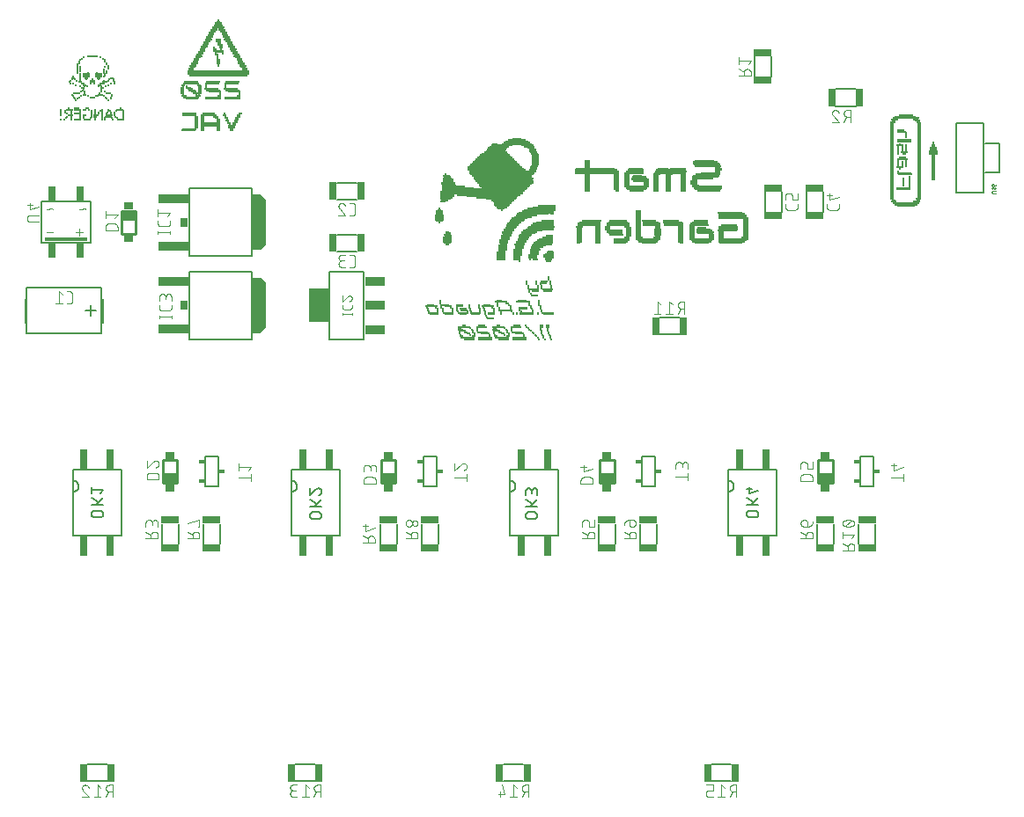
<source format=gbr>
G04 EAGLE Gerber RS-274X export*
G75*
%MOMM*%
%FSLAX34Y34*%
%LPD*%
%INSilkscreen Bottom*%
%IPPOS*%
%AMOC8*
5,1,8,0,0,1.08239X$1,22.5*%
G01*
%ADD10R,0.264500X0.132281*%
%ADD11R,0.264600X0.132281*%
%ADD12R,1.322700X0.132281*%
%ADD13R,1.058200X0.132281*%
%ADD14R,1.058100X0.132281*%
%ADD15R,0.264600X0.132269*%
%ADD16R,0.264500X0.132269*%
%ADD17R,1.322700X0.132269*%
%ADD18R,0.264600X0.132256*%
%ADD19R,0.264500X0.132256*%
%ADD20R,0.396900X0.132256*%
%ADD21R,0.396800X0.132256*%
%ADD22R,0.132300X0.132269*%
%ADD23R,0.132200X0.132269*%
%ADD24R,0.264600X0.132275*%
%ADD25R,0.264500X0.132275*%
%ADD26R,0.925900X0.132275*%
%ADD27R,0.396800X0.132275*%
%ADD28R,1.058200X0.132269*%
%ADD29R,0.396800X0.132269*%
%ADD30R,1.058100X0.132269*%
%ADD31R,0.132300X0.132256*%
%ADD32R,0.793700X0.132256*%
%ADD33R,0.793600X0.132256*%
%ADD34R,0.529100X0.132269*%
%ADD35R,0.396900X0.132269*%
%ADD36R,1.058100X0.132275*%
%ADD37R,1.190500X0.132275*%
%ADD38R,1.058200X0.132275*%
%ADD39R,1.190400X0.132275*%
%ADD40R,0.661300X0.132269*%
%ADD41R,0.661400X0.132269*%
%ADD42R,0.661300X0.132263*%
%ADD43R,0.132300X0.132281*%
%ADD44R,0.925900X0.132269*%
%ADD45R,0.793600X0.132269*%
%ADD46R,1.190400X0.132256*%
%ADD47R,1.322700X0.132256*%
%ADD48R,0.661400X0.132256*%
%ADD49R,1.058200X0.132256*%
%ADD50R,1.058100X0.132256*%
%ADD51R,1.455000X0.132269*%
%ADD52R,0.925900X0.132281*%
%ADD53R,0.661300X0.132281*%
%ADD54R,0.925900X0.132256*%
%ADD55R,0.132200X0.132256*%
%ADD56R,1.190400X0.132269*%
%ADD57R,0.529000X0.132256*%
%ADD58R,0.264600X0.132263*%
%ADD59R,0.529100X0.132256*%
%ADD60R,0.925800X0.132269*%
%ADD61R,0.793600X0.132275*%
%ADD62R,0.925800X0.132275*%
%ADD63R,1.058200X0.132263*%
%ADD64R,0.925900X0.132263*%
%ADD65R,0.793600X0.132263*%
%ADD66R,0.925800X0.132263*%
%ADD67R,0.925800X0.132256*%
%ADD68R,0.529100X0.132275*%
%ADD69R,1.190400X0.132281*%
%ADD70R,1.984000X0.132275*%
%ADD71R,2.248600X0.132263*%
%ADD72R,1.322700X0.132263*%
%ADD73R,0.396800X0.132263*%
%ADD74R,1.455000X0.132263*%
%ADD75R,1.190400X0.132263*%
%ADD76R,0.529100X0.132263*%
%ADD77R,1.851800X0.132263*%
%ADD78R,2.645400X0.132269*%
%ADD79R,1.851800X0.132269*%
%ADD80R,1.851700X0.132269*%
%ADD81R,1.719500X0.132269*%
%ADD82R,2.777700X0.132281*%
%ADD83R,2.116300X0.132281*%
%ADD84R,0.529100X0.132281*%
%ADD85R,1.587200X0.132281*%
%ADD86R,2.910000X0.132256*%
%ADD87R,2.380800X0.132256*%
%ADD88R,2.380900X0.132256*%
%ADD89R,1.587200X0.132256*%
%ADD90R,0.529000X0.132269*%
%ADD91R,0.529000X0.132281*%
%ADD92R,0.793600X0.132281*%
%ADD93R,1.190500X0.132256*%
%ADD94R,0.661300X0.132256*%
%ADD95R,0.661400X0.132281*%
%ADD96R,1.455000X0.132281*%
%ADD97R,1.719500X0.132256*%
%ADD98R,1.587300X0.132256*%
%ADD99R,1.587200X0.132269*%
%ADD100R,1.984100X0.132281*%
%ADD101R,1.984100X0.132256*%
%ADD102R,2.645400X0.132256*%
%ADD103R,2.513100X0.132281*%
%ADD104R,1.984100X0.132269*%
%ADD105R,2.248500X0.132269*%
%ADD106R,2.248600X0.132269*%
%ADD107R,1.190500X0.132269*%
%ADD108R,2.248500X0.132256*%
%ADD109R,2.248600X0.132256*%
%ADD110R,2.116300X0.132256*%
%ADD111R,1.851800X0.132281*%
%ADD112R,1.719500X0.132281*%
%ADD113R,1.454900X0.132256*%
%ADD114R,1.851800X0.132256*%
%ADD115R,1.454900X0.132269*%
%ADD116R,2.910000X0.132281*%
%ADD117R,1.587300X0.132281*%
%ADD118R,2.777700X0.132256*%
%ADD119R,2.116400X0.132281*%
%ADD120R,3.042200X0.132256*%
%ADD121R,2.380900X0.132269*%
%ADD122R,3.439000X0.132269*%
%ADD123R,3.174500X0.132281*%
%ADD124R,2.248600X0.132281*%
%ADD125R,2.513100X0.132256*%
%ADD126R,0.396900X0.132275*%
%ADD127R,2.248600X0.132275*%
%ADD128R,2.909900X0.132256*%
%ADD129R,0.396800X0.132281*%
%ADD130R,3.968100X0.132281*%
%ADD131R,5.026300X0.132256*%
%ADD132R,6.084400X0.132269*%
%ADD133R,7.936200X0.132275*%
%ADD134R,8.068500X0.132256*%
%ADD135R,8.068400X0.132281*%
%ADD136R,8.200700X0.132269*%
%ADD137R,2.777600X0.132263*%
%ADD138R,0.529000X0.132263*%
%ADD139R,2.116400X0.132263*%
%ADD140R,4.497200X0.132263*%
%ADD141R,3.174400X0.132263*%
%ADD142R,0.132200X0.132275*%
%ADD143R,2.909900X0.132275*%
%ADD144R,0.529000X0.132275*%
%ADD145R,2.380800X0.132275*%
%ADD146R,4.761700X0.132275*%
%ADD147R,2.248500X0.132275*%
%ADD148R,5.158600X0.132269*%
%ADD149R,0.661400X0.132275*%
%ADD150R,5.423000X0.132275*%
%ADD151R,1.322700X0.132275*%
%ADD152R,0.132200X0.132263*%
%ADD153R,0.264500X0.132263*%
%ADD154R,0.661400X0.132263*%
%ADD155R,1.587200X0.132263*%
%ADD156R,5.555300X0.132263*%
%ADD157R,1.719500X0.132275*%
%ADD158R,5.687600X0.132275*%
%ADD159R,5.819800X0.132256*%
%ADD160R,2.513100X0.132269*%
%ADD161R,5.687600X0.132269*%
%ADD162R,2.513100X0.132275*%
%ADD163R,5.819900X0.132275*%
%ADD164R,2.380900X0.132263*%
%ADD165R,6.084400X0.132263*%
%ADD166R,3.174500X0.132269*%
%ADD167R,4.232700X0.132269*%
%ADD168R,6.348900X0.132269*%
%ADD169R,3.042200X0.132281*%
%ADD170R,4.232700X0.132281*%
%ADD171R,6.481200X0.132281*%
%ADD172R,4.100400X0.132256*%
%ADD173R,5.555300X0.132256*%
%ADD174R,0.661300X0.132275*%
%ADD175R,1.587200X0.132275*%
%ADD176R,1.454900X0.132275*%
%ADD177R,3.835900X0.132275*%
%ADD178R,0.793700X0.132275*%
%ADD179R,5.423100X0.132275*%
%ADD180R,0.793700X0.132263*%
%ADD181R,5.290800X0.132263*%
%ADD182R,2.513200X0.132269*%
%ADD183R,5.026200X0.132269*%
%ADD184R,2.645400X0.132281*%
%ADD185R,4.761700X0.132281*%
%ADD186R,4.497200X0.132256*%
%ADD187R,4.232600X0.132275*%
%ADD188R,3.968100X0.132269*%
%ADD189R,3.703600X0.132256*%
%ADD190R,3.439000X0.132281*%
%ADD191R,3.174500X0.132256*%
%ADD192R,2.910000X0.132269*%
%ADD193R,1.984000X0.132281*%
%ADD194R,1.851700X0.132256*%
%ADD195R,0.132200X0.132281*%
%ADD196R,1.455000X0.132256*%
%ADD197R,1.851800X0.132275*%
%ADD198R,0.132300X0.132275*%
%ADD199R,0.132300X0.132263*%
%ADD200R,1.587300X0.132263*%
%ADD201R,1.190500X0.132263*%
%ADD202R,1.587300X0.132275*%
%ADD203R,5.687600X0.132281*%
%ADD204R,5.952200X0.132256*%
%ADD205R,5.952200X0.132269*%
%ADD206R,5.952200X0.132281*%
%ADD207C,0.203200*%
%ADD208C,0.101600*%
%ADD209R,0.800000X1.400000*%
%ADD210R,4.100000X0.300000*%
%ADD211R,1.854200X3.200400*%
%ADD212R,1.854200X0.863600*%
%ADD213C,0.076200*%
%ADD214C,0.152400*%
%ADD215R,0.736600X1.752600*%
%ADD216R,1.752600X0.736600*%
%ADD217R,2.895600X0.863600*%
%ADD218R,0.762000X0.863600*%
%ADD219C,0.254000*%
%ADD220R,0.850000X0.750000*%
%ADD221R,1.350000X0.900000*%
%ADD222R,0.762000X1.950000*%
%ADD223C,0.127000*%
%ADD224R,0.584200X0.457200*%
%ADD225C,0.025400*%

G36*
X286578Y563361D02*
X286578Y563361D01*
X286674Y563366D01*
X286717Y563381D01*
X286761Y563388D01*
X286849Y563427D01*
X286940Y563459D01*
X286974Y563484D01*
X287018Y563504D01*
X287114Y563586D01*
X287188Y563640D01*
X291760Y568212D01*
X291818Y568290D01*
X291883Y568361D01*
X291902Y568402D01*
X291929Y568438D01*
X291963Y568528D01*
X292005Y568615D01*
X292012Y568657D01*
X292028Y568701D01*
X292038Y568828D01*
X292052Y568918D01*
X292052Y611082D01*
X292039Y611178D01*
X292034Y611274D01*
X292019Y611317D01*
X292012Y611361D01*
X291973Y611449D01*
X291941Y611540D01*
X291916Y611574D01*
X291896Y611618D01*
X291814Y611714D01*
X291760Y611788D01*
X287188Y616360D01*
X287110Y616418D01*
X287039Y616483D01*
X286998Y616502D01*
X286962Y616529D01*
X286872Y616563D01*
X286785Y616605D01*
X286743Y616612D01*
X286699Y616628D01*
X286572Y616638D01*
X286482Y616652D01*
X279370Y616652D01*
X279306Y616643D01*
X279241Y616644D01*
X279167Y616623D01*
X279091Y616612D01*
X279032Y616586D01*
X278970Y616569D01*
X278904Y616528D01*
X278834Y616496D01*
X278785Y616454D01*
X278730Y616420D01*
X278679Y616363D01*
X278620Y616313D01*
X278585Y616259D01*
X278541Y616211D01*
X278508Y616141D01*
X278466Y616077D01*
X278447Y616015D01*
X278419Y615957D01*
X278408Y615887D01*
X278384Y615807D01*
X278383Y615723D01*
X278372Y615654D01*
X278372Y564346D01*
X278381Y564282D01*
X278380Y564217D01*
X278401Y564143D01*
X278412Y564067D01*
X278438Y564008D01*
X278455Y563946D01*
X278496Y563880D01*
X278528Y563810D01*
X278570Y563761D01*
X278604Y563706D01*
X278661Y563655D01*
X278711Y563596D01*
X278765Y563561D01*
X278813Y563517D01*
X278883Y563484D01*
X278947Y563442D01*
X279009Y563423D01*
X279067Y563395D01*
X279137Y563384D01*
X279217Y563360D01*
X279301Y563359D01*
X279370Y563348D01*
X286482Y563348D01*
X286578Y563361D01*
G37*
G36*
X286578Y483361D02*
X286578Y483361D01*
X286674Y483366D01*
X286717Y483381D01*
X286761Y483388D01*
X286849Y483427D01*
X286940Y483459D01*
X286974Y483484D01*
X287018Y483504D01*
X287114Y483586D01*
X287188Y483640D01*
X291760Y488212D01*
X291818Y488290D01*
X291883Y488361D01*
X291902Y488402D01*
X291929Y488438D01*
X291963Y488528D01*
X292005Y488615D01*
X292012Y488657D01*
X292028Y488701D01*
X292038Y488828D01*
X292052Y488918D01*
X292052Y531082D01*
X292039Y531178D01*
X292034Y531274D01*
X292019Y531317D01*
X292012Y531361D01*
X291973Y531449D01*
X291941Y531540D01*
X291916Y531574D01*
X291896Y531618D01*
X291814Y531714D01*
X291760Y531788D01*
X287188Y536360D01*
X287110Y536418D01*
X287039Y536483D01*
X286998Y536502D01*
X286962Y536529D01*
X286872Y536563D01*
X286785Y536605D01*
X286743Y536612D01*
X286699Y536628D01*
X286572Y536638D01*
X286482Y536652D01*
X279370Y536652D01*
X279306Y536643D01*
X279241Y536644D01*
X279167Y536623D01*
X279091Y536612D01*
X279032Y536586D01*
X278970Y536569D01*
X278904Y536528D01*
X278834Y536496D01*
X278785Y536454D01*
X278730Y536420D01*
X278679Y536363D01*
X278620Y536313D01*
X278585Y536259D01*
X278541Y536211D01*
X278508Y536141D01*
X278466Y536077D01*
X278447Y536015D01*
X278419Y535957D01*
X278408Y535887D01*
X278384Y535807D01*
X278383Y535723D01*
X278372Y535654D01*
X278372Y484346D01*
X278381Y484282D01*
X278380Y484217D01*
X278401Y484143D01*
X278412Y484067D01*
X278438Y484008D01*
X278455Y483946D01*
X278496Y483880D01*
X278528Y483810D01*
X278570Y483761D01*
X278604Y483706D01*
X278661Y483655D01*
X278711Y483596D01*
X278765Y483561D01*
X278813Y483517D01*
X278883Y483484D01*
X278947Y483442D01*
X279009Y483423D01*
X279067Y483395D01*
X279137Y483384D01*
X279217Y483360D01*
X279301Y483359D01*
X279370Y483348D01*
X286482Y483348D01*
X286578Y483361D01*
G37*
D10*
X566777Y477495D03*
D11*
X560163Y477495D03*
D10*
X554873Y477495D03*
D12*
X536355Y477495D03*
D13*
X520482Y477495D03*
D12*
X503287Y477495D03*
D14*
X487415Y477495D03*
D15*
X565454Y478817D03*
D16*
X558841Y478817D03*
X553550Y478817D03*
D17*
X536355Y478817D03*
X519160Y478817D03*
X503287Y478817D03*
X486092Y478817D03*
D18*
X565454Y480140D03*
D19*
X558841Y480140D03*
D18*
X552227Y480140D03*
D19*
X540323Y480140D03*
D20*
X525112Y480140D03*
D21*
X513207Y480140D03*
D18*
X507255Y480140D03*
D21*
X492044Y480140D03*
X480140Y480140D03*
D22*
X564793Y481463D03*
D23*
X558179Y481463D03*
D15*
X550904Y481463D03*
D16*
X540323Y481463D03*
D15*
X525773Y481463D03*
D16*
X521805Y481463D03*
D15*
X512546Y481463D03*
X507255Y481463D03*
D16*
X492706Y481463D03*
X488738Y481463D03*
X479479Y481463D03*
D24*
X564131Y482785D03*
D25*
X557518Y482785D03*
X549582Y482785D03*
D26*
X535694Y482785D03*
D24*
X525773Y482785D03*
D27*
X519821Y482785D03*
D24*
X511223Y482785D03*
D26*
X502626Y482785D03*
D25*
X492706Y482785D03*
D27*
X486753Y482785D03*
D25*
X478156Y482785D03*
D15*
X564131Y484108D03*
D16*
X557518Y484108D03*
X548259Y484108D03*
D28*
X533709Y484108D03*
D15*
X524450Y484108D03*
D29*
X517175Y484108D03*
D15*
X511223Y484108D03*
D30*
X500642Y484108D03*
D16*
X491383Y484108D03*
D29*
X484108Y484108D03*
D16*
X478156Y484108D03*
D31*
X563470Y485431D03*
X556857Y485431D03*
D18*
X546936Y485431D03*
D19*
X528419Y485431D03*
D18*
X524450Y485431D03*
D32*
X513869Y485431D03*
D19*
X495351Y485431D03*
X491383Y485431D03*
D33*
X480801Y485431D03*
D16*
X562809Y486754D03*
D15*
X556195Y486754D03*
D16*
X545614Y486754D03*
X528419Y486754D03*
X523128Y486754D03*
D34*
X512546Y486754D03*
D16*
X495351Y486754D03*
D15*
X490060Y486754D03*
D34*
X479479Y486754D03*
D16*
X562809Y488076D03*
D15*
X556195Y488076D03*
D16*
X544291Y488076D03*
X528419Y488076D03*
X521805Y488076D03*
D35*
X511885Y488076D03*
D16*
X495351Y488076D03*
X488738Y488076D03*
D29*
X478817Y488076D03*
D27*
X563470Y489399D03*
X556856Y489399D03*
D24*
X542968Y489399D03*
D36*
X532387Y489399D03*
D37*
X515853Y489399D03*
D38*
X499319Y489399D03*
D39*
X482785Y489399D03*
D29*
X563470Y490722D03*
X556856Y490722D03*
D22*
X542307Y490722D03*
D40*
X533048Y490722D03*
D29*
X515853Y490722D03*
D41*
X499980Y490722D03*
D29*
X482785Y490722D03*
D42*
X507917Y497335D03*
D16*
X504610Y498658D03*
D43*
X503949Y499981D03*
D28*
X564131Y501303D03*
D16*
X553550Y501303D03*
D17*
X542968Y501303D03*
D15*
X533709Y501303D03*
X529741Y501303D03*
D16*
X517837Y501303D03*
D41*
X509239Y501303D03*
D15*
X503287Y501303D03*
D44*
X493367Y501303D03*
D45*
X482124Y501303D03*
D44*
X468236Y501303D03*
X453686Y501303D03*
D46*
X563470Y502626D03*
D19*
X553550Y502626D03*
D47*
X542968Y502626D03*
D18*
X533709Y502626D03*
X529741Y502626D03*
D19*
X517837Y502626D03*
D48*
X509239Y502626D03*
D18*
X503287Y502626D03*
D49*
X494028Y502626D03*
X482124Y502626D03*
X467574Y502626D03*
D50*
X453025Y502626D03*
D16*
X557518Y503949D03*
X548259Y503949D03*
D15*
X537677Y503949D03*
D16*
X528419Y503949D03*
X517837Y503949D03*
D15*
X511223Y503949D03*
D22*
X502626Y503949D03*
D15*
X497996Y503949D03*
D22*
X489399Y503949D03*
D15*
X486092Y503949D03*
X476833Y503949D03*
X471542Y503949D03*
D16*
X462284Y503949D03*
X456993Y503949D03*
D23*
X448395Y503949D03*
D16*
X557518Y505271D03*
X548259Y505271D03*
X536355Y505271D03*
D51*
X522466Y505271D03*
D15*
X511223Y505271D03*
D16*
X501965Y505271D03*
D15*
X497996Y505271D03*
D16*
X488738Y505271D03*
D41*
X482785Y505271D03*
D22*
X476172Y505271D03*
D15*
X471542Y505271D03*
D16*
X462284Y505271D03*
X456993Y505271D03*
X447734Y505271D03*
D11*
X556195Y506594D03*
D43*
X547598Y506594D03*
D52*
X539662Y506594D03*
D10*
X527096Y506594D03*
D11*
X516514Y506594D03*
X511223Y506594D03*
D10*
X501965Y506594D03*
D11*
X497996Y506594D03*
D10*
X488738Y506594D03*
D53*
X481463Y506594D03*
D10*
X475511Y506594D03*
D11*
X471542Y506594D03*
D10*
X462284Y506594D03*
X456993Y506594D03*
X447734Y506594D03*
D18*
X556195Y507917D03*
X546936Y507917D03*
D54*
X539662Y507917D03*
D19*
X527096Y507917D03*
D18*
X516514Y507917D03*
D19*
X509901Y507917D03*
D55*
X501303Y507917D03*
D19*
X496674Y507917D03*
D55*
X488076Y507917D03*
D19*
X475511Y507917D03*
X470220Y507917D03*
X460961Y507917D03*
X455670Y507917D03*
D31*
X447073Y507917D03*
D15*
X556195Y509239D03*
X546936Y509239D03*
D16*
X527096Y509239D03*
X515192Y509239D03*
D56*
X505271Y509239D03*
D16*
X496674Y509239D03*
X487415Y509239D03*
D45*
X478156Y509239D03*
X467574Y509239D03*
D16*
X460961Y509239D03*
D56*
X451040Y509239D03*
D16*
X554873Y510562D03*
X545614Y510562D03*
D15*
X525773Y510562D03*
D16*
X515192Y510562D03*
D45*
X504610Y510562D03*
D16*
X496674Y510562D03*
X487415Y510562D03*
D41*
X478817Y510562D03*
D44*
X464268Y510562D03*
D45*
X450379Y510562D03*
D25*
X554873Y511885D03*
X545614Y511885D03*
D27*
X523789Y511885D03*
D25*
X515192Y511885D03*
D24*
X459638Y511885D03*
D16*
X554873Y513208D03*
D17*
X539000Y513208D03*
D56*
X518498Y513208D03*
D15*
X459638Y513208D03*
D55*
X554211Y514530D03*
D54*
X538339Y514530D03*
D57*
X516514Y514530D03*
D18*
X459638Y514530D03*
D48*
X550243Y519821D03*
D15*
X546936Y521144D03*
D25*
X545614Y522466D03*
D44*
X563470Y523789D03*
D40*
X551566Y523789D03*
D16*
X545614Y523789D03*
D50*
X562809Y525112D03*
X549582Y525112D03*
D16*
X566777Y526435D03*
X557518Y526435D03*
X553550Y526435D03*
X544291Y526435D03*
X566777Y527757D03*
X557518Y527757D03*
X553550Y527757D03*
X544291Y527757D03*
D25*
X566777Y529080D03*
X557518Y529080D03*
X553550Y529080D03*
X544291Y529080D03*
D58*
X565454Y530403D03*
X556195Y530403D03*
X552227Y530403D03*
X542968Y530403D03*
D15*
X565454Y531725D03*
D45*
X558840Y531725D03*
D15*
X552227Y531725D03*
X542968Y531725D03*
X565454Y533048D03*
D40*
X559502Y533048D03*
D15*
X552227Y533048D03*
X542968Y533048D03*
D11*
X564131Y534371D03*
D15*
X564131Y535694D03*
D58*
X564131Y537016D03*
D59*
X564132Y552889D03*
D19*
X536355Y552889D03*
D45*
X564131Y554211D03*
D34*
X550905Y554211D03*
D22*
X546275Y554211D03*
D45*
X533709Y554211D03*
D60*
X518498Y554211D03*
D26*
X564793Y555534D03*
X548921Y555534D03*
D61*
X533709Y555534D03*
D62*
X518498Y555534D03*
D63*
X564131Y556857D03*
D64*
X548921Y556857D03*
D65*
X533709Y556857D03*
D66*
X518498Y556857D03*
D38*
X564131Y558179D03*
D26*
X548921Y558179D03*
X534371Y558179D03*
D62*
X518498Y558179D03*
D44*
X564793Y559502D03*
X550243Y559502D03*
X534371Y559502D03*
D60*
X518498Y559502D03*
D33*
X565454Y560825D03*
D54*
X550243Y560825D03*
X534371Y560825D03*
D67*
X518498Y560825D03*
D68*
X565454Y562147D03*
D26*
X550243Y562147D03*
X534371Y562147D03*
D61*
X519159Y562147D03*
D63*
X550904Y563470D03*
D64*
X534371Y563470D03*
X519821Y563470D03*
D44*
X551566Y564793D03*
X535694Y564793D03*
X519821Y564793D03*
D69*
X552888Y566116D03*
D52*
X535694Y566116D03*
X519821Y566116D03*
D47*
X554873Y567438D03*
D54*
X535694Y567438D03*
X519821Y567438D03*
D70*
X558179Y568761D03*
D36*
X536355Y568761D03*
D61*
X520482Y568761D03*
D27*
X466913Y568761D03*
D71*
X739389Y570084D03*
D72*
X710951Y570084D03*
D73*
X691772Y570084D03*
D74*
X660027Y570084D03*
D75*
X632250Y570084D03*
D76*
X611749Y570084D03*
D73*
X592569Y570084D03*
D77*
X558840Y570084D03*
D64*
X537016Y570084D03*
X521144Y570084D03*
D42*
X466913Y570084D03*
D78*
X740050Y571406D03*
D79*
X710951Y571406D03*
D34*
X691111Y571406D03*
D80*
X659366Y571406D03*
D51*
X633573Y571406D03*
D34*
X611749Y571406D03*
X593231Y571406D03*
D81*
X559502Y571406D03*
D28*
X537677Y571406D03*
D44*
X521144Y571406D03*
X466913Y571406D03*
D82*
X740712Y572729D03*
D83*
X710951Y572729D03*
D84*
X691111Y572729D03*
D83*
X659366Y572729D03*
D85*
X634234Y572729D03*
D84*
X611749Y572729D03*
X593231Y572729D03*
D85*
X560163Y572729D03*
D52*
X538339Y572729D03*
X521144Y572729D03*
X466913Y572729D03*
D86*
X741373Y574052D03*
D87*
X710951Y574052D03*
D59*
X691111Y574052D03*
D88*
X659366Y574052D03*
D89*
X634234Y574052D03*
D59*
X611749Y574052D03*
X593231Y574052D03*
D47*
X561486Y574052D03*
D49*
X539000Y574052D03*
D54*
X522467Y574052D03*
X466913Y574052D03*
D41*
X752616Y575374D03*
D34*
X729469Y575374D03*
X720210Y575374D03*
D90*
X701692Y575374D03*
D34*
X691111Y575374D03*
D41*
X667963Y575374D03*
X650768Y575374D03*
D90*
X639525Y575374D03*
D34*
X611749Y575374D03*
X593231Y575374D03*
D30*
X562809Y575374D03*
X540323Y575374D03*
D44*
X522467Y575374D03*
X466913Y575374D03*
D84*
X753278Y576697D03*
X729469Y576697D03*
X720210Y576697D03*
D91*
X701692Y576697D03*
D84*
X691111Y576697D03*
X668625Y576697D03*
X650107Y576697D03*
X640848Y576697D03*
X611749Y576697D03*
X593231Y576697D03*
D53*
X564793Y576697D03*
D69*
X540984Y576697D03*
D14*
X523128Y576697D03*
D92*
X467574Y576697D03*
D59*
X753278Y578020D03*
X729469Y578020D03*
X720210Y578020D03*
D57*
X701692Y578020D03*
D59*
X691111Y578020D03*
D48*
X669286Y578020D03*
D59*
X650107Y578020D03*
X640848Y578020D03*
D47*
X628944Y578020D03*
D59*
X611749Y578020D03*
X593231Y578020D03*
D93*
X542307Y578020D03*
D54*
X523789Y578020D03*
D94*
X466913Y578020D03*
D84*
X753278Y579343D03*
X729469Y579343D03*
D85*
X714919Y579343D03*
D91*
X701692Y579343D03*
D84*
X691111Y579343D03*
D95*
X669286Y579343D03*
D84*
X650107Y579343D03*
X640848Y579343D03*
D96*
X628282Y579343D03*
D84*
X611749Y579343D03*
X593231Y579343D03*
D12*
X544291Y579343D03*
D13*
X524450Y579343D03*
D91*
X467574Y579343D03*
D59*
X753278Y580665D03*
X729469Y580665D03*
D97*
X714258Y580665D03*
D57*
X701692Y580665D03*
D59*
X691111Y580665D03*
D48*
X669286Y580665D03*
D59*
X650107Y580665D03*
X640848Y580665D03*
D89*
X627621Y580665D03*
D59*
X611749Y580665D03*
X593231Y580665D03*
D98*
X545614Y580665D03*
D49*
X524450Y580665D03*
D21*
X466913Y580665D03*
D34*
X753278Y581988D03*
D79*
X736082Y581988D03*
D99*
X713596Y581988D03*
D90*
X701692Y581988D03*
D34*
X691111Y581988D03*
D41*
X669286Y581988D03*
D34*
X650107Y581988D03*
X640848Y581988D03*
D99*
X627621Y581988D03*
D34*
X611749Y581988D03*
X593231Y581988D03*
D79*
X548259Y581988D03*
D28*
X525773Y581988D03*
D84*
X753278Y583311D03*
D100*
X736744Y583311D03*
D96*
X712935Y583311D03*
D91*
X701692Y583311D03*
D84*
X691111Y583311D03*
D95*
X669286Y583311D03*
D84*
X650107Y583311D03*
X640848Y583311D03*
X621008Y583311D03*
X611749Y583311D03*
X593231Y583311D03*
D82*
X555534Y583311D03*
D13*
X525773Y583311D03*
D59*
X753278Y584633D03*
D101*
X736744Y584633D03*
D54*
X711613Y584633D03*
D57*
X701692Y584633D03*
D59*
X691111Y584633D03*
X668625Y584633D03*
X650107Y584633D03*
X640848Y584633D03*
X621008Y584633D03*
X611749Y584633D03*
X593231Y584633D03*
D102*
X556195Y584633D03*
D50*
X527096Y584633D03*
D84*
X753278Y585956D03*
D100*
X736744Y585956D03*
D91*
X701692Y585956D03*
D84*
X691111Y585956D03*
X668625Y585956D03*
X650107Y585956D03*
D91*
X639525Y585956D03*
D84*
X621008Y585956D03*
X611749Y585956D03*
D95*
X593892Y585956D03*
D103*
X556857Y585956D03*
D13*
X528418Y585956D03*
D34*
X753278Y587279D03*
D99*
X737405Y587279D03*
D80*
X708306Y587279D03*
D104*
X683836Y587279D03*
D81*
X662673Y587279D03*
D34*
X650107Y587279D03*
D105*
X630928Y587279D03*
D106*
X603151Y587279D03*
X558179Y587279D03*
D107*
X529080Y587279D03*
D59*
X753278Y588601D03*
D97*
X708967Y588601D03*
D101*
X683836Y588601D03*
D97*
X662673Y588601D03*
D59*
X650107Y588601D03*
D108*
X630928Y588601D03*
D109*
X603151Y588601D03*
D110*
X558841Y588601D03*
D46*
X530402Y588601D03*
D84*
X753278Y589924D03*
D85*
X709628Y589924D03*
D111*
X683174Y589924D03*
D85*
X662011Y589924D03*
D84*
X650107Y589924D03*
D100*
X630928Y589924D03*
D83*
X603813Y589924D03*
D112*
X560825Y589924D03*
D69*
X531725Y589924D03*
D43*
X458977Y589924D03*
D59*
X753278Y591247D03*
D113*
X710290Y591247D03*
D98*
X681852Y591247D03*
D47*
X660689Y591247D03*
D59*
X650107Y591247D03*
D97*
X630928Y591247D03*
D114*
X605135Y591247D03*
D46*
X563470Y591247D03*
D47*
X533710Y591247D03*
D94*
X458977Y591247D03*
D34*
X753278Y592570D03*
X650107Y592570D03*
D115*
X534371Y592570D03*
D44*
X458977Y592570D03*
D116*
X741373Y593892D03*
D84*
X650107Y593892D03*
D117*
X536355Y593892D03*
D52*
X458977Y593892D03*
D118*
X740712Y595215D03*
D59*
X650107Y595215D03*
D97*
X539662Y595215D03*
D54*
X458977Y595215D03*
D82*
X740712Y596538D03*
D84*
X650107Y596538D03*
D119*
X542968Y596538D03*
D52*
X458977Y596538D03*
D102*
X740050Y597860D03*
D59*
X650107Y597860D03*
D21*
X567438Y597860D03*
D120*
X548920Y597860D03*
D94*
X458977Y597860D03*
D121*
X738728Y599183D03*
D34*
X650107Y599183D03*
D122*
X552227Y599183D03*
D40*
X458977Y599183D03*
D84*
X650107Y600506D03*
D123*
X553550Y600506D03*
D53*
X458977Y600506D03*
D120*
X555534Y601828D03*
D19*
X519160Y601828D03*
D20*
X458977Y601828D03*
D82*
X556857Y603151D03*
D95*
X518498Y603151D03*
D43*
X458977Y603151D03*
D106*
X559502Y604474D03*
D30*
X519160Y604474D03*
D97*
X907372Y605797D03*
X562148Y605797D03*
D47*
X519160Y605797D03*
D124*
X907372Y607119D03*
D117*
X519160Y607119D03*
D125*
X907372Y608442D03*
D97*
X519821Y608442D03*
D40*
X917954Y609765D03*
D34*
X896129Y609765D03*
D104*
X519821Y609765D03*
D34*
X462284Y609765D03*
D27*
X919276Y611087D03*
D126*
X895468Y611087D03*
D127*
X519821Y611087D03*
D61*
X463606Y611087D03*
D59*
X919938Y612410D03*
D21*
X894145Y612410D03*
D128*
X517837Y612410D03*
D50*
X464929Y612410D03*
D129*
X920599Y613733D03*
X894145Y613733D03*
D130*
X513869Y613733D03*
D69*
X465590Y613733D03*
D21*
X920599Y615055D03*
X894145Y615055D03*
D131*
X509901Y615055D03*
D47*
X466252Y615055D03*
D29*
X920599Y616378D03*
X894145Y616378D03*
D132*
X505932Y616378D03*
D17*
X466252Y616378D03*
D27*
X920599Y617701D03*
X894145Y617701D03*
D133*
X499319Y617701D03*
D21*
X920599Y619024D03*
X894145Y619024D03*
D134*
X499981Y619024D03*
D129*
X920599Y620346D03*
X894145Y620346D03*
D124*
X718226Y620346D03*
D84*
X693756Y620346D03*
D91*
X679206Y620346D03*
D84*
X667302Y620346D03*
D12*
X648784Y620346D03*
D129*
X629605Y620346D03*
D84*
X601167Y620346D03*
D135*
X501303Y620346D03*
D29*
X920599Y621669D03*
D17*
X905388Y621669D03*
D29*
X894145Y621669D03*
D78*
X717564Y621669D03*
D34*
X693756Y621669D03*
D90*
X679206Y621669D03*
D34*
X667302Y621669D03*
D79*
X648784Y621669D03*
D34*
X628944Y621669D03*
X601167Y621669D03*
D136*
X501965Y621669D03*
D73*
X920599Y622992D03*
D72*
X905388Y622992D03*
D73*
X894145Y622992D03*
D137*
X716903Y622992D03*
D76*
X693756Y622992D03*
D138*
X679206Y622992D03*
D76*
X667302Y622992D03*
D139*
X648784Y622992D03*
D76*
X628944Y622992D03*
X601167Y622992D03*
D140*
X521805Y622992D03*
D141*
X476833Y622992D03*
D27*
X920599Y624314D03*
D142*
X911340Y624314D03*
D27*
X894145Y624314D03*
D143*
X716242Y624314D03*
D68*
X693756Y624314D03*
D144*
X679206Y624314D03*
D68*
X667302Y624314D03*
D145*
X648784Y624314D03*
D68*
X628944Y624314D03*
X601167Y624314D03*
D146*
X521805Y624314D03*
D147*
X472204Y624314D03*
D21*
X920599Y625637D03*
D55*
X911340Y625637D03*
D19*
X905388Y625637D03*
D21*
X894145Y625637D03*
D94*
X704999Y625637D03*
D59*
X693756Y625637D03*
D57*
X679206Y625637D03*
D59*
X667302Y625637D03*
X658043Y625637D03*
D57*
X639525Y625637D03*
D59*
X628944Y625637D03*
X601167Y625637D03*
D131*
X521805Y625637D03*
D113*
X468236Y625637D03*
D29*
X920599Y626960D03*
D23*
X911340Y626960D03*
D16*
X905388Y626960D03*
D29*
X894145Y626960D03*
D41*
X703676Y626960D03*
D34*
X693756Y626960D03*
D90*
X679206Y626960D03*
D34*
X667302Y626960D03*
X658043Y626960D03*
D90*
X639525Y626960D03*
D34*
X628944Y626960D03*
X601167Y626960D03*
D148*
X522466Y626960D03*
D17*
X467575Y626960D03*
D27*
X920599Y628282D03*
D142*
X911340Y628282D03*
D25*
X905388Y628282D03*
D27*
X894145Y628282D03*
D149*
X703676Y628282D03*
D68*
X693756Y628282D03*
D144*
X679206Y628282D03*
D68*
X667302Y628282D03*
X658043Y628282D03*
D144*
X639525Y628282D03*
D68*
X628944Y628282D03*
X601167Y628282D03*
D150*
X522466Y628282D03*
D151*
X467575Y628282D03*
D73*
X920599Y629605D03*
D152*
X911340Y629605D03*
D153*
X905388Y629605D03*
D73*
X894145Y629605D03*
D154*
X703676Y629605D03*
D76*
X693756Y629605D03*
D138*
X679206Y629605D03*
D76*
X667302Y629605D03*
D155*
X652752Y629605D03*
D138*
X639525Y629605D03*
D76*
X628944Y629605D03*
X601167Y629605D03*
D156*
X521805Y629605D03*
D63*
X467574Y629605D03*
D27*
X933826Y630928D03*
X920599Y630928D03*
D142*
X911340Y630928D03*
D25*
X905388Y630928D03*
D27*
X894145Y630928D03*
D68*
X704338Y630928D03*
X693756Y630928D03*
D144*
X679206Y630928D03*
D68*
X667302Y630928D03*
D157*
X652091Y630928D03*
D144*
X639525Y630928D03*
D68*
X628944Y630928D03*
X601167Y630928D03*
D158*
X521143Y630928D03*
D38*
X467574Y630928D03*
D21*
X933826Y632251D03*
X920599Y632251D03*
D55*
X911340Y632251D03*
D19*
X905388Y632251D03*
D21*
X894145Y632251D03*
D110*
X712274Y632251D03*
D59*
X693756Y632251D03*
D57*
X679206Y632251D03*
D59*
X667302Y632251D03*
D98*
X651430Y632251D03*
D57*
X639525Y632251D03*
D59*
X628944Y632251D03*
X601167Y632251D03*
D159*
X520482Y632251D03*
D54*
X466913Y632251D03*
D29*
X933826Y633573D03*
X920599Y633573D03*
D23*
X911340Y633573D03*
D29*
X894145Y633573D03*
D160*
X714258Y633573D03*
D34*
X693756Y633573D03*
D90*
X679206Y633573D03*
D34*
X667302Y633573D03*
D51*
X650768Y633573D03*
D90*
X639525Y633573D03*
D34*
X628944Y633573D03*
X601167Y633573D03*
D161*
X519821Y633573D03*
D45*
X466251Y633573D03*
D27*
X933826Y634896D03*
X920599Y634896D03*
X894145Y634896D03*
D162*
X715581Y634896D03*
D68*
X693756Y634896D03*
D144*
X679206Y634896D03*
D68*
X667302Y634896D03*
D26*
X649446Y634896D03*
D144*
X639525Y634896D03*
D68*
X628944Y634896D03*
X601167Y634896D03*
D163*
X519160Y634896D03*
D149*
X465590Y634896D03*
D73*
X933826Y636219D03*
X920599Y636219D03*
D72*
X906711Y636219D03*
D73*
X894145Y636219D03*
D164*
X717565Y636219D03*
D76*
X693756Y636219D03*
D42*
X679868Y636219D03*
D154*
X667963Y636219D03*
D138*
X639525Y636219D03*
D76*
X628944Y636219D03*
X601167Y636219D03*
D165*
X519159Y636219D03*
D153*
X464929Y636219D03*
D29*
X933826Y637541D03*
X920599Y637541D03*
D51*
X906049Y637541D03*
D29*
X894145Y637541D03*
D104*
X719549Y637541D03*
D166*
X680529Y637541D03*
D80*
X646139Y637541D03*
D167*
X610426Y637541D03*
D168*
X519160Y637541D03*
D129*
X933826Y638864D03*
X920599Y638864D03*
D11*
X900097Y638864D03*
D129*
X894145Y638864D03*
D84*
X726824Y638864D03*
D169*
X681190Y638864D03*
D112*
X646800Y638864D03*
D170*
X610426Y638864D03*
D171*
X519821Y638864D03*
D21*
X933826Y640187D03*
X920599Y640187D03*
X894145Y640187D03*
D94*
X727485Y640187D03*
D128*
X681852Y640187D03*
D89*
X647461Y640187D03*
D172*
X609764Y640187D03*
D33*
X548259Y640187D03*
D173*
X513869Y640187D03*
D27*
X933826Y641509D03*
X920599Y641509D03*
D142*
X902081Y641509D03*
D27*
X894145Y641509D03*
D174*
X727485Y641509D03*
D175*
X688465Y641509D03*
D38*
X673915Y641509D03*
D176*
X648123Y641509D03*
D177*
X608442Y641509D03*
D178*
X549582Y641509D03*
D179*
X513208Y641509D03*
D73*
X933826Y642832D03*
X920599Y642832D03*
D154*
X902081Y642832D03*
D73*
X894145Y642832D03*
D76*
X726824Y642832D03*
X601167Y642832D03*
D180*
X549582Y642832D03*
D181*
X512546Y642832D03*
D29*
X933826Y644155D03*
X920599Y644155D03*
D15*
X908033Y644155D03*
X904065Y644155D03*
X900097Y644155D03*
D29*
X894145Y644155D03*
D182*
X716903Y644155D03*
D34*
X601167Y644155D03*
D41*
X550243Y644155D03*
D183*
X512546Y644155D03*
D129*
X933826Y645478D03*
X920599Y645478D03*
D11*
X908033Y645478D03*
X904065Y645478D03*
X900097Y645478D03*
D129*
X894145Y645478D03*
D184*
X716242Y645478D03*
D84*
X601167Y645478D03*
D92*
X550904Y645478D03*
D185*
X512546Y645478D03*
D21*
X933826Y646800D03*
X920599Y646800D03*
D18*
X908033Y646800D03*
X904065Y646800D03*
X900097Y646800D03*
D21*
X894145Y646800D03*
D125*
X715581Y646800D03*
D59*
X601167Y646800D03*
D94*
X551566Y646800D03*
D186*
X512546Y646800D03*
D27*
X933826Y648123D03*
X920599Y648123D03*
D24*
X908033Y648123D03*
X904065Y648123D03*
X900097Y648123D03*
D27*
X894145Y648123D03*
D145*
X714919Y648123D03*
D68*
X601167Y648123D03*
D174*
X551566Y648123D03*
D187*
X512546Y648123D03*
D29*
X933826Y649446D03*
X920599Y649446D03*
D15*
X908033Y649446D03*
X900097Y649446D03*
D29*
X894145Y649446D03*
D79*
X713596Y649446D03*
D34*
X601167Y649446D03*
D40*
X551566Y649446D03*
D188*
X512546Y649446D03*
D21*
X933826Y650768D03*
X920599Y650768D03*
D49*
X904065Y650768D03*
D21*
X894145Y650768D03*
D94*
X551566Y650768D03*
D189*
X512546Y650768D03*
D129*
X933826Y652091D03*
X920599Y652091D03*
D92*
X904065Y652091D03*
D129*
X894145Y652091D03*
D53*
X551566Y652091D03*
D190*
X512546Y652091D03*
D21*
X933826Y653414D03*
X920599Y653414D03*
X894145Y653414D03*
D33*
X550904Y653414D03*
D191*
X512546Y653414D03*
D29*
X933826Y654736D03*
X920599Y654736D03*
X894145Y654736D03*
D45*
X550904Y654736D03*
D192*
X512546Y654736D03*
D52*
X933826Y656059D03*
D129*
X920599Y656059D03*
X906049Y656059D03*
D11*
X900097Y656059D03*
D129*
X894145Y656059D03*
D95*
X550243Y656059D03*
D184*
X512546Y656059D03*
D54*
X933826Y657382D03*
D21*
X920599Y657382D03*
D48*
X906049Y657382D03*
D18*
X900097Y657382D03*
D21*
X894145Y657382D03*
D32*
X549582Y657382D03*
D109*
X513207Y657382D03*
D52*
X933826Y658705D03*
D129*
X920599Y658705D03*
D11*
X908033Y658705D03*
X904065Y658705D03*
X900097Y658705D03*
D129*
X894145Y658705D03*
D95*
X548920Y658705D03*
D193*
X513207Y658705D03*
D48*
X933826Y660027D03*
D21*
X920599Y660027D03*
D18*
X908033Y660027D03*
X904065Y660027D03*
X900097Y660027D03*
D21*
X894145Y660027D03*
D33*
X548259Y660027D03*
D194*
X513869Y660027D03*
D41*
X933826Y661350D03*
D29*
X920599Y661350D03*
D15*
X908033Y661350D03*
X904065Y661350D03*
X900097Y661350D03*
D29*
X894145Y661350D03*
D45*
X546936Y661350D03*
D79*
X515191Y661350D03*
D129*
X933826Y662673D03*
X920599Y662673D03*
D11*
X908033Y662673D03*
X904065Y662673D03*
X900097Y662673D03*
D129*
X894145Y662673D03*
D14*
X545614Y662673D03*
D111*
X516514Y662673D03*
D21*
X933826Y663995D03*
X920599Y663995D03*
D18*
X908033Y663995D03*
D48*
X902081Y663995D03*
D21*
X894145Y663995D03*
D46*
X543629Y663995D03*
D110*
X519160Y663995D03*
D43*
X933826Y665318D03*
D129*
X920599Y665318D03*
D195*
X902081Y665318D03*
D129*
X894145Y665318D03*
D116*
X533709Y665318D03*
D84*
X512546Y665318D03*
D22*
X933826Y666641D03*
D29*
X920599Y666641D03*
X894145Y666641D03*
D78*
X533709Y666641D03*
D21*
X920599Y667963D03*
D196*
X906049Y667963D03*
D21*
X894145Y667963D03*
D109*
X533048Y667963D03*
D129*
X920599Y669286D03*
D96*
X906049Y669286D03*
D129*
X894145Y669286D03*
D112*
X533048Y669286D03*
D21*
X920599Y670609D03*
X894145Y670609D03*
D54*
X533048Y670609D03*
D29*
X920599Y671932D03*
D15*
X908033Y671932D03*
D29*
X894145Y671932D03*
D129*
X920599Y673254D03*
D11*
X908033Y673254D03*
D129*
X894145Y673254D03*
D21*
X920599Y674577D03*
D18*
X908033Y674577D03*
D21*
X894145Y674577D03*
D129*
X920599Y675900D03*
D11*
X908033Y675900D03*
D129*
X894145Y675900D03*
D21*
X920599Y677222D03*
D54*
X903404Y677222D03*
D21*
X894145Y677222D03*
D29*
X920599Y678545D03*
D45*
X902742Y678545D03*
D29*
X894145Y678545D03*
X259249Y678545D03*
X246022Y678545D03*
X231472Y678545D03*
D17*
X217584Y678545D03*
D129*
X920599Y679868D03*
X894145Y679868D03*
X259249Y679868D03*
X246022Y679868D03*
X231472Y679868D03*
D96*
X218245Y679868D03*
D21*
X920599Y681190D03*
X894145Y681190D03*
D48*
X259249Y681190D03*
D21*
X246022Y681190D03*
X231472Y681190D03*
X224859Y681190D03*
D29*
X920599Y682513D03*
X894145Y682513D03*
D41*
X259249Y682513D03*
D79*
X238747Y682513D03*
D29*
X224859Y682513D03*
D27*
X920599Y683836D03*
X894145Y683836D03*
X261894Y683836D03*
D25*
X257265Y683836D03*
D197*
X238747Y683836D03*
D27*
X224859Y683836D03*
D21*
X920599Y685159D03*
X894145Y685159D03*
X261894Y685159D03*
X256603Y685159D03*
D114*
X238747Y685159D03*
D21*
X224859Y685159D03*
D129*
X919276Y686481D03*
D84*
X894807Y686481D03*
D129*
X263217Y686481D03*
D11*
X255942Y686481D03*
D129*
X246022Y686481D03*
X231472Y686481D03*
X224859Y686481D03*
D59*
X918615Y687804D03*
D20*
X895468Y687804D03*
D21*
X263217Y687804D03*
X255281Y687804D03*
X246022Y687804D03*
X231472Y687804D03*
X224859Y687804D03*
D90*
X917292Y689127D03*
D41*
X896790Y689127D03*
D29*
X264540Y689127D03*
D16*
X254620Y689127D03*
D29*
X246022Y689127D03*
X231472Y689127D03*
X224859Y689127D03*
D41*
X152110Y689127D03*
D16*
X144836Y689127D03*
D22*
X137561Y689127D03*
D23*
X134915Y689127D03*
D15*
X127640Y689127D03*
D40*
X120366Y689127D03*
X111107Y689127D03*
D16*
X105155Y689127D03*
X98541Y689127D03*
X94573Y689127D03*
D162*
X907372Y690449D03*
D27*
X264540Y690449D03*
X253958Y690449D03*
X244699Y690449D03*
X231472Y690449D03*
X224859Y690449D03*
D198*
X154756Y690449D03*
D25*
X148804Y690449D03*
D142*
X144174Y690449D03*
D198*
X137561Y690449D03*
D142*
X134915Y690449D03*
D24*
X127640Y690449D03*
X123672Y690449D03*
D25*
X117059Y690449D03*
D198*
X113752Y690449D03*
D25*
X105155Y690449D03*
X99864Y690449D03*
D110*
X906711Y691772D03*
D21*
X265862Y691772D03*
D19*
X253297Y691772D03*
D59*
X244038Y691772D03*
D21*
X231472Y691772D03*
X224859Y691772D03*
D31*
X154756Y691772D03*
D19*
X147481Y691772D03*
D33*
X140867Y691772D03*
D55*
X134915Y691772D03*
D20*
X128302Y691772D03*
D31*
X124334Y691772D03*
D19*
X117059Y691772D03*
D31*
X113752Y691772D03*
D19*
X105155Y691772D03*
D31*
X100525Y691772D03*
D96*
X907372Y693095D03*
D129*
X265862Y693095D03*
X252635Y693095D03*
D85*
X237424Y693095D03*
D96*
X218245Y693095D03*
D43*
X154756Y693095D03*
X146820Y693095D03*
D53*
X141529Y693095D03*
D195*
X134915Y693095D03*
D84*
X128963Y693095D03*
D43*
X124334Y693095D03*
D129*
X117720Y693095D03*
D43*
X113752Y693095D03*
D84*
X103832Y693095D03*
D10*
X94573Y693095D03*
D29*
X267185Y694418D03*
D15*
X251974Y694418D03*
D56*
X236763Y694418D03*
D51*
X218245Y694418D03*
D22*
X154756Y694418D03*
X146820Y694418D03*
X142852Y694418D03*
D23*
X138883Y694418D03*
X134915Y694418D03*
X130947Y694418D03*
D15*
X127640Y694418D03*
D22*
X124334Y694418D03*
D40*
X111107Y694418D03*
D16*
X105155Y694418D03*
D22*
X100525Y694418D03*
D16*
X94573Y694418D03*
D199*
X154756Y695740D03*
X146820Y695740D03*
X142852Y695740D03*
D153*
X139545Y695740D03*
D152*
X134915Y695740D03*
D153*
X131609Y695740D03*
D58*
X127640Y695740D03*
D199*
X124334Y695740D03*
X113752Y695740D03*
D153*
X105155Y695740D03*
D152*
X99202Y695740D03*
D153*
X94573Y695740D03*
D198*
X154756Y697063D03*
D142*
X148142Y697063D03*
D126*
X141529Y697063D03*
D27*
X133592Y697063D03*
D24*
X127640Y697063D03*
D198*
X124334Y697063D03*
X113752Y697063D03*
D25*
X105155Y697063D03*
D142*
X99202Y697063D03*
D25*
X94573Y697063D03*
D33*
X151449Y698386D03*
D18*
X140867Y698386D03*
D19*
X134254Y698386D03*
D18*
X127640Y698386D03*
D19*
X122350Y698386D03*
D21*
X117720Y698386D03*
D94*
X111107Y698386D03*
D48*
X103170Y698386D03*
D19*
X94573Y698386D03*
D16*
X152772Y699708D03*
D29*
X120365Y699708D03*
D90*
X110445Y699708D03*
D15*
X102509Y699708D03*
D24*
X140867Y707644D03*
D25*
X109123Y707644D03*
D155*
X259910Y708967D03*
D200*
X241393Y708967D03*
D201*
X220891Y708967D03*
D199*
X142852Y708967D03*
D152*
X138883Y708967D03*
D199*
X111107Y708967D03*
D152*
X108461Y708967D03*
D175*
X259910Y710290D03*
D202*
X241393Y710290D03*
D175*
X220229Y710290D03*
D198*
X142852Y710290D03*
D25*
X138222Y710290D03*
D68*
X124995Y710290D03*
D142*
X112429Y710290D03*
D25*
X107800Y710290D03*
D29*
X265862Y711613D03*
D35*
X247345Y711613D03*
D34*
X226843Y711613D03*
X213616Y711613D03*
D23*
X144174Y711613D03*
D22*
X136238Y711613D03*
D29*
X129624Y711613D03*
D16*
X121027Y711613D03*
D15*
X114413Y711613D03*
D22*
X107139Y711613D03*
D19*
X266524Y712935D03*
D18*
X248006Y712935D03*
D19*
X228166Y712935D03*
D31*
X224859Y712935D03*
D18*
X212293Y712935D03*
D55*
X144174Y712935D03*
D57*
X132931Y712935D03*
D21*
X117720Y712935D03*
D31*
X105816Y712935D03*
D25*
X266524Y714258D03*
D24*
X248006Y714258D03*
D26*
X226182Y714258D03*
D27*
X211632Y714258D03*
D68*
X140868Y714258D03*
D198*
X132270Y714258D03*
D142*
X117720Y714258D03*
D174*
X109784Y714258D03*
D75*
X261894Y715581D03*
D201*
X243377Y715581D03*
D73*
X228827Y715581D03*
D76*
X222875Y715581D03*
D73*
X211632Y715581D03*
D58*
X136899Y715581D03*
D199*
X133593Y715581D03*
D152*
X117720Y715581D03*
D58*
X114413Y715581D03*
D17*
X259911Y716903D03*
X241393Y716903D03*
D29*
X228827Y716903D03*
D40*
X220891Y716903D03*
D29*
X211632Y716903D03*
D22*
X133593Y716903D03*
X116398Y716903D03*
D12*
X258588Y718226D03*
X240070Y718226D03*
D129*
X228827Y718226D03*
D84*
X218907Y718226D03*
D129*
X211632Y718226D03*
D43*
X133593Y718226D03*
D10*
X117059Y718226D03*
D19*
X253297Y719549D03*
D18*
X234779Y719549D03*
D21*
X228827Y719549D03*
D59*
X217584Y719549D03*
D21*
X211632Y719549D03*
X134915Y719549D03*
X116397Y719549D03*
D25*
X253297Y720871D03*
D24*
X234779Y720871D03*
D27*
X228827Y720871D03*
D24*
X216261Y720871D03*
X212293Y720871D03*
D25*
X138222Y720871D03*
D198*
X133593Y720871D03*
D142*
X130947Y720871D03*
D198*
X120366Y720871D03*
D142*
X117720Y720871D03*
D25*
X113091Y720871D03*
D153*
X253297Y722194D03*
D58*
X234779Y722194D03*
D73*
X227504Y722194D03*
X212954Y722194D03*
D58*
X140867Y722194D03*
D73*
X132270Y722194D03*
X117720Y722194D03*
D153*
X109123Y722194D03*
D51*
X259249Y723517D03*
X240731Y723517D03*
D99*
X220229Y723517D03*
D22*
X146820Y723517D03*
D16*
X143513Y723517D03*
D34*
X134254Y723517D03*
D22*
X126979Y723517D03*
D15*
X123672Y723517D03*
D29*
X116397Y723517D03*
D22*
X107139Y723517D03*
D16*
X103832Y723517D03*
D12*
X259911Y724840D03*
X241393Y724840D03*
X220230Y724840D03*
D43*
X146820Y724840D03*
D91*
X136899Y724840D03*
D84*
X124995Y724840D03*
D129*
X113752Y724840D03*
D43*
X103171Y724840D03*
D31*
X145497Y726162D03*
X140206Y726162D03*
X136238Y726162D03*
D59*
X124995Y726162D03*
D31*
X113752Y726162D03*
D18*
X110445Y726162D03*
D55*
X104493Y726162D03*
D198*
X145497Y727485D03*
X141529Y727485D03*
D142*
X130947Y727485D03*
D25*
X124995Y727485D03*
D198*
X119043Y727485D03*
X113752Y727485D03*
D142*
X108461Y727485D03*
D198*
X105816Y727485D03*
D29*
X144174Y728808D03*
X130947Y728808D03*
X119043Y728808D03*
D22*
X113752Y728808D03*
D29*
X107138Y728808D03*
D31*
X136238Y730130D03*
D48*
X130947Y730130D03*
D94*
X119043Y730130D03*
D31*
X113752Y730130D03*
X107139Y730130D03*
D203*
X246022Y731453D03*
D11*
X136899Y731453D03*
D95*
X130947Y731453D03*
D92*
X119704Y731453D03*
D43*
X113752Y731453D03*
D204*
X246022Y732776D03*
D18*
X136899Y732776D03*
D48*
X130947Y732776D03*
D33*
X119704Y732776D03*
D19*
X113091Y732776D03*
D205*
X246022Y734098D03*
D23*
X138883Y734098D03*
D22*
X136238Y734098D03*
X129625Y734098D03*
D16*
X121027Y734098D03*
D22*
X111107Y734098D03*
D206*
X246022Y735421D03*
D195*
X138883Y735421D03*
D43*
X136238Y735421D03*
X113752Y735421D03*
X111107Y735421D03*
D59*
X271815Y736744D03*
X220230Y736744D03*
D31*
X136238Y736744D03*
X113752Y736744D03*
X111107Y736744D03*
D84*
X271815Y738067D03*
X220230Y738067D03*
D43*
X140206Y738067D03*
X113752Y738067D03*
X111107Y738067D03*
D59*
X270492Y739389D03*
X221552Y739389D03*
D31*
X140206Y739389D03*
X137561Y739389D03*
X113752Y739389D03*
X111107Y739389D03*
D40*
X269831Y740712D03*
D15*
X246683Y740712D03*
D41*
X222213Y740712D03*
D22*
X140206Y740712D03*
X111107Y740712D03*
D91*
X269169Y742035D03*
D11*
X246683Y742035D03*
D84*
X222875Y742035D03*
D195*
X138883Y742035D03*
D43*
X111107Y742035D03*
D94*
X268508Y743357D03*
D21*
X246022Y743357D03*
D48*
X223536Y743357D03*
D55*
X138883Y743357D03*
X112429Y743357D03*
D34*
X267847Y744680D03*
D29*
X246022Y744680D03*
D34*
X224198Y744680D03*
D22*
X137561Y744680D03*
D23*
X112429Y744680D03*
D84*
X266524Y746003D03*
D129*
X246022Y746003D03*
D91*
X225520Y746003D03*
D43*
X137561Y746003D03*
X113752Y746003D03*
D59*
X266524Y747325D03*
D19*
X245361Y747325D03*
D57*
X225520Y747325D03*
D19*
X135577Y747325D03*
D31*
X115075Y747325D03*
D91*
X265201Y748648D03*
D10*
X245361Y748648D03*
D84*
X226843Y748648D03*
D11*
X132931Y748648D03*
D10*
X117059Y748648D03*
D94*
X264540Y749971D03*
D19*
X245361Y749971D03*
D48*
X227504Y749971D03*
D49*
X124995Y749971D03*
D34*
X263879Y751294D03*
D29*
X244699Y751294D03*
D34*
X228166Y751294D03*
D84*
X262556Y752616D03*
D10*
X250652Y752616D03*
X244038Y752616D03*
D91*
X229488Y752616D03*
D59*
X262556Y753939D03*
D54*
X247345Y753939D03*
D57*
X229488Y753939D03*
D84*
X261233Y755262D03*
D13*
X246683Y755262D03*
D84*
X230811Y755262D03*
D40*
X260572Y756584D03*
D16*
X249329Y756584D03*
D29*
X243376Y756584D03*
D34*
X230811Y756584D03*
D59*
X259911Y757907D03*
D21*
X248667Y757907D03*
D31*
X242054Y757907D03*
D59*
X232134Y757907D03*
D95*
X259249Y759230D03*
D129*
X248667Y759230D03*
D95*
X232795Y759230D03*
D59*
X258588Y760552D03*
X248006Y760552D03*
X233457Y760552D03*
D34*
X257265Y761875D03*
D35*
X247345Y761875D03*
D34*
X234779Y761875D03*
D68*
X257265Y763198D03*
D126*
X247345Y763198D03*
D68*
X234779Y763198D03*
D57*
X255942Y764521D03*
D59*
X246684Y764521D03*
X236102Y764521D03*
D53*
X255281Y765843D03*
D84*
X246684Y765843D03*
D95*
X236763Y765843D03*
D59*
X254620Y767166D03*
X237425Y767166D03*
D41*
X253958Y768489D03*
D40*
X238086Y768489D03*
D68*
X253297Y769811D03*
D144*
X238747Y769811D03*
D57*
X251974Y771134D03*
D59*
X240070Y771134D03*
D91*
X251974Y772457D03*
D84*
X240070Y772457D03*
D34*
X250652Y773780D03*
X241393Y773780D03*
D154*
X249990Y775102D03*
D42*
X242054Y775102D03*
D68*
X249329Y776425D03*
D144*
X242715Y776425D03*
D46*
X246022Y777748D03*
D44*
X246022Y779070D03*
D149*
X246022Y780393D03*
D154*
X246022Y781716D03*
D27*
X246022Y783038D03*
D31*
X246022Y784361D03*
D207*
X123500Y570000D02*
X76500Y570000D01*
X123500Y570000D02*
X123500Y610000D01*
X76500Y610000D01*
X76500Y570000D01*
D208*
X80950Y580300D02*
X87300Y580300D01*
X112700Y577300D02*
X112700Y583650D01*
X109550Y580550D02*
X115900Y580550D01*
X84000Y602750D02*
X83942Y602684D01*
X83881Y602621D01*
X83818Y602561D01*
X83752Y602503D01*
X83683Y602449D01*
X83612Y602397D01*
X83539Y602349D01*
X83464Y602304D01*
X83387Y602263D01*
X83308Y602225D01*
X83227Y602191D01*
X83145Y602160D01*
X83062Y602133D01*
X82977Y602110D01*
X82892Y602091D01*
X82805Y602075D01*
X82719Y602063D01*
X82631Y602055D01*
X82544Y602051D01*
X82456Y602051D01*
X82369Y602055D01*
X82281Y602063D01*
X82195Y602075D01*
X82108Y602091D01*
X82023Y602110D01*
X81938Y602133D01*
X81855Y602160D01*
X81773Y602191D01*
X81692Y602225D01*
X81613Y602263D01*
X81536Y602304D01*
X81461Y602349D01*
X81388Y602397D01*
X81317Y602449D01*
X81248Y602503D01*
X81182Y602561D01*
X81119Y602621D01*
X81058Y602684D01*
X81000Y602750D01*
X84000Y602750D02*
X84058Y602816D01*
X84119Y602879D01*
X84182Y602939D01*
X84248Y602997D01*
X84317Y603051D01*
X84388Y603103D01*
X84461Y603151D01*
X84536Y603196D01*
X84613Y603237D01*
X84692Y603275D01*
X84773Y603309D01*
X84855Y603340D01*
X84938Y603367D01*
X85023Y603390D01*
X85108Y603409D01*
X85195Y603425D01*
X85281Y603437D01*
X85369Y603445D01*
X85456Y603449D01*
X85544Y603449D01*
X85631Y603445D01*
X85719Y603437D01*
X85805Y603425D01*
X85892Y603409D01*
X85977Y603390D01*
X86062Y603367D01*
X86145Y603340D01*
X86227Y603309D01*
X86308Y603275D01*
X86387Y603237D01*
X86464Y603196D01*
X86539Y603151D01*
X86612Y603103D01*
X86683Y603051D01*
X86752Y602997D01*
X86818Y602939D01*
X86881Y602879D01*
X86942Y602816D01*
X87000Y602750D01*
X112750Y602750D02*
X112808Y602684D01*
X112869Y602621D01*
X112932Y602561D01*
X112998Y602503D01*
X113067Y602449D01*
X113138Y602397D01*
X113211Y602349D01*
X113286Y602304D01*
X113363Y602263D01*
X113442Y602225D01*
X113523Y602191D01*
X113605Y602160D01*
X113688Y602133D01*
X113773Y602110D01*
X113858Y602091D01*
X113945Y602075D01*
X114031Y602063D01*
X114119Y602055D01*
X114206Y602051D01*
X114294Y602051D01*
X114381Y602055D01*
X114469Y602063D01*
X114555Y602075D01*
X114642Y602091D01*
X114727Y602110D01*
X114812Y602133D01*
X114895Y602160D01*
X114977Y602191D01*
X115058Y602225D01*
X115137Y602263D01*
X115214Y602304D01*
X115289Y602349D01*
X115362Y602397D01*
X115433Y602449D01*
X115502Y602503D01*
X115568Y602561D01*
X115631Y602621D01*
X115692Y602684D01*
X115750Y602750D01*
X115808Y602816D01*
X115869Y602879D01*
X115932Y602939D01*
X115998Y602997D01*
X116067Y603051D01*
X116138Y603103D01*
X116211Y603151D01*
X116286Y603196D01*
X116363Y603237D01*
X116442Y603275D01*
X116523Y603309D01*
X116605Y603340D01*
X116688Y603367D01*
X116773Y603390D01*
X116858Y603409D01*
X116945Y603425D01*
X117031Y603437D01*
X117119Y603445D01*
X117206Y603449D01*
X117294Y603449D01*
X117381Y603445D01*
X117469Y603437D01*
X117555Y603425D01*
X117642Y603409D01*
X117727Y603390D01*
X117812Y603367D01*
X117895Y603340D01*
X117977Y603309D01*
X118058Y603275D01*
X118137Y603237D01*
X118214Y603196D01*
X118289Y603151D01*
X118362Y603103D01*
X118433Y603051D01*
X118502Y602997D01*
X118568Y602939D01*
X118631Y602879D01*
X118692Y602816D01*
X118750Y602750D01*
D209*
X86500Y562500D03*
X113500Y562500D03*
X113500Y617500D03*
X86500Y617500D03*
D210*
X100000Y573500D03*
D208*
X74092Y590240D02*
X65654Y590240D01*
X65654Y590239D02*
X65541Y590241D01*
X65428Y590247D01*
X65315Y590257D01*
X65202Y590271D01*
X65090Y590288D01*
X64979Y590310D01*
X64869Y590335D01*
X64759Y590365D01*
X64651Y590398D01*
X64544Y590435D01*
X64438Y590475D01*
X64334Y590520D01*
X64231Y590568D01*
X64130Y590619D01*
X64031Y590674D01*
X63934Y590732D01*
X63839Y590794D01*
X63746Y590859D01*
X63656Y590927D01*
X63568Y590998D01*
X63482Y591073D01*
X63399Y591150D01*
X63319Y591230D01*
X63242Y591313D01*
X63167Y591399D01*
X63096Y591487D01*
X63028Y591577D01*
X62963Y591670D01*
X62901Y591765D01*
X62843Y591862D01*
X62788Y591961D01*
X62737Y592062D01*
X62689Y592165D01*
X62644Y592269D01*
X62604Y592375D01*
X62567Y592482D01*
X62534Y592590D01*
X62504Y592700D01*
X62479Y592810D01*
X62457Y592921D01*
X62440Y593033D01*
X62426Y593146D01*
X62416Y593259D01*
X62410Y593372D01*
X62408Y593485D01*
X62410Y593598D01*
X62416Y593711D01*
X62426Y593824D01*
X62440Y593937D01*
X62457Y594049D01*
X62479Y594160D01*
X62504Y594270D01*
X62534Y594380D01*
X62567Y594488D01*
X62604Y594595D01*
X62644Y594701D01*
X62689Y594805D01*
X62737Y594908D01*
X62788Y595009D01*
X62843Y595108D01*
X62901Y595205D01*
X62963Y595300D01*
X63028Y595393D01*
X63096Y595483D01*
X63167Y595571D01*
X63242Y595657D01*
X63319Y595740D01*
X63399Y595820D01*
X63482Y595897D01*
X63568Y595972D01*
X63656Y596043D01*
X63746Y596111D01*
X63839Y596176D01*
X63934Y596238D01*
X64031Y596296D01*
X64130Y596351D01*
X64231Y596402D01*
X64334Y596450D01*
X64438Y596495D01*
X64544Y596535D01*
X64651Y596572D01*
X64759Y596605D01*
X64869Y596635D01*
X64979Y596660D01*
X65090Y596682D01*
X65202Y596699D01*
X65315Y596713D01*
X65428Y596723D01*
X65541Y596729D01*
X65654Y596731D01*
X74092Y596731D01*
X74092Y604647D02*
X65004Y602051D01*
X65004Y608542D01*
X67601Y606595D02*
X62408Y606595D01*
D207*
X353490Y477234D02*
X386510Y477234D01*
X386510Y542766D01*
X353490Y542766D01*
X353490Y477234D01*
D211*
X342695Y510000D03*
D212*
X397305Y510000D03*
X397305Y533114D03*
X397305Y486886D03*
D211*
X342695Y510000D03*
D212*
X397305Y510000D03*
X397305Y533114D03*
X397305Y486886D03*
D213*
X374797Y501651D02*
X365399Y501651D01*
X365399Y500607D02*
X365399Y502695D01*
X374797Y502695D02*
X374797Y500607D01*
X365399Y508418D02*
X365399Y510507D01*
X365399Y508418D02*
X365401Y508329D01*
X365407Y508241D01*
X365416Y508153D01*
X365429Y508065D01*
X365446Y507978D01*
X365466Y507892D01*
X365491Y507807D01*
X365518Y507722D01*
X365550Y507639D01*
X365584Y507558D01*
X365623Y507478D01*
X365664Y507400D01*
X365709Y507323D01*
X365757Y507249D01*
X365808Y507176D01*
X365862Y507106D01*
X365920Y507039D01*
X365980Y506973D01*
X366042Y506911D01*
X366108Y506851D01*
X366175Y506793D01*
X366245Y506739D01*
X366318Y506688D01*
X366392Y506640D01*
X366469Y506595D01*
X366547Y506554D01*
X366627Y506515D01*
X366708Y506481D01*
X366791Y506449D01*
X366876Y506422D01*
X366961Y506397D01*
X367047Y506377D01*
X367134Y506360D01*
X367222Y506347D01*
X367310Y506338D01*
X367398Y506332D01*
X367487Y506330D01*
X372708Y506330D01*
X372799Y506332D01*
X372890Y506338D01*
X372981Y506348D01*
X373071Y506362D01*
X373160Y506379D01*
X373248Y506401D01*
X373336Y506427D01*
X373422Y506456D01*
X373507Y506489D01*
X373590Y506526D01*
X373672Y506566D01*
X373752Y506610D01*
X373830Y506657D01*
X373906Y506708D01*
X373979Y506761D01*
X374050Y506818D01*
X374119Y506879D01*
X374184Y506942D01*
X374247Y507007D01*
X374307Y507076D01*
X374365Y507147D01*
X374418Y507220D01*
X374469Y507296D01*
X374516Y507374D01*
X374560Y507454D01*
X374600Y507536D01*
X374637Y507619D01*
X374670Y507704D01*
X374699Y507790D01*
X374725Y507878D01*
X374747Y507966D01*
X374764Y508055D01*
X374778Y508145D01*
X374788Y508236D01*
X374794Y508327D01*
X374796Y508418D01*
X374797Y508418D02*
X374797Y510507D01*
X374797Y516847D02*
X374795Y516942D01*
X374789Y517036D01*
X374780Y517130D01*
X374767Y517224D01*
X374750Y517317D01*
X374729Y517409D01*
X374704Y517501D01*
X374676Y517591D01*
X374644Y517680D01*
X374609Y517768D01*
X374570Y517854D01*
X374528Y517939D01*
X374482Y518022D01*
X374433Y518103D01*
X374381Y518182D01*
X374326Y518259D01*
X374267Y518333D01*
X374206Y518405D01*
X374142Y518475D01*
X374075Y518542D01*
X374005Y518606D01*
X373933Y518667D01*
X373859Y518726D01*
X373782Y518781D01*
X373703Y518833D01*
X373622Y518882D01*
X373539Y518928D01*
X373454Y518970D01*
X373368Y519009D01*
X373280Y519044D01*
X373191Y519076D01*
X373101Y519104D01*
X373009Y519129D01*
X372917Y519150D01*
X372824Y519167D01*
X372730Y519180D01*
X372636Y519189D01*
X372542Y519195D01*
X372447Y519197D01*
X374796Y516847D02*
X374794Y516739D01*
X374788Y516630D01*
X374778Y516522D01*
X374765Y516415D01*
X374747Y516308D01*
X374726Y516201D01*
X374701Y516096D01*
X374672Y515991D01*
X374640Y515888D01*
X374603Y515786D01*
X374563Y515685D01*
X374520Y515586D01*
X374473Y515488D01*
X374422Y515392D01*
X374368Y515298D01*
X374311Y515206D01*
X374250Y515116D01*
X374186Y515028D01*
X374120Y514943D01*
X374050Y514860D01*
X373977Y514780D01*
X373901Y514702D01*
X373823Y514627D01*
X373742Y514555D01*
X373658Y514486D01*
X373572Y514420D01*
X373484Y514357D01*
X373393Y514298D01*
X373301Y514241D01*
X373206Y514188D01*
X373110Y514139D01*
X373011Y514093D01*
X372912Y514050D01*
X372810Y514011D01*
X372708Y513976D01*
X370619Y518414D02*
X370688Y518483D01*
X370759Y518549D01*
X370832Y518613D01*
X370908Y518674D01*
X370987Y518732D01*
X371067Y518786D01*
X371150Y518838D01*
X371234Y518886D01*
X371320Y518932D01*
X371408Y518973D01*
X371498Y519012D01*
X371589Y519047D01*
X371681Y519078D01*
X371774Y519106D01*
X371868Y519130D01*
X371963Y519150D01*
X372059Y519167D01*
X372156Y519180D01*
X372253Y519189D01*
X372350Y519195D01*
X372447Y519197D01*
X370620Y518414D02*
X365399Y513976D01*
X365399Y519197D01*
D214*
X360348Y628128D02*
X379525Y628128D01*
X379525Y611872D02*
X360348Y611872D01*
D215*
X356792Y620000D03*
X383208Y620000D03*
D208*
X375428Y596658D02*
X372832Y596658D01*
X375428Y596658D02*
X375527Y596660D01*
X375627Y596666D01*
X375726Y596675D01*
X375824Y596688D01*
X375922Y596705D01*
X376020Y596726D01*
X376116Y596751D01*
X376211Y596779D01*
X376305Y596811D01*
X376398Y596846D01*
X376490Y596885D01*
X376580Y596928D01*
X376668Y596973D01*
X376755Y597023D01*
X376839Y597075D01*
X376922Y597131D01*
X377002Y597189D01*
X377080Y597251D01*
X377155Y597316D01*
X377228Y597384D01*
X377298Y597454D01*
X377366Y597527D01*
X377431Y597602D01*
X377493Y597680D01*
X377551Y597760D01*
X377607Y597843D01*
X377659Y597927D01*
X377709Y598014D01*
X377754Y598102D01*
X377797Y598192D01*
X377836Y598284D01*
X377871Y598377D01*
X377903Y598471D01*
X377931Y598566D01*
X377956Y598662D01*
X377977Y598760D01*
X377994Y598858D01*
X378007Y598956D01*
X378016Y599055D01*
X378022Y599155D01*
X378024Y599254D01*
X378025Y599254D02*
X378025Y605746D01*
X378024Y605746D02*
X378022Y605845D01*
X378016Y605945D01*
X378007Y606044D01*
X377994Y606142D01*
X377977Y606240D01*
X377956Y606338D01*
X377931Y606434D01*
X377903Y606529D01*
X377871Y606623D01*
X377836Y606716D01*
X377797Y606808D01*
X377754Y606898D01*
X377709Y606986D01*
X377659Y607073D01*
X377607Y607157D01*
X377551Y607240D01*
X377493Y607320D01*
X377431Y607398D01*
X377366Y607473D01*
X377298Y607546D01*
X377228Y607616D01*
X377155Y607684D01*
X377080Y607749D01*
X377002Y607811D01*
X376922Y607869D01*
X376839Y607925D01*
X376755Y607977D01*
X376668Y608027D01*
X376580Y608072D01*
X376490Y608115D01*
X376398Y608154D01*
X376305Y608189D01*
X376211Y608221D01*
X376116Y608249D01*
X376020Y608274D01*
X375922Y608295D01*
X375824Y608312D01*
X375726Y608325D01*
X375627Y608334D01*
X375527Y608340D01*
X375428Y608342D01*
X372832Y608342D01*
X364896Y608342D02*
X364789Y608340D01*
X364683Y608334D01*
X364577Y608324D01*
X364471Y608311D01*
X364365Y608293D01*
X364261Y608272D01*
X364157Y608247D01*
X364054Y608218D01*
X363953Y608186D01*
X363853Y608149D01*
X363754Y608109D01*
X363656Y608066D01*
X363560Y608019D01*
X363466Y607968D01*
X363374Y607914D01*
X363284Y607857D01*
X363196Y607797D01*
X363111Y607733D01*
X363028Y607666D01*
X362947Y607596D01*
X362869Y607524D01*
X362793Y607448D01*
X362721Y607370D01*
X362651Y607289D01*
X362584Y607206D01*
X362520Y607121D01*
X362460Y607033D01*
X362403Y606943D01*
X362349Y606851D01*
X362298Y606757D01*
X362251Y606661D01*
X362208Y606563D01*
X362168Y606464D01*
X362131Y606364D01*
X362099Y606263D01*
X362070Y606160D01*
X362045Y606056D01*
X362024Y605952D01*
X362006Y605846D01*
X361993Y605740D01*
X361983Y605634D01*
X361977Y605528D01*
X361975Y605421D01*
X364896Y608342D02*
X365017Y608340D01*
X365138Y608334D01*
X365258Y608324D01*
X365379Y608311D01*
X365498Y608293D01*
X365618Y608272D01*
X365736Y608247D01*
X365853Y608218D01*
X365970Y608185D01*
X366085Y608149D01*
X366199Y608108D01*
X366312Y608065D01*
X366424Y608017D01*
X366533Y607966D01*
X366641Y607911D01*
X366748Y607853D01*
X366852Y607792D01*
X366954Y607727D01*
X367054Y607659D01*
X367152Y607588D01*
X367248Y607514D01*
X367341Y607437D01*
X367431Y607356D01*
X367519Y607273D01*
X367604Y607187D01*
X367687Y607098D01*
X367766Y607007D01*
X367843Y606913D01*
X367916Y606817D01*
X367986Y606719D01*
X368053Y606618D01*
X368117Y606515D01*
X368178Y606410D01*
X368235Y606303D01*
X368288Y606195D01*
X368338Y606085D01*
X368384Y605973D01*
X368427Y605860D01*
X368466Y605745D01*
X362950Y603149D02*
X362871Y603227D01*
X362795Y603307D01*
X362722Y603390D01*
X362652Y603476D01*
X362585Y603563D01*
X362521Y603654D01*
X362461Y603746D01*
X362403Y603840D01*
X362349Y603937D01*
X362299Y604035D01*
X362252Y604135D01*
X362208Y604236D01*
X362168Y604339D01*
X362132Y604444D01*
X362100Y604549D01*
X362071Y604656D01*
X362046Y604763D01*
X362024Y604872D01*
X362007Y604981D01*
X361993Y605090D01*
X361984Y605200D01*
X361978Y605311D01*
X361976Y605421D01*
X362949Y603149D02*
X368466Y596658D01*
X361975Y596658D01*
D214*
X811872Y600348D02*
X811872Y619525D01*
X828128Y619525D02*
X828128Y600348D01*
D216*
X820000Y596792D03*
X820000Y623208D03*
D208*
X831658Y607168D02*
X831658Y604572D01*
X831660Y604473D01*
X831666Y604373D01*
X831675Y604274D01*
X831688Y604176D01*
X831705Y604078D01*
X831726Y603980D01*
X831751Y603884D01*
X831779Y603789D01*
X831811Y603695D01*
X831846Y603602D01*
X831885Y603510D01*
X831928Y603420D01*
X831973Y603332D01*
X832023Y603245D01*
X832075Y603161D01*
X832131Y603078D01*
X832189Y602998D01*
X832251Y602920D01*
X832316Y602845D01*
X832384Y602772D01*
X832454Y602702D01*
X832527Y602634D01*
X832602Y602569D01*
X832680Y602507D01*
X832760Y602449D01*
X832843Y602393D01*
X832927Y602341D01*
X833014Y602291D01*
X833102Y602246D01*
X833192Y602203D01*
X833284Y602164D01*
X833377Y602129D01*
X833471Y602097D01*
X833566Y602069D01*
X833662Y602044D01*
X833760Y602023D01*
X833858Y602006D01*
X833956Y601993D01*
X834055Y601984D01*
X834155Y601978D01*
X834254Y601976D01*
X834254Y601975D02*
X840746Y601975D01*
X840746Y601976D02*
X840845Y601978D01*
X840945Y601984D01*
X841044Y601993D01*
X841142Y602006D01*
X841240Y602023D01*
X841338Y602044D01*
X841434Y602069D01*
X841529Y602097D01*
X841623Y602129D01*
X841716Y602164D01*
X841808Y602203D01*
X841898Y602246D01*
X841986Y602291D01*
X842073Y602341D01*
X842157Y602393D01*
X842240Y602449D01*
X842320Y602507D01*
X842398Y602569D01*
X842473Y602634D01*
X842546Y602702D01*
X842616Y602772D01*
X842684Y602845D01*
X842749Y602920D01*
X842811Y602998D01*
X842869Y603078D01*
X842925Y603161D01*
X842977Y603245D01*
X843027Y603332D01*
X843072Y603420D01*
X843115Y603510D01*
X843154Y603602D01*
X843189Y603694D01*
X843221Y603789D01*
X843249Y603884D01*
X843274Y603980D01*
X843295Y604078D01*
X843312Y604176D01*
X843325Y604274D01*
X843334Y604373D01*
X843340Y604473D01*
X843342Y604572D01*
X843342Y607168D01*
X843342Y614130D02*
X834254Y611534D01*
X834254Y618025D01*
X831658Y616077D02*
X836851Y616077D01*
D207*
X133920Y526950D02*
X133920Y483050D01*
D214*
X135340Y493570D02*
X135340Y516430D01*
D207*
X133920Y526950D02*
X62180Y526950D01*
X62180Y483050D02*
X133920Y483050D01*
D214*
X60660Y493570D02*
X60660Y516430D01*
D207*
X62180Y526950D02*
X62180Y483050D01*
X118400Y505000D02*
X128900Y505000D01*
X123500Y510200D02*
X123500Y499800D01*
X133920Y521150D02*
X133920Y526950D01*
X62180Y526950D02*
X62180Y521150D01*
X133920Y488850D02*
X133920Y483050D01*
X62180Y483050D02*
X62180Y488850D01*
D208*
X100832Y511658D02*
X103428Y511658D01*
X103527Y511660D01*
X103627Y511666D01*
X103726Y511675D01*
X103824Y511688D01*
X103922Y511705D01*
X104020Y511726D01*
X104116Y511751D01*
X104211Y511779D01*
X104305Y511811D01*
X104398Y511846D01*
X104490Y511885D01*
X104580Y511928D01*
X104668Y511973D01*
X104755Y512023D01*
X104839Y512075D01*
X104922Y512131D01*
X105002Y512189D01*
X105080Y512251D01*
X105155Y512316D01*
X105228Y512384D01*
X105298Y512454D01*
X105366Y512527D01*
X105431Y512602D01*
X105493Y512680D01*
X105551Y512760D01*
X105607Y512843D01*
X105659Y512927D01*
X105709Y513014D01*
X105754Y513102D01*
X105797Y513192D01*
X105836Y513284D01*
X105871Y513377D01*
X105903Y513471D01*
X105931Y513566D01*
X105956Y513662D01*
X105977Y513760D01*
X105994Y513858D01*
X106007Y513956D01*
X106016Y514055D01*
X106022Y514155D01*
X106024Y514254D01*
X106025Y514254D02*
X106025Y520746D01*
X106024Y520746D02*
X106022Y520845D01*
X106016Y520945D01*
X106007Y521044D01*
X105994Y521142D01*
X105977Y521240D01*
X105956Y521338D01*
X105931Y521434D01*
X105903Y521529D01*
X105871Y521623D01*
X105836Y521716D01*
X105797Y521808D01*
X105754Y521898D01*
X105709Y521986D01*
X105659Y522073D01*
X105607Y522157D01*
X105551Y522240D01*
X105493Y522320D01*
X105431Y522398D01*
X105366Y522473D01*
X105298Y522546D01*
X105228Y522616D01*
X105155Y522684D01*
X105080Y522749D01*
X105002Y522811D01*
X104922Y522869D01*
X104839Y522925D01*
X104755Y522977D01*
X104668Y523027D01*
X104580Y523072D01*
X104490Y523115D01*
X104398Y523154D01*
X104305Y523189D01*
X104211Y523221D01*
X104116Y523249D01*
X104020Y523274D01*
X103922Y523295D01*
X103824Y523312D01*
X103726Y523325D01*
X103627Y523334D01*
X103527Y523340D01*
X103428Y523342D01*
X100832Y523342D01*
X96466Y520746D02*
X93221Y523342D01*
X93221Y511658D01*
X96466Y511658D02*
X89975Y511658D01*
D214*
X360348Y578128D02*
X379525Y578128D01*
X379525Y561872D02*
X360348Y561872D01*
D215*
X356792Y570000D03*
X383208Y570000D03*
D208*
X375428Y546658D02*
X372832Y546658D01*
X375428Y546658D02*
X375527Y546660D01*
X375627Y546666D01*
X375726Y546675D01*
X375824Y546688D01*
X375922Y546705D01*
X376020Y546726D01*
X376116Y546751D01*
X376211Y546779D01*
X376305Y546811D01*
X376398Y546846D01*
X376490Y546885D01*
X376580Y546928D01*
X376668Y546973D01*
X376755Y547023D01*
X376839Y547075D01*
X376922Y547131D01*
X377002Y547189D01*
X377080Y547251D01*
X377155Y547316D01*
X377228Y547384D01*
X377298Y547454D01*
X377366Y547527D01*
X377431Y547602D01*
X377493Y547680D01*
X377551Y547760D01*
X377607Y547843D01*
X377659Y547927D01*
X377709Y548014D01*
X377754Y548102D01*
X377797Y548192D01*
X377836Y548284D01*
X377871Y548377D01*
X377903Y548471D01*
X377931Y548566D01*
X377956Y548662D01*
X377977Y548760D01*
X377994Y548858D01*
X378007Y548956D01*
X378016Y549055D01*
X378022Y549155D01*
X378024Y549254D01*
X378025Y549254D02*
X378025Y555746D01*
X378024Y555746D02*
X378022Y555845D01*
X378016Y555945D01*
X378007Y556044D01*
X377994Y556142D01*
X377977Y556240D01*
X377956Y556338D01*
X377931Y556434D01*
X377903Y556529D01*
X377871Y556623D01*
X377836Y556716D01*
X377797Y556808D01*
X377754Y556898D01*
X377709Y556986D01*
X377659Y557073D01*
X377607Y557157D01*
X377551Y557240D01*
X377493Y557320D01*
X377431Y557398D01*
X377366Y557473D01*
X377298Y557546D01*
X377228Y557616D01*
X377155Y557684D01*
X377080Y557749D01*
X377002Y557811D01*
X376922Y557869D01*
X376839Y557925D01*
X376755Y557977D01*
X376668Y558027D01*
X376580Y558072D01*
X376490Y558115D01*
X376398Y558154D01*
X376305Y558189D01*
X376211Y558221D01*
X376116Y558249D01*
X376020Y558274D01*
X375922Y558295D01*
X375824Y558312D01*
X375726Y558325D01*
X375627Y558334D01*
X375527Y558340D01*
X375428Y558342D01*
X372832Y558342D01*
X368466Y546658D02*
X365221Y546658D01*
X365108Y546660D01*
X364995Y546666D01*
X364882Y546676D01*
X364769Y546690D01*
X364657Y546707D01*
X364546Y546729D01*
X364436Y546754D01*
X364326Y546784D01*
X364218Y546817D01*
X364111Y546854D01*
X364005Y546894D01*
X363901Y546939D01*
X363798Y546987D01*
X363697Y547038D01*
X363598Y547093D01*
X363501Y547151D01*
X363406Y547213D01*
X363313Y547278D01*
X363223Y547346D01*
X363135Y547417D01*
X363049Y547492D01*
X362966Y547569D01*
X362886Y547649D01*
X362809Y547732D01*
X362734Y547818D01*
X362663Y547906D01*
X362595Y547996D01*
X362530Y548089D01*
X362468Y548184D01*
X362410Y548281D01*
X362355Y548380D01*
X362304Y548481D01*
X362256Y548584D01*
X362211Y548688D01*
X362171Y548794D01*
X362134Y548901D01*
X362101Y549009D01*
X362071Y549119D01*
X362046Y549229D01*
X362024Y549340D01*
X362007Y549452D01*
X361993Y549565D01*
X361983Y549678D01*
X361977Y549791D01*
X361975Y549904D01*
X361977Y550017D01*
X361983Y550130D01*
X361993Y550243D01*
X362007Y550356D01*
X362024Y550468D01*
X362046Y550579D01*
X362071Y550689D01*
X362101Y550799D01*
X362134Y550907D01*
X362171Y551014D01*
X362211Y551120D01*
X362256Y551224D01*
X362304Y551327D01*
X362355Y551428D01*
X362410Y551527D01*
X362468Y551624D01*
X362530Y551719D01*
X362595Y551812D01*
X362663Y551902D01*
X362734Y551990D01*
X362809Y552076D01*
X362886Y552159D01*
X362966Y552239D01*
X363049Y552316D01*
X363135Y552391D01*
X363223Y552462D01*
X363313Y552530D01*
X363406Y552595D01*
X363501Y552657D01*
X363598Y552715D01*
X363697Y552770D01*
X363798Y552821D01*
X363901Y552869D01*
X364005Y552914D01*
X364111Y552954D01*
X364218Y552991D01*
X364326Y553024D01*
X364436Y553054D01*
X364546Y553079D01*
X364657Y553101D01*
X364769Y553118D01*
X364882Y553132D01*
X364995Y553142D01*
X365108Y553148D01*
X365221Y553150D01*
X364572Y558342D02*
X368466Y558342D01*
X364572Y558342D02*
X364471Y558340D01*
X364371Y558334D01*
X364271Y558324D01*
X364171Y558311D01*
X364072Y558293D01*
X363973Y558272D01*
X363876Y558247D01*
X363779Y558218D01*
X363684Y558185D01*
X363590Y558149D01*
X363498Y558109D01*
X363407Y558066D01*
X363318Y558019D01*
X363231Y557969D01*
X363145Y557915D01*
X363062Y557858D01*
X362982Y557798D01*
X362903Y557735D01*
X362827Y557668D01*
X362754Y557599D01*
X362684Y557527D01*
X362616Y557453D01*
X362551Y557376D01*
X362490Y557296D01*
X362431Y557214D01*
X362376Y557130D01*
X362324Y557044D01*
X362275Y556956D01*
X362230Y556866D01*
X362188Y556774D01*
X362150Y556681D01*
X362116Y556586D01*
X362085Y556491D01*
X362058Y556394D01*
X362035Y556296D01*
X362015Y556197D01*
X362000Y556097D01*
X361988Y555997D01*
X361980Y555897D01*
X361976Y555796D01*
X361976Y555696D01*
X361980Y555595D01*
X361988Y555495D01*
X362000Y555395D01*
X362015Y555295D01*
X362035Y555196D01*
X362058Y555098D01*
X362085Y555001D01*
X362116Y554906D01*
X362150Y554811D01*
X362188Y554718D01*
X362230Y554626D01*
X362275Y554536D01*
X362324Y554448D01*
X362376Y554362D01*
X362431Y554278D01*
X362490Y554196D01*
X362551Y554116D01*
X362616Y554039D01*
X362684Y553965D01*
X362754Y553893D01*
X362827Y553824D01*
X362903Y553757D01*
X362982Y553694D01*
X363062Y553634D01*
X363145Y553577D01*
X363231Y553523D01*
X363318Y553473D01*
X363407Y553426D01*
X363498Y553383D01*
X363590Y553343D01*
X363684Y553307D01*
X363779Y553274D01*
X363876Y553245D01*
X363973Y553220D01*
X364072Y553199D01*
X364171Y553181D01*
X364271Y553168D01*
X364371Y553158D01*
X364471Y553152D01*
X364572Y553150D01*
X364572Y553149D02*
X367168Y553149D01*
D214*
X771872Y600348D02*
X771872Y619525D01*
X788128Y619525D02*
X788128Y600348D01*
D216*
X780000Y596792D03*
X780000Y623208D03*
D208*
X791658Y607168D02*
X791658Y604572D01*
X791660Y604473D01*
X791666Y604373D01*
X791675Y604274D01*
X791688Y604176D01*
X791705Y604078D01*
X791726Y603980D01*
X791751Y603884D01*
X791779Y603789D01*
X791811Y603695D01*
X791846Y603602D01*
X791885Y603510D01*
X791928Y603420D01*
X791973Y603332D01*
X792023Y603245D01*
X792075Y603161D01*
X792131Y603078D01*
X792189Y602998D01*
X792251Y602920D01*
X792316Y602845D01*
X792384Y602772D01*
X792454Y602702D01*
X792527Y602634D01*
X792602Y602569D01*
X792680Y602507D01*
X792760Y602449D01*
X792843Y602393D01*
X792927Y602341D01*
X793014Y602291D01*
X793102Y602246D01*
X793192Y602203D01*
X793284Y602164D01*
X793377Y602129D01*
X793471Y602097D01*
X793566Y602069D01*
X793662Y602044D01*
X793760Y602023D01*
X793858Y602006D01*
X793956Y601993D01*
X794055Y601984D01*
X794155Y601978D01*
X794254Y601976D01*
X794254Y601975D02*
X800746Y601975D01*
X800746Y601976D02*
X800845Y601978D01*
X800945Y601984D01*
X801044Y601993D01*
X801142Y602006D01*
X801240Y602023D01*
X801338Y602044D01*
X801434Y602069D01*
X801529Y602097D01*
X801623Y602129D01*
X801716Y602164D01*
X801808Y602203D01*
X801898Y602246D01*
X801986Y602291D01*
X802073Y602341D01*
X802157Y602393D01*
X802240Y602449D01*
X802320Y602507D01*
X802398Y602569D01*
X802473Y602634D01*
X802546Y602702D01*
X802616Y602772D01*
X802684Y602845D01*
X802749Y602920D01*
X802811Y602998D01*
X802869Y603078D01*
X802925Y603161D01*
X802977Y603245D01*
X803027Y603332D01*
X803072Y603420D01*
X803115Y603510D01*
X803154Y603602D01*
X803189Y603694D01*
X803221Y603789D01*
X803249Y603884D01*
X803274Y603980D01*
X803295Y604078D01*
X803312Y604176D01*
X803325Y604274D01*
X803334Y604373D01*
X803340Y604473D01*
X803342Y604572D01*
X803342Y607168D01*
X791658Y611534D02*
X791658Y615428D01*
X791660Y615527D01*
X791666Y615627D01*
X791675Y615726D01*
X791688Y615824D01*
X791705Y615922D01*
X791726Y616020D01*
X791751Y616116D01*
X791779Y616211D01*
X791811Y616305D01*
X791846Y616398D01*
X791885Y616490D01*
X791928Y616580D01*
X791973Y616668D01*
X792023Y616755D01*
X792075Y616839D01*
X792131Y616922D01*
X792189Y617002D01*
X792251Y617080D01*
X792316Y617155D01*
X792384Y617228D01*
X792454Y617298D01*
X792527Y617366D01*
X792602Y617431D01*
X792680Y617493D01*
X792760Y617551D01*
X792843Y617607D01*
X792927Y617659D01*
X793014Y617709D01*
X793102Y617754D01*
X793192Y617797D01*
X793284Y617836D01*
X793377Y617871D01*
X793471Y617903D01*
X793566Y617931D01*
X793662Y617956D01*
X793760Y617977D01*
X793858Y617994D01*
X793956Y618007D01*
X794055Y618016D01*
X794155Y618022D01*
X794254Y618024D01*
X794254Y618025D02*
X795553Y618025D01*
X795553Y618024D02*
X795652Y618022D01*
X795752Y618016D01*
X795851Y618007D01*
X795949Y617994D01*
X796047Y617977D01*
X796145Y617956D01*
X796241Y617931D01*
X796336Y617903D01*
X796430Y617871D01*
X796523Y617836D01*
X796615Y617797D01*
X796705Y617754D01*
X796793Y617709D01*
X796880Y617659D01*
X796964Y617607D01*
X797047Y617551D01*
X797127Y617493D01*
X797205Y617431D01*
X797280Y617366D01*
X797353Y617298D01*
X797423Y617228D01*
X797491Y617155D01*
X797556Y617080D01*
X797618Y617002D01*
X797676Y616922D01*
X797732Y616839D01*
X797784Y616755D01*
X797834Y616668D01*
X797879Y616580D01*
X797922Y616490D01*
X797961Y616398D01*
X797996Y616305D01*
X798028Y616211D01*
X798056Y616116D01*
X798081Y616020D01*
X798102Y615922D01*
X798119Y615824D01*
X798132Y615726D01*
X798141Y615627D01*
X798147Y615527D01*
X798149Y615428D01*
X798149Y611534D01*
X803342Y611534D01*
X803342Y618025D01*
D214*
X778128Y730475D02*
X778128Y749652D01*
X761872Y749652D02*
X761872Y730475D01*
D216*
X770000Y753208D03*
X770000Y726792D03*
D208*
X758342Y731076D02*
X746658Y731076D01*
X758342Y731076D02*
X758342Y734322D01*
X758340Y734435D01*
X758334Y734548D01*
X758324Y734661D01*
X758310Y734774D01*
X758293Y734886D01*
X758271Y734997D01*
X758246Y735107D01*
X758216Y735217D01*
X758183Y735325D01*
X758146Y735432D01*
X758106Y735538D01*
X758061Y735642D01*
X758013Y735745D01*
X757962Y735846D01*
X757907Y735945D01*
X757849Y736042D01*
X757787Y736137D01*
X757722Y736230D01*
X757654Y736320D01*
X757583Y736408D01*
X757508Y736494D01*
X757431Y736577D01*
X757351Y736657D01*
X757268Y736734D01*
X757182Y736809D01*
X757094Y736880D01*
X757004Y736948D01*
X756911Y737013D01*
X756816Y737075D01*
X756719Y737133D01*
X756620Y737188D01*
X756519Y737239D01*
X756416Y737287D01*
X756312Y737332D01*
X756206Y737372D01*
X756099Y737409D01*
X755991Y737442D01*
X755881Y737472D01*
X755771Y737497D01*
X755660Y737519D01*
X755548Y737536D01*
X755435Y737550D01*
X755322Y737560D01*
X755209Y737566D01*
X755096Y737568D01*
X754983Y737566D01*
X754870Y737560D01*
X754757Y737550D01*
X754644Y737536D01*
X754532Y737519D01*
X754421Y737497D01*
X754311Y737472D01*
X754201Y737442D01*
X754093Y737409D01*
X753986Y737372D01*
X753880Y737332D01*
X753776Y737287D01*
X753673Y737239D01*
X753572Y737188D01*
X753473Y737133D01*
X753376Y737075D01*
X753281Y737013D01*
X753188Y736948D01*
X753098Y736880D01*
X753010Y736809D01*
X752924Y736734D01*
X752841Y736657D01*
X752761Y736577D01*
X752684Y736494D01*
X752609Y736408D01*
X752538Y736320D01*
X752470Y736230D01*
X752405Y736137D01*
X752343Y736042D01*
X752285Y735945D01*
X752230Y735846D01*
X752179Y735745D01*
X752131Y735642D01*
X752086Y735538D01*
X752046Y735432D01*
X752009Y735325D01*
X751976Y735217D01*
X751946Y735107D01*
X751921Y734997D01*
X751899Y734886D01*
X751882Y734774D01*
X751868Y734661D01*
X751858Y734548D01*
X751852Y734435D01*
X751850Y734322D01*
X751851Y734322D02*
X751851Y731076D01*
X751851Y734971D02*
X746658Y737567D01*
X755746Y742433D02*
X758342Y745678D01*
X746658Y745678D01*
X746658Y742433D02*
X746658Y748924D01*
D207*
X278354Y542766D02*
X218410Y542770D01*
X218410Y477230D01*
X278354Y477234D01*
X278350Y477230D02*
X278346Y542774D01*
X279370Y484346D02*
X286482Y484346D01*
X291054Y488918D01*
X291054Y531082D01*
X286482Y535654D01*
X279370Y535654D01*
X279370Y484346D01*
D217*
X202916Y487140D03*
X202916Y532860D03*
D218*
X213584Y510000D03*
D208*
X201193Y499052D02*
X189509Y499052D01*
X189509Y500350D02*
X189509Y497753D01*
X201193Y497753D02*
X201193Y500350D01*
X189509Y507513D02*
X189509Y510110D01*
X189509Y507513D02*
X189511Y507414D01*
X189517Y507314D01*
X189526Y507215D01*
X189539Y507117D01*
X189556Y507019D01*
X189577Y506921D01*
X189602Y506825D01*
X189630Y506730D01*
X189662Y506636D01*
X189697Y506543D01*
X189736Y506451D01*
X189779Y506361D01*
X189824Y506273D01*
X189874Y506186D01*
X189926Y506102D01*
X189982Y506019D01*
X190040Y505939D01*
X190102Y505861D01*
X190167Y505786D01*
X190235Y505713D01*
X190305Y505643D01*
X190378Y505575D01*
X190453Y505510D01*
X190531Y505448D01*
X190611Y505390D01*
X190694Y505334D01*
X190778Y505282D01*
X190865Y505232D01*
X190953Y505187D01*
X191043Y505144D01*
X191135Y505105D01*
X191228Y505070D01*
X191322Y505038D01*
X191417Y505010D01*
X191513Y504985D01*
X191611Y504964D01*
X191709Y504947D01*
X191807Y504934D01*
X191906Y504925D01*
X192006Y504919D01*
X192105Y504917D01*
X198596Y504917D01*
X198695Y504919D01*
X198795Y504925D01*
X198894Y504934D01*
X198992Y504947D01*
X199090Y504964D01*
X199188Y504985D01*
X199284Y505010D01*
X199379Y505038D01*
X199473Y505070D01*
X199566Y505105D01*
X199658Y505144D01*
X199748Y505187D01*
X199836Y505232D01*
X199923Y505282D01*
X200007Y505334D01*
X200090Y505390D01*
X200170Y505448D01*
X200248Y505510D01*
X200323Y505575D01*
X200396Y505643D01*
X200466Y505713D01*
X200534Y505786D01*
X200599Y505861D01*
X200661Y505939D01*
X200719Y506019D01*
X200775Y506102D01*
X200827Y506186D01*
X200877Y506273D01*
X200922Y506361D01*
X200965Y506451D01*
X201004Y506543D01*
X201039Y506635D01*
X201071Y506730D01*
X201099Y506825D01*
X201124Y506921D01*
X201145Y507019D01*
X201162Y507117D01*
X201175Y507215D01*
X201184Y507314D01*
X201190Y507414D01*
X201192Y507513D01*
X201193Y507513D02*
X201193Y510110D01*
X189509Y514475D02*
X189509Y517721D01*
X189508Y517721D02*
X189510Y517834D01*
X189516Y517947D01*
X189526Y518060D01*
X189540Y518173D01*
X189557Y518285D01*
X189579Y518396D01*
X189604Y518506D01*
X189634Y518616D01*
X189667Y518724D01*
X189704Y518831D01*
X189744Y518937D01*
X189789Y519041D01*
X189837Y519144D01*
X189888Y519245D01*
X189943Y519344D01*
X190001Y519441D01*
X190063Y519536D01*
X190128Y519629D01*
X190196Y519719D01*
X190267Y519807D01*
X190342Y519893D01*
X190419Y519976D01*
X190499Y520056D01*
X190582Y520133D01*
X190668Y520208D01*
X190756Y520279D01*
X190846Y520347D01*
X190939Y520412D01*
X191034Y520474D01*
X191131Y520532D01*
X191230Y520587D01*
X191331Y520638D01*
X191434Y520686D01*
X191538Y520731D01*
X191644Y520771D01*
X191751Y520808D01*
X191859Y520841D01*
X191969Y520871D01*
X192079Y520896D01*
X192190Y520918D01*
X192302Y520935D01*
X192415Y520949D01*
X192528Y520959D01*
X192641Y520965D01*
X192754Y520967D01*
X192867Y520965D01*
X192980Y520959D01*
X193093Y520949D01*
X193206Y520935D01*
X193318Y520918D01*
X193429Y520896D01*
X193539Y520871D01*
X193649Y520841D01*
X193757Y520808D01*
X193864Y520771D01*
X193970Y520731D01*
X194074Y520686D01*
X194177Y520638D01*
X194278Y520587D01*
X194377Y520532D01*
X194474Y520474D01*
X194569Y520412D01*
X194662Y520347D01*
X194752Y520279D01*
X194840Y520208D01*
X194926Y520133D01*
X195009Y520056D01*
X195089Y519976D01*
X195166Y519893D01*
X195241Y519807D01*
X195312Y519719D01*
X195380Y519629D01*
X195445Y519536D01*
X195507Y519441D01*
X195565Y519344D01*
X195620Y519245D01*
X195671Y519144D01*
X195719Y519041D01*
X195764Y518937D01*
X195804Y518831D01*
X195841Y518724D01*
X195874Y518616D01*
X195904Y518506D01*
X195929Y518396D01*
X195951Y518285D01*
X195968Y518173D01*
X195982Y518060D01*
X195992Y517947D01*
X195998Y517834D01*
X196000Y517721D01*
X201193Y518370D02*
X201193Y514475D01*
X201192Y518370D02*
X201190Y518471D01*
X201184Y518571D01*
X201174Y518671D01*
X201161Y518771D01*
X201143Y518870D01*
X201122Y518969D01*
X201097Y519066D01*
X201068Y519163D01*
X201035Y519258D01*
X200999Y519352D01*
X200959Y519444D01*
X200916Y519535D01*
X200869Y519624D01*
X200819Y519711D01*
X200765Y519797D01*
X200708Y519880D01*
X200648Y519960D01*
X200585Y520039D01*
X200518Y520115D01*
X200449Y520188D01*
X200377Y520258D01*
X200303Y520326D01*
X200226Y520391D01*
X200146Y520452D01*
X200064Y520511D01*
X199980Y520566D01*
X199894Y520618D01*
X199806Y520667D01*
X199716Y520712D01*
X199624Y520754D01*
X199531Y520792D01*
X199436Y520826D01*
X199341Y520857D01*
X199244Y520884D01*
X199146Y520907D01*
X199047Y520927D01*
X198947Y520942D01*
X198847Y520954D01*
X198747Y520962D01*
X198646Y520966D01*
X198546Y520966D01*
X198445Y520962D01*
X198345Y520954D01*
X198245Y520942D01*
X198145Y520927D01*
X198046Y520907D01*
X197948Y520884D01*
X197851Y520857D01*
X197756Y520826D01*
X197661Y520792D01*
X197568Y520754D01*
X197476Y520712D01*
X197386Y520667D01*
X197298Y520618D01*
X197212Y520566D01*
X197128Y520511D01*
X197046Y520452D01*
X196966Y520391D01*
X196889Y520326D01*
X196815Y520258D01*
X196743Y520188D01*
X196674Y520115D01*
X196607Y520039D01*
X196544Y519960D01*
X196484Y519880D01*
X196427Y519797D01*
X196373Y519711D01*
X196323Y519624D01*
X196276Y519535D01*
X196233Y519444D01*
X196193Y519352D01*
X196157Y519258D01*
X196124Y519163D01*
X196095Y519066D01*
X196070Y518969D01*
X196049Y518870D01*
X196031Y518771D01*
X196018Y518671D01*
X196008Y518571D01*
X196002Y518471D01*
X196000Y518370D01*
X196000Y515773D01*
D219*
X153000Y579000D02*
X153000Y601000D01*
X153000Y579000D02*
X167000Y579000D01*
X167000Y601000D01*
X153000Y601000D01*
D220*
X160250Y605750D03*
X160250Y574250D03*
D221*
X159750Y596000D03*
D208*
X149492Y582190D02*
X137808Y582190D01*
X149492Y582190D02*
X149492Y585435D01*
X149490Y585548D01*
X149484Y585661D01*
X149474Y585774D01*
X149460Y585887D01*
X149443Y585999D01*
X149421Y586110D01*
X149396Y586220D01*
X149366Y586330D01*
X149333Y586438D01*
X149296Y586545D01*
X149256Y586651D01*
X149211Y586755D01*
X149163Y586858D01*
X149112Y586959D01*
X149057Y587058D01*
X148999Y587155D01*
X148937Y587250D01*
X148872Y587343D01*
X148804Y587433D01*
X148733Y587521D01*
X148658Y587607D01*
X148581Y587690D01*
X148501Y587770D01*
X148418Y587847D01*
X148332Y587922D01*
X148244Y587993D01*
X148154Y588061D01*
X148061Y588126D01*
X147966Y588188D01*
X147869Y588246D01*
X147770Y588301D01*
X147669Y588352D01*
X147566Y588400D01*
X147462Y588445D01*
X147356Y588485D01*
X147249Y588522D01*
X147141Y588555D01*
X147031Y588585D01*
X146921Y588610D01*
X146810Y588632D01*
X146698Y588649D01*
X146585Y588663D01*
X146472Y588673D01*
X146359Y588679D01*
X146246Y588681D01*
X141054Y588681D01*
X140941Y588679D01*
X140828Y588673D01*
X140715Y588663D01*
X140602Y588649D01*
X140490Y588632D01*
X140379Y588610D01*
X140269Y588585D01*
X140159Y588555D01*
X140051Y588522D01*
X139944Y588485D01*
X139838Y588445D01*
X139734Y588400D01*
X139631Y588352D01*
X139530Y588301D01*
X139431Y588246D01*
X139334Y588188D01*
X139239Y588126D01*
X139146Y588061D01*
X139056Y587993D01*
X138968Y587922D01*
X138882Y587847D01*
X138799Y587770D01*
X138719Y587690D01*
X138642Y587607D01*
X138567Y587521D01*
X138496Y587433D01*
X138428Y587343D01*
X138363Y587250D01*
X138301Y587155D01*
X138243Y587058D01*
X138188Y586959D01*
X138137Y586858D01*
X138089Y586755D01*
X138044Y586651D01*
X138004Y586545D01*
X137967Y586438D01*
X137934Y586330D01*
X137904Y586220D01*
X137879Y586110D01*
X137857Y585999D01*
X137840Y585887D01*
X137826Y585774D01*
X137816Y585661D01*
X137810Y585548D01*
X137808Y585435D01*
X137808Y582190D01*
X146896Y594001D02*
X149492Y597246D01*
X137808Y597246D01*
X137808Y594001D02*
X137808Y600492D01*
D214*
X840348Y718128D02*
X859525Y718128D01*
X859525Y701872D02*
X840348Y701872D01*
D215*
X836792Y710000D03*
X863208Y710000D03*
D208*
X854385Y698062D02*
X854385Y686378D01*
X854385Y698062D02*
X851140Y698062D01*
X851027Y698060D01*
X850914Y698054D01*
X850801Y698044D01*
X850688Y698030D01*
X850576Y698013D01*
X850465Y697991D01*
X850355Y697966D01*
X850245Y697936D01*
X850137Y697903D01*
X850030Y697866D01*
X849924Y697826D01*
X849820Y697781D01*
X849717Y697733D01*
X849616Y697682D01*
X849517Y697627D01*
X849420Y697569D01*
X849325Y697507D01*
X849232Y697442D01*
X849142Y697374D01*
X849054Y697303D01*
X848968Y697228D01*
X848885Y697151D01*
X848805Y697071D01*
X848728Y696988D01*
X848653Y696902D01*
X848582Y696814D01*
X848514Y696724D01*
X848449Y696631D01*
X848387Y696536D01*
X848329Y696439D01*
X848274Y696340D01*
X848223Y696239D01*
X848175Y696136D01*
X848130Y696032D01*
X848090Y695926D01*
X848053Y695819D01*
X848020Y695711D01*
X847990Y695601D01*
X847965Y695491D01*
X847943Y695380D01*
X847926Y695268D01*
X847912Y695155D01*
X847902Y695042D01*
X847896Y694929D01*
X847894Y694816D01*
X847896Y694703D01*
X847902Y694590D01*
X847912Y694477D01*
X847926Y694364D01*
X847943Y694252D01*
X847965Y694141D01*
X847990Y694031D01*
X848020Y693921D01*
X848053Y693813D01*
X848090Y693706D01*
X848130Y693600D01*
X848175Y693496D01*
X848223Y693393D01*
X848274Y693292D01*
X848329Y693193D01*
X848387Y693096D01*
X848449Y693001D01*
X848514Y692908D01*
X848582Y692818D01*
X848653Y692730D01*
X848728Y692644D01*
X848805Y692561D01*
X848885Y692481D01*
X848968Y692404D01*
X849054Y692329D01*
X849142Y692258D01*
X849232Y692190D01*
X849325Y692125D01*
X849420Y692063D01*
X849517Y692005D01*
X849616Y691950D01*
X849717Y691899D01*
X849820Y691851D01*
X849924Y691806D01*
X850030Y691766D01*
X850137Y691729D01*
X850245Y691696D01*
X850355Y691666D01*
X850465Y691641D01*
X850576Y691619D01*
X850688Y691602D01*
X850801Y691588D01*
X850914Y691578D01*
X851027Y691572D01*
X851140Y691570D01*
X851140Y691571D02*
X854385Y691571D01*
X850491Y691571D02*
X847894Y686378D01*
X836538Y695141D02*
X836540Y695248D01*
X836546Y695354D01*
X836556Y695460D01*
X836569Y695566D01*
X836587Y695672D01*
X836608Y695776D01*
X836633Y695880D01*
X836662Y695983D01*
X836694Y696084D01*
X836731Y696184D01*
X836771Y696283D01*
X836814Y696381D01*
X836861Y696477D01*
X836912Y696571D01*
X836966Y696663D01*
X837023Y696753D01*
X837083Y696841D01*
X837147Y696926D01*
X837214Y697009D01*
X837284Y697090D01*
X837356Y697168D01*
X837432Y697244D01*
X837510Y697316D01*
X837591Y697386D01*
X837674Y697453D01*
X837759Y697517D01*
X837847Y697577D01*
X837937Y697634D01*
X838029Y697688D01*
X838123Y697739D01*
X838219Y697786D01*
X838317Y697829D01*
X838416Y697869D01*
X838516Y697906D01*
X838617Y697938D01*
X838720Y697967D01*
X838824Y697992D01*
X838928Y698013D01*
X839034Y698031D01*
X839140Y698044D01*
X839246Y698054D01*
X839352Y698060D01*
X839459Y698062D01*
X839580Y698060D01*
X839701Y698054D01*
X839821Y698044D01*
X839942Y698031D01*
X840061Y698013D01*
X840181Y697992D01*
X840299Y697967D01*
X840416Y697938D01*
X840533Y697905D01*
X840648Y697869D01*
X840762Y697828D01*
X840875Y697785D01*
X840987Y697737D01*
X841096Y697686D01*
X841204Y697631D01*
X841311Y697573D01*
X841415Y697512D01*
X841517Y697447D01*
X841617Y697379D01*
X841715Y697308D01*
X841811Y697234D01*
X841904Y697157D01*
X841994Y697076D01*
X842082Y696993D01*
X842167Y696907D01*
X842250Y696818D01*
X842329Y696727D01*
X842406Y696633D01*
X842479Y696537D01*
X842549Y696439D01*
X842616Y696338D01*
X842680Y696235D01*
X842741Y696130D01*
X842798Y696023D01*
X842851Y695915D01*
X842901Y695805D01*
X842947Y695693D01*
X842990Y695580D01*
X843029Y695465D01*
X837512Y692869D02*
X837433Y692947D01*
X837357Y693027D01*
X837284Y693110D01*
X837214Y693196D01*
X837147Y693283D01*
X837083Y693374D01*
X837023Y693466D01*
X836965Y693560D01*
X836911Y693657D01*
X836861Y693755D01*
X836814Y693855D01*
X836770Y693956D01*
X836730Y694059D01*
X836694Y694164D01*
X836662Y694269D01*
X836633Y694376D01*
X836608Y694483D01*
X836586Y694592D01*
X836569Y694701D01*
X836555Y694810D01*
X836546Y694920D01*
X836540Y695031D01*
X836538Y695141D01*
X837512Y692869D02*
X843029Y686378D01*
X836538Y686378D01*
D207*
X278354Y622766D02*
X218410Y622770D01*
X218410Y557230D01*
X278354Y557234D01*
X278350Y557230D02*
X278346Y622774D01*
X279370Y564346D02*
X286482Y564346D01*
X291054Y568918D01*
X291054Y611082D01*
X286482Y615654D01*
X279370Y615654D01*
X279370Y564346D01*
D217*
X202916Y567140D03*
X202916Y612860D03*
D218*
X213584Y590000D03*
D208*
X199870Y580374D02*
X188186Y580374D01*
X188186Y579076D02*
X188186Y581673D01*
X199870Y581673D02*
X199870Y579076D01*
X188186Y588836D02*
X188186Y591432D01*
X188186Y588836D02*
X188188Y588737D01*
X188194Y588637D01*
X188203Y588538D01*
X188216Y588440D01*
X188233Y588342D01*
X188254Y588244D01*
X188279Y588148D01*
X188307Y588053D01*
X188339Y587959D01*
X188374Y587866D01*
X188413Y587774D01*
X188456Y587684D01*
X188501Y587596D01*
X188551Y587509D01*
X188603Y587425D01*
X188659Y587342D01*
X188717Y587262D01*
X188779Y587184D01*
X188844Y587109D01*
X188912Y587036D01*
X188982Y586966D01*
X189055Y586898D01*
X189130Y586833D01*
X189208Y586771D01*
X189288Y586713D01*
X189371Y586657D01*
X189455Y586605D01*
X189542Y586555D01*
X189630Y586510D01*
X189720Y586467D01*
X189812Y586428D01*
X189905Y586393D01*
X189999Y586361D01*
X190094Y586333D01*
X190190Y586308D01*
X190288Y586287D01*
X190386Y586270D01*
X190484Y586257D01*
X190583Y586248D01*
X190683Y586242D01*
X190782Y586240D01*
X197273Y586240D01*
X197372Y586242D01*
X197472Y586248D01*
X197571Y586257D01*
X197669Y586270D01*
X197767Y586287D01*
X197865Y586308D01*
X197961Y586333D01*
X198056Y586361D01*
X198150Y586393D01*
X198243Y586428D01*
X198335Y586467D01*
X198425Y586510D01*
X198513Y586555D01*
X198600Y586605D01*
X198684Y586657D01*
X198767Y586713D01*
X198847Y586771D01*
X198925Y586833D01*
X199000Y586898D01*
X199073Y586966D01*
X199143Y587036D01*
X199211Y587109D01*
X199276Y587184D01*
X199338Y587262D01*
X199396Y587342D01*
X199452Y587425D01*
X199504Y587509D01*
X199554Y587596D01*
X199599Y587684D01*
X199642Y587774D01*
X199681Y587866D01*
X199716Y587958D01*
X199748Y588053D01*
X199776Y588148D01*
X199801Y588244D01*
X199822Y588342D01*
X199839Y588440D01*
X199852Y588538D01*
X199861Y588637D01*
X199867Y588737D01*
X199869Y588836D01*
X199870Y588836D02*
X199870Y591432D01*
X197273Y595798D02*
X199870Y599043D01*
X188186Y599043D01*
X188186Y595798D02*
X188186Y602289D01*
D214*
X153150Y351800D02*
X153150Y288200D01*
X106850Y288200D02*
X106850Y330850D01*
X106850Y288200D02*
X153150Y288200D01*
X153150Y351800D02*
X106850Y351800D01*
X106850Y341300D02*
X106993Y341298D01*
X107135Y341292D01*
X107278Y341282D01*
X107420Y341269D01*
X107561Y341251D01*
X107703Y341230D01*
X107843Y341205D01*
X107983Y341176D01*
X108122Y341143D01*
X108260Y341106D01*
X108397Y341066D01*
X108532Y341022D01*
X108667Y340974D01*
X108800Y340923D01*
X108932Y340867D01*
X109062Y340809D01*
X109190Y340747D01*
X109317Y340681D01*
X109442Y340612D01*
X109565Y340539D01*
X109686Y340464D01*
X109805Y340384D01*
X109921Y340302D01*
X110035Y340217D01*
X110147Y340128D01*
X110257Y340037D01*
X110364Y339942D01*
X110468Y339845D01*
X110570Y339744D01*
X110669Y339641D01*
X110765Y339536D01*
X110858Y339427D01*
X110948Y339317D01*
X111035Y339204D01*
X111119Y339088D01*
X111199Y338970D01*
X111277Y338851D01*
X111351Y338729D01*
X111422Y338605D01*
X111489Y338479D01*
X111553Y338351D01*
X111614Y338222D01*
X111670Y338091D01*
X111724Y337959D01*
X111773Y337825D01*
X111819Y337690D01*
X111862Y337553D01*
X111900Y337416D01*
X111935Y337277D01*
X111966Y337138D01*
X111993Y336998D01*
X112016Y336857D01*
X112036Y336716D01*
X112051Y336574D01*
X112063Y336432D01*
X112071Y336289D01*
X112075Y336146D01*
X112075Y336004D01*
X112071Y335861D01*
X112063Y335718D01*
X112051Y335576D01*
X112036Y335434D01*
X112016Y335293D01*
X111993Y335152D01*
X111966Y335012D01*
X111935Y334873D01*
X111900Y334734D01*
X111862Y334597D01*
X111819Y334460D01*
X111773Y334325D01*
X111724Y334191D01*
X111670Y334059D01*
X111614Y333928D01*
X111553Y333799D01*
X111489Y333671D01*
X111422Y333545D01*
X111351Y333421D01*
X111277Y333299D01*
X111199Y333180D01*
X111119Y333062D01*
X111035Y332946D01*
X110948Y332833D01*
X110858Y332723D01*
X110765Y332614D01*
X110669Y332509D01*
X110570Y332406D01*
X110468Y332305D01*
X110364Y332208D01*
X110257Y332113D01*
X110147Y332022D01*
X110035Y331933D01*
X109921Y331848D01*
X109805Y331766D01*
X109686Y331686D01*
X109565Y331611D01*
X109442Y331538D01*
X109317Y331469D01*
X109190Y331403D01*
X109062Y331341D01*
X108932Y331283D01*
X108800Y331227D01*
X108667Y331176D01*
X108532Y331128D01*
X108397Y331084D01*
X108260Y331044D01*
X108122Y331007D01*
X107983Y330974D01*
X107843Y330945D01*
X107703Y330920D01*
X107561Y330899D01*
X107420Y330881D01*
X107278Y330868D01*
X107135Y330858D01*
X106993Y330852D01*
X106850Y330850D01*
X106850Y341300D02*
X106850Y351800D01*
X106850Y341300D02*
X106850Y330850D01*
D222*
X117300Y361750D03*
X142700Y361750D03*
X142700Y278250D03*
X117300Y278250D03*
D223*
X127455Y306033D02*
X132535Y306033D01*
X132646Y306035D01*
X132756Y306041D01*
X132867Y306050D01*
X132977Y306064D01*
X133086Y306081D01*
X133195Y306102D01*
X133303Y306127D01*
X133410Y306156D01*
X133516Y306188D01*
X133621Y306224D01*
X133724Y306264D01*
X133826Y306307D01*
X133927Y306354D01*
X134026Y306405D01*
X134122Y306458D01*
X134217Y306515D01*
X134310Y306576D01*
X134401Y306639D01*
X134490Y306706D01*
X134576Y306776D01*
X134659Y306849D01*
X134741Y306924D01*
X134819Y307002D01*
X134894Y307084D01*
X134967Y307167D01*
X135037Y307253D01*
X135104Y307342D01*
X135167Y307433D01*
X135228Y307526D01*
X135285Y307620D01*
X135338Y307717D01*
X135389Y307816D01*
X135436Y307917D01*
X135479Y308019D01*
X135519Y308122D01*
X135555Y308227D01*
X135587Y308333D01*
X135616Y308440D01*
X135641Y308548D01*
X135662Y308657D01*
X135679Y308766D01*
X135693Y308876D01*
X135702Y308987D01*
X135708Y309097D01*
X135710Y309208D01*
X135708Y309319D01*
X135702Y309429D01*
X135693Y309540D01*
X135679Y309650D01*
X135662Y309759D01*
X135641Y309868D01*
X135616Y309976D01*
X135587Y310083D01*
X135555Y310189D01*
X135519Y310294D01*
X135479Y310397D01*
X135436Y310499D01*
X135389Y310600D01*
X135338Y310699D01*
X135285Y310795D01*
X135228Y310890D01*
X135167Y310983D01*
X135104Y311074D01*
X135037Y311163D01*
X134967Y311249D01*
X134894Y311332D01*
X134819Y311414D01*
X134741Y311492D01*
X134659Y311567D01*
X134576Y311640D01*
X134490Y311710D01*
X134401Y311777D01*
X134310Y311840D01*
X134217Y311901D01*
X134123Y311958D01*
X134026Y312011D01*
X133927Y312062D01*
X133826Y312109D01*
X133724Y312152D01*
X133621Y312192D01*
X133516Y312228D01*
X133410Y312260D01*
X133303Y312289D01*
X133195Y312314D01*
X133086Y312335D01*
X132977Y312352D01*
X132867Y312366D01*
X132756Y312375D01*
X132646Y312381D01*
X132535Y312383D01*
X127455Y312383D01*
X127344Y312381D01*
X127234Y312375D01*
X127123Y312366D01*
X127013Y312352D01*
X126904Y312335D01*
X126795Y312314D01*
X126687Y312289D01*
X126580Y312260D01*
X126474Y312228D01*
X126369Y312192D01*
X126266Y312152D01*
X126164Y312109D01*
X126063Y312062D01*
X125964Y312011D01*
X125868Y311958D01*
X125773Y311901D01*
X125680Y311840D01*
X125589Y311777D01*
X125500Y311710D01*
X125414Y311640D01*
X125331Y311567D01*
X125249Y311492D01*
X125171Y311414D01*
X125096Y311332D01*
X125023Y311249D01*
X124953Y311163D01*
X124886Y311074D01*
X124823Y310983D01*
X124762Y310890D01*
X124705Y310796D01*
X124652Y310699D01*
X124601Y310600D01*
X124554Y310499D01*
X124511Y310397D01*
X124471Y310294D01*
X124435Y310189D01*
X124403Y310083D01*
X124374Y309976D01*
X124349Y309868D01*
X124328Y309759D01*
X124311Y309650D01*
X124297Y309540D01*
X124288Y309429D01*
X124282Y309319D01*
X124280Y309208D01*
X124282Y309097D01*
X124288Y308987D01*
X124297Y308876D01*
X124311Y308766D01*
X124328Y308657D01*
X124349Y308548D01*
X124374Y308440D01*
X124403Y308333D01*
X124435Y308227D01*
X124471Y308122D01*
X124511Y308019D01*
X124554Y307917D01*
X124601Y307816D01*
X124652Y307717D01*
X124705Y307621D01*
X124762Y307526D01*
X124823Y307433D01*
X124886Y307342D01*
X124953Y307253D01*
X125023Y307167D01*
X125096Y307084D01*
X125171Y307002D01*
X125249Y306924D01*
X125331Y306849D01*
X125414Y306776D01*
X125500Y306706D01*
X125589Y306639D01*
X125680Y306576D01*
X125773Y306515D01*
X125868Y306458D01*
X125964Y306405D01*
X126063Y306354D01*
X126164Y306307D01*
X126266Y306264D01*
X126369Y306224D01*
X126474Y306188D01*
X126580Y306156D01*
X126687Y306127D01*
X126795Y306102D01*
X126904Y306081D01*
X127013Y306064D01*
X127123Y306050D01*
X127234Y306041D01*
X127344Y306035D01*
X127455Y306033D01*
X124280Y318034D02*
X135710Y318034D01*
X135710Y324384D02*
X128725Y318034D01*
X131265Y320574D02*
X124280Y324384D01*
X133170Y328893D02*
X135710Y332068D01*
X124280Y332068D01*
X124280Y328893D02*
X124280Y335243D01*
D214*
X233396Y364224D02*
X246604Y364224D01*
X233396Y364224D02*
X233396Y335776D01*
X246604Y335776D01*
X246604Y364224D01*
D224*
X250033Y350000D03*
X229967Y359398D03*
X229967Y340602D03*
D208*
X266172Y343962D02*
X277856Y343962D01*
X277856Y340717D02*
X277856Y347208D01*
X275259Y351385D02*
X277856Y354630D01*
X266172Y354630D01*
X266172Y351385D02*
X266172Y357876D01*
D219*
X207000Y361000D02*
X207000Y339000D01*
X207000Y361000D02*
X193000Y361000D01*
X193000Y339000D01*
X207000Y339000D01*
D220*
X199750Y334250D03*
X199750Y365750D03*
D221*
X200250Y344000D03*
D208*
X189125Y342153D02*
X177441Y342153D01*
X189125Y342153D02*
X189125Y345399D01*
X189123Y345512D01*
X189117Y345625D01*
X189107Y345738D01*
X189093Y345851D01*
X189076Y345963D01*
X189054Y346074D01*
X189029Y346184D01*
X188999Y346294D01*
X188966Y346402D01*
X188929Y346509D01*
X188889Y346615D01*
X188844Y346719D01*
X188796Y346822D01*
X188745Y346923D01*
X188690Y347022D01*
X188632Y347119D01*
X188570Y347214D01*
X188505Y347307D01*
X188437Y347397D01*
X188366Y347485D01*
X188291Y347571D01*
X188214Y347654D01*
X188134Y347734D01*
X188051Y347811D01*
X187965Y347886D01*
X187877Y347957D01*
X187787Y348025D01*
X187694Y348090D01*
X187599Y348152D01*
X187502Y348210D01*
X187403Y348265D01*
X187302Y348316D01*
X187199Y348364D01*
X187095Y348409D01*
X186989Y348449D01*
X186882Y348486D01*
X186774Y348519D01*
X186664Y348549D01*
X186554Y348574D01*
X186443Y348596D01*
X186331Y348613D01*
X186218Y348627D01*
X186105Y348637D01*
X185992Y348643D01*
X185879Y348645D01*
X180686Y348645D01*
X180573Y348643D01*
X180460Y348637D01*
X180347Y348627D01*
X180234Y348613D01*
X180122Y348596D01*
X180011Y348574D01*
X179901Y348549D01*
X179791Y348519D01*
X179683Y348486D01*
X179576Y348449D01*
X179470Y348409D01*
X179366Y348364D01*
X179263Y348316D01*
X179162Y348265D01*
X179063Y348210D01*
X178966Y348152D01*
X178871Y348090D01*
X178778Y348025D01*
X178688Y347957D01*
X178600Y347886D01*
X178514Y347811D01*
X178431Y347734D01*
X178351Y347654D01*
X178274Y347571D01*
X178199Y347485D01*
X178128Y347397D01*
X178060Y347307D01*
X177995Y347214D01*
X177933Y347119D01*
X177875Y347022D01*
X177820Y346923D01*
X177769Y346822D01*
X177721Y346719D01*
X177676Y346615D01*
X177636Y346509D01*
X177599Y346402D01*
X177566Y346294D01*
X177536Y346184D01*
X177511Y346074D01*
X177489Y345963D01*
X177472Y345851D01*
X177458Y345738D01*
X177448Y345625D01*
X177442Y345512D01*
X177440Y345399D01*
X177441Y345399D02*
X177441Y342153D01*
X189125Y357534D02*
X189123Y357641D01*
X189117Y357747D01*
X189107Y357853D01*
X189094Y357959D01*
X189076Y358065D01*
X189055Y358169D01*
X189030Y358273D01*
X189001Y358376D01*
X188969Y358477D01*
X188932Y358577D01*
X188892Y358676D01*
X188849Y358774D01*
X188802Y358870D01*
X188751Y358964D01*
X188697Y359056D01*
X188640Y359146D01*
X188580Y359234D01*
X188516Y359319D01*
X188449Y359402D01*
X188379Y359483D01*
X188307Y359561D01*
X188231Y359637D01*
X188153Y359709D01*
X188072Y359779D01*
X187989Y359846D01*
X187904Y359910D01*
X187816Y359970D01*
X187726Y360027D01*
X187634Y360081D01*
X187540Y360132D01*
X187444Y360179D01*
X187346Y360222D01*
X187247Y360262D01*
X187147Y360299D01*
X187046Y360331D01*
X186943Y360360D01*
X186839Y360385D01*
X186735Y360406D01*
X186629Y360424D01*
X186523Y360437D01*
X186417Y360447D01*
X186311Y360453D01*
X186204Y360455D01*
X189125Y357534D02*
X189123Y357413D01*
X189117Y357292D01*
X189107Y357172D01*
X189094Y357051D01*
X189076Y356932D01*
X189055Y356812D01*
X189030Y356694D01*
X189001Y356577D01*
X188968Y356460D01*
X188932Y356345D01*
X188891Y356231D01*
X188848Y356118D01*
X188800Y356006D01*
X188749Y355897D01*
X188694Y355789D01*
X188636Y355682D01*
X188575Y355578D01*
X188510Y355476D01*
X188442Y355376D01*
X188371Y355278D01*
X188297Y355182D01*
X188220Y355089D01*
X188139Y354999D01*
X188056Y354911D01*
X187970Y354826D01*
X187881Y354743D01*
X187790Y354664D01*
X187696Y354587D01*
X187600Y354514D01*
X187502Y354444D01*
X187401Y354377D01*
X187298Y354313D01*
X187193Y354253D01*
X187086Y354196D01*
X186978Y354142D01*
X186868Y354092D01*
X186756Y354046D01*
X186643Y354003D01*
X186528Y353964D01*
X183932Y359482D02*
X184009Y359561D01*
X184090Y359637D01*
X184173Y359710D01*
X184258Y359780D01*
X184346Y359847D01*
X184436Y359911D01*
X184528Y359971D01*
X184623Y360028D01*
X184719Y360082D01*
X184817Y360133D01*
X184917Y360180D01*
X185019Y360224D01*
X185122Y360264D01*
X185226Y360300D01*
X185332Y360332D01*
X185438Y360361D01*
X185546Y360386D01*
X185654Y360408D01*
X185764Y360425D01*
X185873Y360439D01*
X185983Y360448D01*
X186094Y360454D01*
X186204Y360456D01*
X183932Y359482D02*
X177441Y353964D01*
X177441Y360455D01*
D214*
X208128Y299652D02*
X208128Y280475D01*
X191872Y280475D02*
X191872Y299652D01*
D216*
X200000Y303208D03*
X200000Y276792D03*
D208*
X188062Y285615D02*
X176378Y285615D01*
X188062Y285615D02*
X188062Y288860D01*
X188060Y288973D01*
X188054Y289086D01*
X188044Y289199D01*
X188030Y289312D01*
X188013Y289424D01*
X187991Y289535D01*
X187966Y289645D01*
X187936Y289755D01*
X187903Y289863D01*
X187866Y289970D01*
X187826Y290076D01*
X187781Y290180D01*
X187733Y290283D01*
X187682Y290384D01*
X187627Y290483D01*
X187569Y290580D01*
X187507Y290675D01*
X187442Y290768D01*
X187374Y290858D01*
X187303Y290946D01*
X187228Y291032D01*
X187151Y291115D01*
X187071Y291195D01*
X186988Y291272D01*
X186902Y291347D01*
X186814Y291418D01*
X186724Y291486D01*
X186631Y291551D01*
X186536Y291613D01*
X186439Y291671D01*
X186340Y291726D01*
X186239Y291777D01*
X186136Y291825D01*
X186032Y291870D01*
X185926Y291910D01*
X185819Y291947D01*
X185711Y291980D01*
X185601Y292010D01*
X185491Y292035D01*
X185380Y292057D01*
X185268Y292074D01*
X185155Y292088D01*
X185042Y292098D01*
X184929Y292104D01*
X184816Y292106D01*
X184703Y292104D01*
X184590Y292098D01*
X184477Y292088D01*
X184364Y292074D01*
X184252Y292057D01*
X184141Y292035D01*
X184031Y292010D01*
X183921Y291980D01*
X183813Y291947D01*
X183706Y291910D01*
X183600Y291870D01*
X183496Y291825D01*
X183393Y291777D01*
X183292Y291726D01*
X183193Y291671D01*
X183096Y291613D01*
X183001Y291551D01*
X182908Y291486D01*
X182818Y291418D01*
X182730Y291347D01*
X182644Y291272D01*
X182561Y291195D01*
X182481Y291115D01*
X182404Y291032D01*
X182329Y290946D01*
X182258Y290858D01*
X182190Y290768D01*
X182125Y290675D01*
X182063Y290580D01*
X182005Y290483D01*
X181950Y290384D01*
X181899Y290283D01*
X181851Y290180D01*
X181806Y290076D01*
X181766Y289970D01*
X181729Y289863D01*
X181696Y289755D01*
X181666Y289645D01*
X181641Y289535D01*
X181619Y289424D01*
X181602Y289312D01*
X181588Y289199D01*
X181578Y289086D01*
X181572Y288973D01*
X181570Y288860D01*
X181571Y288860D02*
X181571Y285615D01*
X181571Y289509D02*
X176378Y292106D01*
X176378Y296971D02*
X176378Y300216D01*
X176380Y300329D01*
X176386Y300442D01*
X176396Y300555D01*
X176410Y300668D01*
X176427Y300780D01*
X176449Y300891D01*
X176474Y301001D01*
X176504Y301111D01*
X176537Y301219D01*
X176574Y301326D01*
X176614Y301432D01*
X176659Y301536D01*
X176707Y301639D01*
X176758Y301740D01*
X176813Y301839D01*
X176871Y301936D01*
X176933Y302031D01*
X176998Y302124D01*
X177066Y302214D01*
X177137Y302302D01*
X177212Y302388D01*
X177289Y302471D01*
X177369Y302551D01*
X177452Y302628D01*
X177538Y302703D01*
X177626Y302774D01*
X177716Y302842D01*
X177809Y302907D01*
X177904Y302969D01*
X178001Y303027D01*
X178100Y303082D01*
X178201Y303133D01*
X178304Y303181D01*
X178408Y303226D01*
X178514Y303266D01*
X178621Y303303D01*
X178729Y303336D01*
X178839Y303366D01*
X178949Y303391D01*
X179060Y303413D01*
X179172Y303430D01*
X179285Y303444D01*
X179398Y303454D01*
X179511Y303460D01*
X179624Y303462D01*
X179737Y303460D01*
X179850Y303454D01*
X179963Y303444D01*
X180076Y303430D01*
X180188Y303413D01*
X180299Y303391D01*
X180409Y303366D01*
X180519Y303336D01*
X180627Y303303D01*
X180734Y303266D01*
X180840Y303226D01*
X180944Y303181D01*
X181047Y303133D01*
X181148Y303082D01*
X181247Y303027D01*
X181344Y302969D01*
X181439Y302907D01*
X181532Y302842D01*
X181622Y302774D01*
X181710Y302703D01*
X181796Y302628D01*
X181879Y302551D01*
X181959Y302471D01*
X182036Y302388D01*
X182111Y302302D01*
X182182Y302214D01*
X182250Y302124D01*
X182315Y302031D01*
X182377Y301936D01*
X182435Y301839D01*
X182490Y301740D01*
X182541Y301639D01*
X182589Y301536D01*
X182634Y301432D01*
X182674Y301326D01*
X182711Y301219D01*
X182744Y301111D01*
X182774Y301001D01*
X182799Y300891D01*
X182821Y300780D01*
X182838Y300668D01*
X182852Y300555D01*
X182862Y300442D01*
X182868Y300329D01*
X182870Y300216D01*
X188062Y300866D02*
X188062Y296971D01*
X188062Y300866D02*
X188060Y300967D01*
X188054Y301067D01*
X188044Y301167D01*
X188031Y301267D01*
X188013Y301366D01*
X187992Y301465D01*
X187967Y301562D01*
X187938Y301659D01*
X187905Y301754D01*
X187869Y301848D01*
X187829Y301940D01*
X187786Y302031D01*
X187739Y302120D01*
X187689Y302207D01*
X187635Y302293D01*
X187578Y302376D01*
X187518Y302456D01*
X187455Y302535D01*
X187388Y302611D01*
X187319Y302684D01*
X187247Y302754D01*
X187173Y302822D01*
X187096Y302887D01*
X187016Y302948D01*
X186934Y303007D01*
X186850Y303062D01*
X186764Y303114D01*
X186676Y303163D01*
X186586Y303208D01*
X186494Y303250D01*
X186401Y303288D01*
X186306Y303322D01*
X186211Y303353D01*
X186114Y303380D01*
X186016Y303403D01*
X185917Y303423D01*
X185817Y303438D01*
X185717Y303450D01*
X185617Y303458D01*
X185516Y303462D01*
X185416Y303462D01*
X185315Y303458D01*
X185215Y303450D01*
X185115Y303438D01*
X185015Y303423D01*
X184916Y303403D01*
X184818Y303380D01*
X184721Y303353D01*
X184626Y303322D01*
X184531Y303288D01*
X184438Y303250D01*
X184346Y303208D01*
X184256Y303163D01*
X184168Y303114D01*
X184082Y303062D01*
X183998Y303007D01*
X183916Y302948D01*
X183836Y302887D01*
X183759Y302822D01*
X183685Y302754D01*
X183613Y302684D01*
X183544Y302611D01*
X183477Y302535D01*
X183414Y302456D01*
X183354Y302376D01*
X183297Y302293D01*
X183243Y302207D01*
X183193Y302120D01*
X183146Y302031D01*
X183103Y301940D01*
X183063Y301848D01*
X183027Y301754D01*
X182994Y301659D01*
X182965Y301562D01*
X182940Y301465D01*
X182919Y301366D01*
X182901Y301267D01*
X182888Y301167D01*
X182878Y301067D01*
X182872Y300967D01*
X182870Y300866D01*
X182869Y300866D02*
X182869Y298269D01*
D214*
X363150Y288200D02*
X363150Y351800D01*
X316850Y330850D02*
X316850Y288200D01*
X363150Y288200D01*
X363150Y351800D02*
X316850Y351800D01*
X316850Y341300D02*
X316993Y341298D01*
X317135Y341292D01*
X317278Y341282D01*
X317420Y341269D01*
X317561Y341251D01*
X317703Y341230D01*
X317843Y341205D01*
X317983Y341176D01*
X318122Y341143D01*
X318260Y341106D01*
X318397Y341066D01*
X318532Y341022D01*
X318667Y340974D01*
X318800Y340923D01*
X318932Y340867D01*
X319062Y340809D01*
X319190Y340747D01*
X319317Y340681D01*
X319442Y340612D01*
X319565Y340539D01*
X319686Y340464D01*
X319805Y340384D01*
X319921Y340302D01*
X320035Y340217D01*
X320147Y340128D01*
X320257Y340037D01*
X320364Y339942D01*
X320468Y339845D01*
X320570Y339744D01*
X320669Y339641D01*
X320765Y339536D01*
X320858Y339427D01*
X320948Y339317D01*
X321035Y339204D01*
X321119Y339088D01*
X321199Y338970D01*
X321277Y338851D01*
X321351Y338729D01*
X321422Y338605D01*
X321489Y338479D01*
X321553Y338351D01*
X321614Y338222D01*
X321670Y338091D01*
X321724Y337959D01*
X321773Y337825D01*
X321819Y337690D01*
X321862Y337553D01*
X321900Y337416D01*
X321935Y337277D01*
X321966Y337138D01*
X321993Y336998D01*
X322016Y336857D01*
X322036Y336716D01*
X322051Y336574D01*
X322063Y336432D01*
X322071Y336289D01*
X322075Y336146D01*
X322075Y336004D01*
X322071Y335861D01*
X322063Y335718D01*
X322051Y335576D01*
X322036Y335434D01*
X322016Y335293D01*
X321993Y335152D01*
X321966Y335012D01*
X321935Y334873D01*
X321900Y334734D01*
X321862Y334597D01*
X321819Y334460D01*
X321773Y334325D01*
X321724Y334191D01*
X321670Y334059D01*
X321614Y333928D01*
X321553Y333799D01*
X321489Y333671D01*
X321422Y333545D01*
X321351Y333421D01*
X321277Y333299D01*
X321199Y333180D01*
X321119Y333062D01*
X321035Y332946D01*
X320948Y332833D01*
X320858Y332723D01*
X320765Y332614D01*
X320669Y332509D01*
X320570Y332406D01*
X320468Y332305D01*
X320364Y332208D01*
X320257Y332113D01*
X320147Y332022D01*
X320035Y331933D01*
X319921Y331848D01*
X319805Y331766D01*
X319686Y331686D01*
X319565Y331611D01*
X319442Y331538D01*
X319317Y331469D01*
X319190Y331403D01*
X319062Y331341D01*
X318932Y331283D01*
X318800Y331227D01*
X318667Y331176D01*
X318532Y331128D01*
X318397Y331084D01*
X318260Y331044D01*
X318122Y331007D01*
X317983Y330974D01*
X317843Y330945D01*
X317703Y330920D01*
X317561Y330899D01*
X317420Y330881D01*
X317278Y330868D01*
X317135Y330858D01*
X316993Y330852D01*
X316850Y330850D01*
X316850Y341300D02*
X316850Y351800D01*
X316850Y341300D02*
X316850Y330850D01*
D222*
X327300Y361750D03*
X352700Y361750D03*
X352700Y278250D03*
X327300Y278250D03*
D223*
X337455Y304710D02*
X342535Y304710D01*
X342646Y304712D01*
X342756Y304718D01*
X342867Y304727D01*
X342977Y304741D01*
X343086Y304758D01*
X343195Y304779D01*
X343303Y304804D01*
X343410Y304833D01*
X343516Y304865D01*
X343621Y304901D01*
X343724Y304941D01*
X343826Y304984D01*
X343927Y305031D01*
X344026Y305082D01*
X344123Y305135D01*
X344217Y305192D01*
X344310Y305253D01*
X344401Y305316D01*
X344490Y305383D01*
X344576Y305453D01*
X344659Y305526D01*
X344741Y305601D01*
X344819Y305679D01*
X344894Y305761D01*
X344967Y305844D01*
X345037Y305930D01*
X345104Y306019D01*
X345167Y306110D01*
X345228Y306203D01*
X345285Y306297D01*
X345338Y306394D01*
X345389Y306493D01*
X345436Y306594D01*
X345479Y306696D01*
X345519Y306799D01*
X345555Y306904D01*
X345587Y307010D01*
X345616Y307117D01*
X345641Y307225D01*
X345662Y307334D01*
X345679Y307443D01*
X345693Y307553D01*
X345702Y307664D01*
X345708Y307774D01*
X345710Y307885D01*
X345708Y307996D01*
X345702Y308106D01*
X345693Y308217D01*
X345679Y308327D01*
X345662Y308436D01*
X345641Y308545D01*
X345616Y308653D01*
X345587Y308760D01*
X345555Y308866D01*
X345519Y308971D01*
X345479Y309074D01*
X345436Y309176D01*
X345389Y309277D01*
X345338Y309376D01*
X345285Y309472D01*
X345228Y309567D01*
X345167Y309660D01*
X345104Y309751D01*
X345037Y309840D01*
X344967Y309926D01*
X344894Y310009D01*
X344819Y310091D01*
X344741Y310169D01*
X344659Y310244D01*
X344576Y310317D01*
X344490Y310387D01*
X344401Y310454D01*
X344310Y310517D01*
X344217Y310578D01*
X344123Y310635D01*
X344026Y310688D01*
X343927Y310739D01*
X343826Y310786D01*
X343724Y310829D01*
X343621Y310869D01*
X343516Y310905D01*
X343410Y310937D01*
X343303Y310966D01*
X343195Y310991D01*
X343086Y311012D01*
X342977Y311029D01*
X342867Y311043D01*
X342756Y311052D01*
X342646Y311058D01*
X342535Y311060D01*
X337455Y311060D01*
X337344Y311058D01*
X337234Y311052D01*
X337123Y311043D01*
X337013Y311029D01*
X336904Y311012D01*
X336795Y310991D01*
X336687Y310966D01*
X336580Y310937D01*
X336474Y310905D01*
X336369Y310869D01*
X336266Y310829D01*
X336164Y310786D01*
X336063Y310739D01*
X335964Y310688D01*
X335868Y310635D01*
X335773Y310578D01*
X335680Y310517D01*
X335589Y310454D01*
X335500Y310387D01*
X335414Y310317D01*
X335331Y310244D01*
X335249Y310169D01*
X335171Y310091D01*
X335096Y310009D01*
X335023Y309926D01*
X334953Y309840D01*
X334886Y309751D01*
X334823Y309660D01*
X334762Y309567D01*
X334705Y309473D01*
X334652Y309376D01*
X334601Y309277D01*
X334554Y309176D01*
X334511Y309074D01*
X334471Y308971D01*
X334435Y308866D01*
X334403Y308760D01*
X334374Y308653D01*
X334349Y308545D01*
X334328Y308436D01*
X334311Y308327D01*
X334297Y308217D01*
X334288Y308106D01*
X334282Y307996D01*
X334280Y307885D01*
X334282Y307774D01*
X334288Y307664D01*
X334297Y307553D01*
X334311Y307443D01*
X334328Y307334D01*
X334349Y307225D01*
X334374Y307117D01*
X334403Y307010D01*
X334435Y306904D01*
X334471Y306799D01*
X334511Y306696D01*
X334554Y306594D01*
X334601Y306493D01*
X334652Y306394D01*
X334705Y306298D01*
X334762Y306203D01*
X334823Y306110D01*
X334886Y306019D01*
X334953Y305930D01*
X335023Y305844D01*
X335096Y305761D01*
X335171Y305679D01*
X335249Y305601D01*
X335331Y305526D01*
X335414Y305453D01*
X335500Y305383D01*
X335589Y305316D01*
X335680Y305253D01*
X335773Y305192D01*
X335868Y305135D01*
X335964Y305082D01*
X336063Y305031D01*
X336164Y304984D01*
X336266Y304941D01*
X336369Y304901D01*
X336474Y304865D01*
X336580Y304833D01*
X336687Y304804D01*
X336795Y304779D01*
X336904Y304758D01*
X337013Y304741D01*
X337123Y304727D01*
X337234Y304718D01*
X337344Y304712D01*
X337455Y304710D01*
X334280Y316711D02*
X345710Y316711D01*
X345710Y323061D02*
X338725Y316711D01*
X341265Y319251D02*
X334280Y323061D01*
X342852Y333920D02*
X342956Y333918D01*
X343061Y333912D01*
X343165Y333903D01*
X343268Y333890D01*
X343371Y333872D01*
X343473Y333852D01*
X343575Y333827D01*
X343675Y333799D01*
X343775Y333767D01*
X343873Y333731D01*
X343970Y333692D01*
X344065Y333650D01*
X344159Y333604D01*
X344251Y333554D01*
X344341Y333502D01*
X344429Y333446D01*
X344515Y333386D01*
X344599Y333324D01*
X344680Y333259D01*
X344759Y333191D01*
X344836Y333119D01*
X344909Y333046D01*
X344981Y332969D01*
X345049Y332890D01*
X345114Y332809D01*
X345176Y332725D01*
X345236Y332639D01*
X345292Y332551D01*
X345344Y332461D01*
X345394Y332369D01*
X345440Y332275D01*
X345482Y332180D01*
X345521Y332083D01*
X345557Y331985D01*
X345589Y331885D01*
X345617Y331785D01*
X345642Y331683D01*
X345662Y331581D01*
X345680Y331478D01*
X345693Y331375D01*
X345702Y331271D01*
X345708Y331166D01*
X345710Y331062D01*
X345708Y330944D01*
X345702Y330825D01*
X345693Y330707D01*
X345680Y330590D01*
X345662Y330473D01*
X345642Y330356D01*
X345617Y330240D01*
X345589Y330125D01*
X345556Y330012D01*
X345521Y329899D01*
X345481Y329787D01*
X345439Y329677D01*
X345392Y329568D01*
X345342Y329460D01*
X345289Y329355D01*
X345232Y329251D01*
X345172Y329149D01*
X345109Y329049D01*
X345042Y328951D01*
X344973Y328855D01*
X344900Y328762D01*
X344824Y328671D01*
X344746Y328582D01*
X344664Y328496D01*
X344580Y328413D01*
X344494Y328332D01*
X344404Y328255D01*
X344313Y328180D01*
X344219Y328108D01*
X344122Y328039D01*
X344024Y327974D01*
X343923Y327911D01*
X343820Y327852D01*
X343716Y327796D01*
X343610Y327744D01*
X343502Y327695D01*
X343393Y327650D01*
X343282Y327608D01*
X343170Y327570D01*
X340630Y332968D02*
X340705Y333044D01*
X340784Y333119D01*
X340865Y333190D01*
X340949Y333259D01*
X341035Y333324D01*
X341123Y333386D01*
X341213Y333446D01*
X341305Y333502D01*
X341400Y333555D01*
X341496Y333604D01*
X341594Y333650D01*
X341693Y333693D01*
X341794Y333732D01*
X341896Y333767D01*
X341999Y333799D01*
X342103Y333827D01*
X342208Y333852D01*
X342315Y333873D01*
X342421Y333890D01*
X342528Y333903D01*
X342636Y333912D01*
X342744Y333918D01*
X342852Y333920D01*
X340630Y332967D02*
X334280Y327570D01*
X334280Y333920D01*
D214*
X443396Y364224D02*
X456604Y364224D01*
X443396Y364224D02*
X443396Y335776D01*
X456604Y335776D01*
X456604Y364224D01*
D224*
X460033Y350000D03*
X439967Y359398D03*
X439967Y340602D03*
D208*
X473526Y343962D02*
X485210Y343962D01*
X485210Y340717D02*
X485210Y347208D01*
X485210Y354955D02*
X485208Y355062D01*
X485202Y355168D01*
X485192Y355274D01*
X485179Y355380D01*
X485161Y355486D01*
X485140Y355590D01*
X485115Y355694D01*
X485086Y355797D01*
X485054Y355898D01*
X485017Y355998D01*
X484977Y356097D01*
X484934Y356195D01*
X484887Y356291D01*
X484836Y356385D01*
X484782Y356477D01*
X484725Y356567D01*
X484665Y356655D01*
X484601Y356740D01*
X484534Y356823D01*
X484464Y356904D01*
X484392Y356982D01*
X484316Y357058D01*
X484238Y357130D01*
X484157Y357200D01*
X484074Y357267D01*
X483989Y357331D01*
X483901Y357391D01*
X483811Y357448D01*
X483719Y357502D01*
X483625Y357553D01*
X483529Y357600D01*
X483431Y357643D01*
X483332Y357683D01*
X483232Y357720D01*
X483131Y357752D01*
X483028Y357781D01*
X482924Y357806D01*
X482820Y357827D01*
X482714Y357845D01*
X482608Y357858D01*
X482502Y357868D01*
X482396Y357874D01*
X482289Y357876D01*
X485210Y354955D02*
X485208Y354834D01*
X485202Y354713D01*
X485192Y354593D01*
X485179Y354472D01*
X485161Y354353D01*
X485140Y354233D01*
X485115Y354115D01*
X485086Y353998D01*
X485053Y353881D01*
X485017Y353766D01*
X484976Y353652D01*
X484933Y353539D01*
X484885Y353427D01*
X484834Y353318D01*
X484779Y353210D01*
X484721Y353103D01*
X484660Y352999D01*
X484595Y352897D01*
X484527Y352797D01*
X484456Y352699D01*
X484382Y352603D01*
X484305Y352510D01*
X484224Y352420D01*
X484141Y352332D01*
X484055Y352247D01*
X483966Y352164D01*
X483875Y352085D01*
X483781Y352008D01*
X483685Y351935D01*
X483587Y351865D01*
X483486Y351798D01*
X483383Y351734D01*
X483278Y351674D01*
X483171Y351617D01*
X483063Y351563D01*
X482953Y351513D01*
X482841Y351467D01*
X482728Y351424D01*
X482613Y351385D01*
X480017Y356902D02*
X480094Y356981D01*
X480175Y357057D01*
X480258Y357130D01*
X480343Y357200D01*
X480431Y357267D01*
X480521Y357331D01*
X480613Y357391D01*
X480708Y357448D01*
X480804Y357502D01*
X480902Y357553D01*
X481002Y357600D01*
X481104Y357644D01*
X481207Y357684D01*
X481311Y357720D01*
X481417Y357752D01*
X481523Y357781D01*
X481631Y357806D01*
X481739Y357828D01*
X481849Y357845D01*
X481958Y357859D01*
X482068Y357868D01*
X482179Y357874D01*
X482289Y357876D01*
X480017Y356902D02*
X473526Y351385D01*
X473526Y357876D01*
D219*
X417000Y361000D02*
X417000Y339000D01*
X417000Y361000D02*
X403000Y361000D01*
X403000Y339000D01*
X417000Y339000D01*
D220*
X409750Y334250D03*
X409750Y365750D03*
D221*
X410250Y344000D03*
D208*
X397802Y338185D02*
X386118Y338185D01*
X397802Y338185D02*
X397802Y341431D01*
X397800Y341544D01*
X397794Y341657D01*
X397784Y341770D01*
X397770Y341883D01*
X397753Y341995D01*
X397731Y342106D01*
X397706Y342216D01*
X397676Y342326D01*
X397643Y342434D01*
X397606Y342541D01*
X397566Y342647D01*
X397521Y342751D01*
X397473Y342854D01*
X397422Y342955D01*
X397367Y343054D01*
X397309Y343151D01*
X397247Y343246D01*
X397182Y343339D01*
X397114Y343429D01*
X397043Y343517D01*
X396968Y343603D01*
X396891Y343686D01*
X396811Y343766D01*
X396728Y343843D01*
X396642Y343918D01*
X396554Y343989D01*
X396464Y344057D01*
X396371Y344122D01*
X396276Y344184D01*
X396179Y344242D01*
X396080Y344297D01*
X395979Y344348D01*
X395876Y344396D01*
X395772Y344441D01*
X395666Y344481D01*
X395559Y344518D01*
X395451Y344551D01*
X395341Y344581D01*
X395231Y344606D01*
X395120Y344628D01*
X395008Y344645D01*
X394895Y344659D01*
X394782Y344669D01*
X394669Y344675D01*
X394556Y344677D01*
X394556Y344676D02*
X389363Y344676D01*
X389363Y344677D02*
X389250Y344675D01*
X389137Y344669D01*
X389024Y344659D01*
X388911Y344645D01*
X388799Y344628D01*
X388688Y344606D01*
X388578Y344581D01*
X388468Y344551D01*
X388360Y344518D01*
X388253Y344481D01*
X388147Y344441D01*
X388043Y344396D01*
X387940Y344348D01*
X387839Y344297D01*
X387740Y344242D01*
X387643Y344184D01*
X387548Y344122D01*
X387455Y344057D01*
X387365Y343989D01*
X387277Y343918D01*
X387191Y343843D01*
X387108Y343766D01*
X387028Y343686D01*
X386951Y343603D01*
X386876Y343517D01*
X386805Y343429D01*
X386737Y343339D01*
X386672Y343246D01*
X386610Y343151D01*
X386552Y343054D01*
X386497Y342955D01*
X386446Y342854D01*
X386398Y342751D01*
X386353Y342647D01*
X386313Y342541D01*
X386276Y342434D01*
X386243Y342326D01*
X386213Y342216D01*
X386188Y342106D01*
X386166Y341995D01*
X386149Y341883D01*
X386135Y341770D01*
X386125Y341657D01*
X386119Y341544D01*
X386117Y341431D01*
X386118Y341431D02*
X386118Y338185D01*
X386118Y349996D02*
X386118Y353242D01*
X386117Y353242D02*
X386119Y353355D01*
X386125Y353468D01*
X386135Y353581D01*
X386149Y353694D01*
X386166Y353806D01*
X386188Y353917D01*
X386213Y354027D01*
X386243Y354137D01*
X386276Y354245D01*
X386313Y354352D01*
X386353Y354458D01*
X386398Y354562D01*
X386446Y354665D01*
X386497Y354766D01*
X386552Y354865D01*
X386610Y354962D01*
X386672Y355057D01*
X386737Y355150D01*
X386805Y355240D01*
X386876Y355328D01*
X386951Y355414D01*
X387028Y355497D01*
X387108Y355577D01*
X387191Y355654D01*
X387277Y355729D01*
X387365Y355800D01*
X387455Y355868D01*
X387548Y355933D01*
X387643Y355995D01*
X387740Y356053D01*
X387839Y356108D01*
X387940Y356159D01*
X388043Y356207D01*
X388147Y356252D01*
X388253Y356292D01*
X388360Y356329D01*
X388468Y356362D01*
X388578Y356392D01*
X388688Y356417D01*
X388799Y356439D01*
X388911Y356456D01*
X389024Y356470D01*
X389137Y356480D01*
X389250Y356486D01*
X389363Y356488D01*
X389476Y356486D01*
X389589Y356480D01*
X389702Y356470D01*
X389815Y356456D01*
X389927Y356439D01*
X390038Y356417D01*
X390148Y356392D01*
X390258Y356362D01*
X390366Y356329D01*
X390473Y356292D01*
X390579Y356252D01*
X390683Y356207D01*
X390786Y356159D01*
X390887Y356108D01*
X390986Y356053D01*
X391083Y355995D01*
X391178Y355933D01*
X391271Y355868D01*
X391361Y355800D01*
X391449Y355729D01*
X391535Y355654D01*
X391618Y355577D01*
X391698Y355497D01*
X391775Y355414D01*
X391850Y355328D01*
X391921Y355240D01*
X391989Y355150D01*
X392054Y355057D01*
X392116Y354962D01*
X392174Y354865D01*
X392229Y354766D01*
X392280Y354665D01*
X392328Y354562D01*
X392373Y354458D01*
X392413Y354352D01*
X392450Y354245D01*
X392483Y354137D01*
X392513Y354027D01*
X392538Y353917D01*
X392560Y353806D01*
X392577Y353694D01*
X392591Y353581D01*
X392601Y353468D01*
X392607Y353355D01*
X392609Y353242D01*
X397802Y353891D02*
X397802Y349996D01*
X397801Y353891D02*
X397799Y353992D01*
X397793Y354092D01*
X397783Y354192D01*
X397770Y354292D01*
X397752Y354391D01*
X397731Y354490D01*
X397706Y354587D01*
X397677Y354684D01*
X397644Y354779D01*
X397608Y354873D01*
X397568Y354965D01*
X397525Y355056D01*
X397478Y355145D01*
X397428Y355232D01*
X397374Y355318D01*
X397317Y355401D01*
X397257Y355481D01*
X397194Y355560D01*
X397127Y355636D01*
X397058Y355709D01*
X396986Y355779D01*
X396912Y355847D01*
X396835Y355912D01*
X396755Y355973D01*
X396673Y356032D01*
X396589Y356087D01*
X396503Y356139D01*
X396415Y356188D01*
X396325Y356233D01*
X396233Y356275D01*
X396140Y356313D01*
X396045Y356347D01*
X395950Y356378D01*
X395853Y356405D01*
X395755Y356428D01*
X395656Y356448D01*
X395556Y356463D01*
X395456Y356475D01*
X395356Y356483D01*
X395255Y356487D01*
X395155Y356487D01*
X395054Y356483D01*
X394954Y356475D01*
X394854Y356463D01*
X394754Y356448D01*
X394655Y356428D01*
X394557Y356405D01*
X394460Y356378D01*
X394365Y356347D01*
X394270Y356313D01*
X394177Y356275D01*
X394085Y356233D01*
X393995Y356188D01*
X393907Y356139D01*
X393821Y356087D01*
X393737Y356032D01*
X393655Y355973D01*
X393575Y355912D01*
X393498Y355847D01*
X393424Y355779D01*
X393352Y355709D01*
X393283Y355636D01*
X393216Y355560D01*
X393153Y355481D01*
X393093Y355401D01*
X393036Y355318D01*
X392982Y355232D01*
X392932Y355145D01*
X392885Y355056D01*
X392842Y354965D01*
X392802Y354873D01*
X392766Y354779D01*
X392733Y354684D01*
X392704Y354587D01*
X392679Y354490D01*
X392658Y354391D01*
X392640Y354292D01*
X392627Y354192D01*
X392617Y354092D01*
X392611Y353992D01*
X392609Y353891D01*
X392609Y351295D01*
D214*
X418128Y299652D02*
X418128Y280475D01*
X401872Y280475D02*
X401872Y299652D01*
D216*
X410000Y303208D03*
X410000Y276792D03*
D208*
X396739Y281646D02*
X385055Y281646D01*
X396739Y281646D02*
X396739Y284892D01*
X396740Y284892D02*
X396738Y285005D01*
X396732Y285118D01*
X396722Y285231D01*
X396708Y285344D01*
X396691Y285456D01*
X396669Y285567D01*
X396644Y285677D01*
X396614Y285787D01*
X396581Y285895D01*
X396544Y286002D01*
X396504Y286108D01*
X396459Y286212D01*
X396411Y286315D01*
X396360Y286416D01*
X396305Y286515D01*
X396247Y286612D01*
X396185Y286707D01*
X396120Y286800D01*
X396052Y286890D01*
X395981Y286978D01*
X395906Y287064D01*
X395829Y287147D01*
X395749Y287227D01*
X395666Y287304D01*
X395580Y287379D01*
X395492Y287450D01*
X395402Y287518D01*
X395309Y287583D01*
X395214Y287645D01*
X395117Y287703D01*
X395018Y287758D01*
X394917Y287809D01*
X394814Y287857D01*
X394710Y287902D01*
X394604Y287942D01*
X394497Y287979D01*
X394389Y288012D01*
X394279Y288042D01*
X394169Y288067D01*
X394058Y288089D01*
X393946Y288106D01*
X393833Y288120D01*
X393720Y288130D01*
X393607Y288136D01*
X393494Y288138D01*
X393381Y288136D01*
X393268Y288130D01*
X393155Y288120D01*
X393042Y288106D01*
X392930Y288089D01*
X392819Y288067D01*
X392709Y288042D01*
X392599Y288012D01*
X392491Y287979D01*
X392384Y287942D01*
X392278Y287902D01*
X392174Y287857D01*
X392071Y287809D01*
X391970Y287758D01*
X391871Y287703D01*
X391774Y287645D01*
X391679Y287583D01*
X391586Y287518D01*
X391496Y287450D01*
X391408Y287379D01*
X391322Y287304D01*
X391239Y287227D01*
X391159Y287147D01*
X391082Y287064D01*
X391007Y286978D01*
X390936Y286890D01*
X390868Y286800D01*
X390803Y286707D01*
X390741Y286612D01*
X390683Y286515D01*
X390628Y286416D01*
X390577Y286315D01*
X390529Y286212D01*
X390484Y286108D01*
X390444Y286002D01*
X390407Y285895D01*
X390374Y285787D01*
X390344Y285677D01*
X390319Y285567D01*
X390297Y285456D01*
X390280Y285344D01*
X390266Y285231D01*
X390256Y285118D01*
X390250Y285005D01*
X390248Y284892D01*
X390248Y281646D01*
X390248Y285541D02*
X385055Y288138D01*
X387652Y293003D02*
X396739Y295599D01*
X387652Y293003D02*
X387652Y299494D01*
X390248Y297547D02*
X385055Y297547D01*
D214*
X573150Y288200D02*
X573150Y351800D01*
X526850Y330850D02*
X526850Y288200D01*
X573150Y288200D01*
X573150Y351800D02*
X526850Y351800D01*
X526850Y341300D02*
X526993Y341298D01*
X527135Y341292D01*
X527278Y341282D01*
X527420Y341269D01*
X527561Y341251D01*
X527703Y341230D01*
X527843Y341205D01*
X527983Y341176D01*
X528122Y341143D01*
X528260Y341106D01*
X528397Y341066D01*
X528532Y341022D01*
X528667Y340974D01*
X528800Y340923D01*
X528932Y340867D01*
X529062Y340809D01*
X529190Y340747D01*
X529317Y340681D01*
X529442Y340612D01*
X529565Y340539D01*
X529686Y340464D01*
X529805Y340384D01*
X529921Y340302D01*
X530035Y340217D01*
X530147Y340128D01*
X530257Y340037D01*
X530364Y339942D01*
X530468Y339845D01*
X530570Y339744D01*
X530669Y339641D01*
X530765Y339536D01*
X530858Y339427D01*
X530948Y339317D01*
X531035Y339204D01*
X531119Y339088D01*
X531199Y338970D01*
X531277Y338851D01*
X531351Y338729D01*
X531422Y338605D01*
X531489Y338479D01*
X531553Y338351D01*
X531614Y338222D01*
X531670Y338091D01*
X531724Y337959D01*
X531773Y337825D01*
X531819Y337690D01*
X531862Y337553D01*
X531900Y337416D01*
X531935Y337277D01*
X531966Y337138D01*
X531993Y336998D01*
X532016Y336857D01*
X532036Y336716D01*
X532051Y336574D01*
X532063Y336432D01*
X532071Y336289D01*
X532075Y336146D01*
X532075Y336004D01*
X532071Y335861D01*
X532063Y335718D01*
X532051Y335576D01*
X532036Y335434D01*
X532016Y335293D01*
X531993Y335152D01*
X531966Y335012D01*
X531935Y334873D01*
X531900Y334734D01*
X531862Y334597D01*
X531819Y334460D01*
X531773Y334325D01*
X531724Y334191D01*
X531670Y334059D01*
X531614Y333928D01*
X531553Y333799D01*
X531489Y333671D01*
X531422Y333545D01*
X531351Y333421D01*
X531277Y333299D01*
X531199Y333180D01*
X531119Y333062D01*
X531035Y332946D01*
X530948Y332833D01*
X530858Y332723D01*
X530765Y332614D01*
X530669Y332509D01*
X530570Y332406D01*
X530468Y332305D01*
X530364Y332208D01*
X530257Y332113D01*
X530147Y332022D01*
X530035Y331933D01*
X529921Y331848D01*
X529805Y331766D01*
X529686Y331686D01*
X529565Y331611D01*
X529442Y331538D01*
X529317Y331469D01*
X529190Y331403D01*
X529062Y331341D01*
X528932Y331283D01*
X528800Y331227D01*
X528667Y331176D01*
X528532Y331128D01*
X528397Y331084D01*
X528260Y331044D01*
X528122Y331007D01*
X527983Y330974D01*
X527843Y330945D01*
X527703Y330920D01*
X527561Y330899D01*
X527420Y330881D01*
X527278Y330868D01*
X527135Y330858D01*
X526993Y330852D01*
X526850Y330850D01*
X526850Y341300D02*
X526850Y351800D01*
X526850Y341300D02*
X526850Y330850D01*
D222*
X537300Y361750D03*
X562700Y361750D03*
X562700Y278250D03*
X537300Y278250D03*
D223*
X544809Y304710D02*
X549889Y304710D01*
X550000Y304712D01*
X550110Y304718D01*
X550221Y304727D01*
X550331Y304741D01*
X550440Y304758D01*
X550549Y304779D01*
X550657Y304804D01*
X550764Y304833D01*
X550870Y304865D01*
X550975Y304901D01*
X551078Y304941D01*
X551180Y304984D01*
X551281Y305031D01*
X551380Y305082D01*
X551477Y305135D01*
X551571Y305192D01*
X551664Y305253D01*
X551755Y305316D01*
X551844Y305383D01*
X551930Y305453D01*
X552013Y305526D01*
X552095Y305601D01*
X552173Y305679D01*
X552248Y305761D01*
X552321Y305844D01*
X552391Y305930D01*
X552458Y306019D01*
X552521Y306110D01*
X552582Y306203D01*
X552639Y306297D01*
X552692Y306394D01*
X552743Y306493D01*
X552790Y306594D01*
X552833Y306696D01*
X552873Y306799D01*
X552909Y306904D01*
X552941Y307010D01*
X552970Y307117D01*
X552995Y307225D01*
X553016Y307334D01*
X553033Y307443D01*
X553047Y307553D01*
X553056Y307664D01*
X553062Y307774D01*
X553064Y307885D01*
X553062Y307996D01*
X553056Y308106D01*
X553047Y308217D01*
X553033Y308327D01*
X553016Y308436D01*
X552995Y308545D01*
X552970Y308653D01*
X552941Y308760D01*
X552909Y308866D01*
X552873Y308971D01*
X552833Y309074D01*
X552790Y309176D01*
X552743Y309277D01*
X552692Y309376D01*
X552639Y309472D01*
X552582Y309567D01*
X552521Y309660D01*
X552458Y309751D01*
X552391Y309840D01*
X552321Y309926D01*
X552248Y310009D01*
X552173Y310091D01*
X552095Y310169D01*
X552013Y310244D01*
X551930Y310317D01*
X551844Y310387D01*
X551755Y310454D01*
X551664Y310517D01*
X551571Y310578D01*
X551477Y310635D01*
X551380Y310688D01*
X551281Y310739D01*
X551180Y310786D01*
X551078Y310829D01*
X550975Y310869D01*
X550870Y310905D01*
X550764Y310937D01*
X550657Y310966D01*
X550549Y310991D01*
X550440Y311012D01*
X550331Y311029D01*
X550221Y311043D01*
X550110Y311052D01*
X550000Y311058D01*
X549889Y311060D01*
X544809Y311060D01*
X544698Y311058D01*
X544588Y311052D01*
X544477Y311043D01*
X544367Y311029D01*
X544258Y311012D01*
X544149Y310991D01*
X544041Y310966D01*
X543934Y310937D01*
X543828Y310905D01*
X543723Y310869D01*
X543620Y310829D01*
X543518Y310786D01*
X543417Y310739D01*
X543318Y310688D01*
X543222Y310635D01*
X543127Y310578D01*
X543034Y310517D01*
X542943Y310454D01*
X542854Y310387D01*
X542768Y310317D01*
X542685Y310244D01*
X542603Y310169D01*
X542525Y310091D01*
X542450Y310009D01*
X542377Y309926D01*
X542307Y309840D01*
X542240Y309751D01*
X542177Y309660D01*
X542116Y309567D01*
X542059Y309473D01*
X542006Y309376D01*
X541955Y309277D01*
X541908Y309176D01*
X541865Y309074D01*
X541825Y308971D01*
X541789Y308866D01*
X541757Y308760D01*
X541728Y308653D01*
X541703Y308545D01*
X541682Y308436D01*
X541665Y308327D01*
X541651Y308217D01*
X541642Y308106D01*
X541636Y307996D01*
X541634Y307885D01*
X541636Y307774D01*
X541642Y307664D01*
X541651Y307553D01*
X541665Y307443D01*
X541682Y307334D01*
X541703Y307225D01*
X541728Y307117D01*
X541757Y307010D01*
X541789Y306904D01*
X541825Y306799D01*
X541865Y306696D01*
X541908Y306594D01*
X541955Y306493D01*
X542006Y306394D01*
X542059Y306298D01*
X542116Y306203D01*
X542177Y306110D01*
X542240Y306019D01*
X542307Y305930D01*
X542377Y305844D01*
X542450Y305761D01*
X542525Y305679D01*
X542603Y305601D01*
X542685Y305526D01*
X542768Y305453D01*
X542854Y305383D01*
X542943Y305316D01*
X543034Y305253D01*
X543127Y305192D01*
X543222Y305135D01*
X543318Y305082D01*
X543417Y305031D01*
X543518Y304984D01*
X543620Y304941D01*
X543723Y304901D01*
X543828Y304865D01*
X543934Y304833D01*
X544041Y304804D01*
X544149Y304779D01*
X544258Y304758D01*
X544367Y304741D01*
X544477Y304727D01*
X544588Y304718D01*
X544698Y304712D01*
X544809Y304710D01*
X541634Y316711D02*
X553064Y316711D01*
X553064Y323061D02*
X546079Y316711D01*
X548619Y319251D02*
X541634Y323061D01*
X541634Y327570D02*
X541634Y330745D01*
X541636Y330856D01*
X541642Y330966D01*
X541651Y331077D01*
X541665Y331187D01*
X541682Y331296D01*
X541703Y331405D01*
X541728Y331513D01*
X541757Y331620D01*
X541789Y331726D01*
X541825Y331831D01*
X541865Y331934D01*
X541908Y332036D01*
X541955Y332137D01*
X542006Y332236D01*
X542059Y332333D01*
X542116Y332427D01*
X542177Y332520D01*
X542240Y332611D01*
X542307Y332700D01*
X542377Y332786D01*
X542450Y332869D01*
X542525Y332951D01*
X542603Y333029D01*
X542685Y333104D01*
X542768Y333177D01*
X542854Y333247D01*
X542943Y333314D01*
X543034Y333377D01*
X543127Y333438D01*
X543222Y333495D01*
X543318Y333548D01*
X543417Y333599D01*
X543518Y333646D01*
X543620Y333689D01*
X543723Y333729D01*
X543828Y333765D01*
X543934Y333797D01*
X544041Y333826D01*
X544149Y333851D01*
X544258Y333872D01*
X544367Y333889D01*
X544477Y333903D01*
X544588Y333912D01*
X544698Y333918D01*
X544809Y333920D01*
X544920Y333918D01*
X545030Y333912D01*
X545141Y333903D01*
X545251Y333889D01*
X545360Y333872D01*
X545469Y333851D01*
X545577Y333826D01*
X545684Y333797D01*
X545790Y333765D01*
X545895Y333729D01*
X545998Y333689D01*
X546100Y333646D01*
X546201Y333599D01*
X546300Y333548D01*
X546397Y333495D01*
X546491Y333438D01*
X546584Y333377D01*
X546675Y333314D01*
X546764Y333247D01*
X546850Y333177D01*
X546933Y333104D01*
X547015Y333029D01*
X547093Y332951D01*
X547168Y332869D01*
X547241Y332786D01*
X547311Y332700D01*
X547378Y332611D01*
X547441Y332520D01*
X547502Y332427D01*
X547559Y332333D01*
X547612Y332236D01*
X547663Y332137D01*
X547710Y332036D01*
X547753Y331934D01*
X547793Y331831D01*
X547829Y331726D01*
X547861Y331620D01*
X547890Y331513D01*
X547915Y331405D01*
X547936Y331296D01*
X547953Y331187D01*
X547967Y331077D01*
X547976Y330966D01*
X547982Y330856D01*
X547984Y330745D01*
X553064Y331380D02*
X553064Y327570D01*
X553064Y331380D02*
X553062Y331480D01*
X553056Y331579D01*
X553046Y331679D01*
X553033Y331777D01*
X553015Y331876D01*
X552994Y331973D01*
X552969Y332069D01*
X552940Y332165D01*
X552907Y332259D01*
X552871Y332352D01*
X552831Y332443D01*
X552787Y332533D01*
X552740Y332621D01*
X552690Y332707D01*
X552636Y332791D01*
X552579Y332873D01*
X552519Y332952D01*
X552455Y333030D01*
X552389Y333104D01*
X552320Y333176D01*
X552248Y333245D01*
X552174Y333311D01*
X552096Y333375D01*
X552017Y333435D01*
X551935Y333492D01*
X551851Y333546D01*
X551765Y333596D01*
X551677Y333643D01*
X551587Y333687D01*
X551496Y333727D01*
X551403Y333763D01*
X551309Y333796D01*
X551213Y333825D01*
X551117Y333850D01*
X551020Y333871D01*
X550921Y333889D01*
X550823Y333902D01*
X550723Y333912D01*
X550624Y333918D01*
X550524Y333920D01*
X550424Y333918D01*
X550325Y333912D01*
X550225Y333902D01*
X550127Y333889D01*
X550028Y333871D01*
X549931Y333850D01*
X549835Y333825D01*
X549739Y333796D01*
X549645Y333763D01*
X549552Y333727D01*
X549461Y333687D01*
X549371Y333643D01*
X549283Y333596D01*
X549197Y333546D01*
X549113Y333492D01*
X549031Y333435D01*
X548952Y333375D01*
X548874Y333311D01*
X548800Y333245D01*
X548728Y333176D01*
X548659Y333104D01*
X548593Y333030D01*
X548529Y332952D01*
X548469Y332873D01*
X548412Y332791D01*
X548358Y332707D01*
X548308Y332621D01*
X548261Y332533D01*
X548217Y332443D01*
X548177Y332352D01*
X548141Y332259D01*
X548108Y332165D01*
X548079Y332069D01*
X548054Y331973D01*
X548033Y331876D01*
X548015Y331777D01*
X548002Y331679D01*
X547992Y331579D01*
X547986Y331480D01*
X547984Y331380D01*
X547984Y328840D01*
D214*
X653396Y364224D02*
X666604Y364224D01*
X653396Y364224D02*
X653396Y335776D01*
X666604Y335776D01*
X666604Y364224D01*
D224*
X670033Y350000D03*
X649967Y359398D03*
X649967Y340602D03*
D208*
X686172Y345285D02*
X697856Y345285D01*
X697856Y342040D02*
X697856Y348531D01*
X686172Y352708D02*
X686172Y355953D01*
X686171Y355953D02*
X686173Y356066D01*
X686179Y356179D01*
X686189Y356292D01*
X686203Y356405D01*
X686220Y356517D01*
X686242Y356628D01*
X686267Y356738D01*
X686297Y356848D01*
X686330Y356956D01*
X686367Y357063D01*
X686407Y357169D01*
X686452Y357273D01*
X686500Y357376D01*
X686551Y357477D01*
X686606Y357576D01*
X686664Y357673D01*
X686726Y357768D01*
X686791Y357861D01*
X686859Y357951D01*
X686930Y358039D01*
X687005Y358125D01*
X687082Y358208D01*
X687162Y358288D01*
X687245Y358365D01*
X687331Y358440D01*
X687419Y358511D01*
X687509Y358579D01*
X687602Y358644D01*
X687697Y358706D01*
X687794Y358764D01*
X687893Y358819D01*
X687994Y358870D01*
X688097Y358918D01*
X688201Y358963D01*
X688307Y359003D01*
X688414Y359040D01*
X688522Y359073D01*
X688632Y359103D01*
X688742Y359128D01*
X688853Y359150D01*
X688965Y359167D01*
X689078Y359181D01*
X689191Y359191D01*
X689304Y359197D01*
X689417Y359199D01*
X689530Y359197D01*
X689643Y359191D01*
X689756Y359181D01*
X689869Y359167D01*
X689981Y359150D01*
X690092Y359128D01*
X690202Y359103D01*
X690312Y359073D01*
X690420Y359040D01*
X690527Y359003D01*
X690633Y358963D01*
X690737Y358918D01*
X690840Y358870D01*
X690941Y358819D01*
X691040Y358764D01*
X691137Y358706D01*
X691232Y358644D01*
X691325Y358579D01*
X691415Y358511D01*
X691503Y358440D01*
X691589Y358365D01*
X691672Y358288D01*
X691752Y358208D01*
X691829Y358125D01*
X691904Y358039D01*
X691975Y357951D01*
X692043Y357861D01*
X692108Y357768D01*
X692170Y357673D01*
X692228Y357576D01*
X692283Y357477D01*
X692334Y357376D01*
X692382Y357273D01*
X692427Y357169D01*
X692467Y357063D01*
X692504Y356956D01*
X692537Y356848D01*
X692567Y356738D01*
X692592Y356628D01*
X692614Y356517D01*
X692631Y356405D01*
X692645Y356292D01*
X692655Y356179D01*
X692661Y356066D01*
X692663Y355953D01*
X697856Y356602D02*
X697856Y352708D01*
X697855Y356602D02*
X697853Y356703D01*
X697847Y356803D01*
X697837Y356903D01*
X697824Y357003D01*
X697806Y357102D01*
X697785Y357201D01*
X697760Y357298D01*
X697731Y357395D01*
X697698Y357490D01*
X697662Y357584D01*
X697622Y357676D01*
X697579Y357767D01*
X697532Y357856D01*
X697482Y357943D01*
X697428Y358029D01*
X697371Y358112D01*
X697311Y358192D01*
X697248Y358271D01*
X697181Y358347D01*
X697112Y358420D01*
X697040Y358490D01*
X696966Y358558D01*
X696889Y358623D01*
X696809Y358684D01*
X696727Y358743D01*
X696643Y358798D01*
X696557Y358850D01*
X696469Y358899D01*
X696379Y358944D01*
X696287Y358986D01*
X696194Y359024D01*
X696099Y359058D01*
X696004Y359089D01*
X695907Y359116D01*
X695809Y359139D01*
X695710Y359159D01*
X695610Y359174D01*
X695510Y359186D01*
X695410Y359194D01*
X695309Y359198D01*
X695209Y359198D01*
X695108Y359194D01*
X695008Y359186D01*
X694908Y359174D01*
X694808Y359159D01*
X694709Y359139D01*
X694611Y359116D01*
X694514Y359089D01*
X694419Y359058D01*
X694324Y359024D01*
X694231Y358986D01*
X694139Y358944D01*
X694049Y358899D01*
X693961Y358850D01*
X693875Y358798D01*
X693791Y358743D01*
X693709Y358684D01*
X693629Y358623D01*
X693552Y358558D01*
X693478Y358490D01*
X693406Y358420D01*
X693337Y358347D01*
X693270Y358271D01*
X693207Y358192D01*
X693147Y358112D01*
X693090Y358029D01*
X693036Y357943D01*
X692986Y357856D01*
X692939Y357767D01*
X692896Y357676D01*
X692856Y357584D01*
X692820Y357490D01*
X692787Y357395D01*
X692758Y357298D01*
X692733Y357201D01*
X692712Y357102D01*
X692694Y357003D01*
X692681Y356903D01*
X692671Y356803D01*
X692665Y356703D01*
X692663Y356602D01*
X692663Y354006D01*
D219*
X627000Y361000D02*
X627000Y339000D01*
X627000Y361000D02*
X613000Y361000D01*
X613000Y339000D01*
X627000Y339000D01*
D220*
X619750Y334250D03*
X619750Y365750D03*
D221*
X620250Y344000D03*
D208*
X606479Y338185D02*
X594795Y338185D01*
X606479Y338185D02*
X606479Y341431D01*
X606480Y341431D02*
X606478Y341544D01*
X606472Y341657D01*
X606462Y341770D01*
X606448Y341883D01*
X606431Y341995D01*
X606409Y342106D01*
X606384Y342216D01*
X606354Y342326D01*
X606321Y342434D01*
X606284Y342541D01*
X606244Y342647D01*
X606199Y342751D01*
X606151Y342854D01*
X606100Y342955D01*
X606045Y343054D01*
X605987Y343151D01*
X605925Y343246D01*
X605860Y343339D01*
X605792Y343429D01*
X605721Y343517D01*
X605646Y343603D01*
X605569Y343686D01*
X605489Y343766D01*
X605406Y343843D01*
X605320Y343918D01*
X605232Y343989D01*
X605142Y344057D01*
X605049Y344122D01*
X604954Y344184D01*
X604857Y344242D01*
X604758Y344297D01*
X604657Y344348D01*
X604554Y344396D01*
X604450Y344441D01*
X604344Y344481D01*
X604237Y344518D01*
X604129Y344551D01*
X604019Y344581D01*
X603909Y344606D01*
X603798Y344628D01*
X603686Y344645D01*
X603573Y344659D01*
X603460Y344669D01*
X603347Y344675D01*
X603234Y344677D01*
X603234Y344676D02*
X598041Y344676D01*
X598041Y344677D02*
X597928Y344675D01*
X597815Y344669D01*
X597702Y344659D01*
X597589Y344645D01*
X597477Y344628D01*
X597366Y344606D01*
X597256Y344581D01*
X597146Y344551D01*
X597038Y344518D01*
X596931Y344481D01*
X596825Y344441D01*
X596721Y344396D01*
X596618Y344348D01*
X596517Y344297D01*
X596418Y344242D01*
X596321Y344184D01*
X596226Y344122D01*
X596133Y344057D01*
X596043Y343989D01*
X595955Y343918D01*
X595869Y343843D01*
X595786Y343766D01*
X595706Y343686D01*
X595629Y343603D01*
X595554Y343517D01*
X595483Y343429D01*
X595415Y343339D01*
X595350Y343246D01*
X595288Y343151D01*
X595230Y343054D01*
X595175Y342955D01*
X595124Y342854D01*
X595076Y342751D01*
X595031Y342647D01*
X594991Y342541D01*
X594954Y342434D01*
X594921Y342326D01*
X594891Y342216D01*
X594866Y342106D01*
X594844Y341995D01*
X594827Y341883D01*
X594813Y341770D01*
X594803Y341657D01*
X594797Y341544D01*
X594795Y341431D01*
X594795Y338185D01*
X597392Y349996D02*
X606479Y352593D01*
X597392Y349996D02*
X597392Y356487D01*
X599988Y354540D02*
X594795Y354540D01*
D214*
X628128Y299652D02*
X628128Y280475D01*
X611872Y280475D02*
X611872Y299652D01*
D216*
X620000Y303208D03*
X620000Y276792D03*
D208*
X608062Y285615D02*
X596378Y285615D01*
X608062Y285615D02*
X608062Y288860D01*
X608060Y288973D01*
X608054Y289086D01*
X608044Y289199D01*
X608030Y289312D01*
X608013Y289424D01*
X607991Y289535D01*
X607966Y289645D01*
X607936Y289755D01*
X607903Y289863D01*
X607866Y289970D01*
X607826Y290076D01*
X607781Y290180D01*
X607733Y290283D01*
X607682Y290384D01*
X607627Y290483D01*
X607569Y290580D01*
X607507Y290675D01*
X607442Y290768D01*
X607374Y290858D01*
X607303Y290946D01*
X607228Y291032D01*
X607151Y291115D01*
X607071Y291195D01*
X606988Y291272D01*
X606902Y291347D01*
X606814Y291418D01*
X606724Y291486D01*
X606631Y291551D01*
X606536Y291613D01*
X606439Y291671D01*
X606340Y291726D01*
X606239Y291777D01*
X606136Y291825D01*
X606032Y291870D01*
X605926Y291910D01*
X605819Y291947D01*
X605711Y291980D01*
X605601Y292010D01*
X605491Y292035D01*
X605380Y292057D01*
X605268Y292074D01*
X605155Y292088D01*
X605042Y292098D01*
X604929Y292104D01*
X604816Y292106D01*
X604703Y292104D01*
X604590Y292098D01*
X604477Y292088D01*
X604364Y292074D01*
X604252Y292057D01*
X604141Y292035D01*
X604031Y292010D01*
X603921Y291980D01*
X603813Y291947D01*
X603706Y291910D01*
X603600Y291870D01*
X603496Y291825D01*
X603393Y291777D01*
X603292Y291726D01*
X603193Y291671D01*
X603096Y291613D01*
X603001Y291551D01*
X602908Y291486D01*
X602818Y291418D01*
X602730Y291347D01*
X602644Y291272D01*
X602561Y291195D01*
X602481Y291115D01*
X602404Y291032D01*
X602329Y290946D01*
X602258Y290858D01*
X602190Y290768D01*
X602125Y290675D01*
X602063Y290580D01*
X602005Y290483D01*
X601950Y290384D01*
X601899Y290283D01*
X601851Y290180D01*
X601806Y290076D01*
X601766Y289970D01*
X601729Y289863D01*
X601696Y289755D01*
X601666Y289645D01*
X601641Y289535D01*
X601619Y289424D01*
X601602Y289312D01*
X601588Y289199D01*
X601578Y289086D01*
X601572Y288973D01*
X601570Y288860D01*
X601571Y288860D02*
X601571Y285615D01*
X601571Y289509D02*
X596378Y292106D01*
X596378Y296971D02*
X596378Y300866D01*
X596380Y300965D01*
X596386Y301065D01*
X596395Y301164D01*
X596408Y301262D01*
X596425Y301360D01*
X596446Y301458D01*
X596471Y301554D01*
X596499Y301649D01*
X596531Y301743D01*
X596566Y301836D01*
X596605Y301928D01*
X596648Y302018D01*
X596693Y302106D01*
X596743Y302193D01*
X596795Y302277D01*
X596851Y302360D01*
X596909Y302440D01*
X596971Y302518D01*
X597036Y302593D01*
X597104Y302666D01*
X597174Y302736D01*
X597247Y302804D01*
X597322Y302869D01*
X597400Y302931D01*
X597480Y302989D01*
X597563Y303045D01*
X597647Y303097D01*
X597734Y303147D01*
X597822Y303192D01*
X597912Y303235D01*
X598004Y303274D01*
X598097Y303309D01*
X598191Y303341D01*
X598286Y303369D01*
X598382Y303394D01*
X598480Y303415D01*
X598578Y303432D01*
X598676Y303445D01*
X598775Y303454D01*
X598875Y303460D01*
X598974Y303462D01*
X600273Y303462D01*
X600372Y303460D01*
X600472Y303454D01*
X600571Y303445D01*
X600669Y303432D01*
X600767Y303415D01*
X600865Y303394D01*
X600961Y303369D01*
X601056Y303341D01*
X601150Y303309D01*
X601243Y303274D01*
X601335Y303235D01*
X601425Y303192D01*
X601513Y303147D01*
X601600Y303097D01*
X601684Y303045D01*
X601767Y302989D01*
X601847Y302931D01*
X601925Y302869D01*
X602000Y302804D01*
X602073Y302736D01*
X602143Y302666D01*
X602211Y302593D01*
X602276Y302518D01*
X602338Y302440D01*
X602396Y302360D01*
X602452Y302277D01*
X602504Y302193D01*
X602554Y302106D01*
X602599Y302018D01*
X602642Y301928D01*
X602681Y301836D01*
X602716Y301743D01*
X602748Y301649D01*
X602776Y301554D01*
X602801Y301458D01*
X602822Y301360D01*
X602839Y301262D01*
X602852Y301164D01*
X602861Y301065D01*
X602867Y300965D01*
X602869Y300866D01*
X602869Y296971D01*
X608062Y296971D01*
X608062Y303462D01*
D214*
X783150Y288200D02*
X783150Y351800D01*
X736850Y330850D02*
X736850Y288200D01*
X783150Y288200D01*
X783150Y351800D02*
X736850Y351800D01*
X736850Y341300D02*
X736993Y341298D01*
X737135Y341292D01*
X737278Y341282D01*
X737420Y341269D01*
X737561Y341251D01*
X737703Y341230D01*
X737843Y341205D01*
X737983Y341176D01*
X738122Y341143D01*
X738260Y341106D01*
X738397Y341066D01*
X738532Y341022D01*
X738667Y340974D01*
X738800Y340923D01*
X738932Y340867D01*
X739062Y340809D01*
X739190Y340747D01*
X739317Y340681D01*
X739442Y340612D01*
X739565Y340539D01*
X739686Y340464D01*
X739805Y340384D01*
X739921Y340302D01*
X740035Y340217D01*
X740147Y340128D01*
X740257Y340037D01*
X740364Y339942D01*
X740468Y339845D01*
X740570Y339744D01*
X740669Y339641D01*
X740765Y339536D01*
X740858Y339427D01*
X740948Y339317D01*
X741035Y339204D01*
X741119Y339088D01*
X741199Y338970D01*
X741277Y338851D01*
X741351Y338729D01*
X741422Y338605D01*
X741489Y338479D01*
X741553Y338351D01*
X741614Y338222D01*
X741670Y338091D01*
X741724Y337959D01*
X741773Y337825D01*
X741819Y337690D01*
X741862Y337553D01*
X741900Y337416D01*
X741935Y337277D01*
X741966Y337138D01*
X741993Y336998D01*
X742016Y336857D01*
X742036Y336716D01*
X742051Y336574D01*
X742063Y336432D01*
X742071Y336289D01*
X742075Y336146D01*
X742075Y336004D01*
X742071Y335861D01*
X742063Y335718D01*
X742051Y335576D01*
X742036Y335434D01*
X742016Y335293D01*
X741993Y335152D01*
X741966Y335012D01*
X741935Y334873D01*
X741900Y334734D01*
X741862Y334597D01*
X741819Y334460D01*
X741773Y334325D01*
X741724Y334191D01*
X741670Y334059D01*
X741614Y333928D01*
X741553Y333799D01*
X741489Y333671D01*
X741422Y333545D01*
X741351Y333421D01*
X741277Y333299D01*
X741199Y333180D01*
X741119Y333062D01*
X741035Y332946D01*
X740948Y332833D01*
X740858Y332723D01*
X740765Y332614D01*
X740669Y332509D01*
X740570Y332406D01*
X740468Y332305D01*
X740364Y332208D01*
X740257Y332113D01*
X740147Y332022D01*
X740035Y331933D01*
X739921Y331848D01*
X739805Y331766D01*
X739686Y331686D01*
X739565Y331611D01*
X739442Y331538D01*
X739317Y331469D01*
X739190Y331403D01*
X739062Y331341D01*
X738932Y331283D01*
X738800Y331227D01*
X738667Y331176D01*
X738532Y331128D01*
X738397Y331084D01*
X738260Y331044D01*
X738122Y331007D01*
X737983Y330974D01*
X737843Y330945D01*
X737703Y330920D01*
X737561Y330899D01*
X737420Y330881D01*
X737278Y330868D01*
X737135Y330858D01*
X736993Y330852D01*
X736850Y330850D01*
X736850Y341300D02*
X736850Y351800D01*
X736850Y341300D02*
X736850Y330850D01*
D222*
X747300Y361750D03*
X772700Y361750D03*
X772700Y278250D03*
X747300Y278250D03*
D223*
X757455Y306033D02*
X762535Y306033D01*
X762646Y306035D01*
X762756Y306041D01*
X762867Y306050D01*
X762977Y306064D01*
X763086Y306081D01*
X763195Y306102D01*
X763303Y306127D01*
X763410Y306156D01*
X763516Y306188D01*
X763621Y306224D01*
X763724Y306264D01*
X763826Y306307D01*
X763927Y306354D01*
X764026Y306405D01*
X764123Y306458D01*
X764217Y306515D01*
X764310Y306576D01*
X764401Y306639D01*
X764490Y306706D01*
X764576Y306776D01*
X764659Y306849D01*
X764741Y306924D01*
X764819Y307002D01*
X764894Y307084D01*
X764967Y307167D01*
X765037Y307253D01*
X765104Y307342D01*
X765167Y307433D01*
X765228Y307526D01*
X765285Y307620D01*
X765338Y307717D01*
X765389Y307816D01*
X765436Y307917D01*
X765479Y308019D01*
X765519Y308122D01*
X765555Y308227D01*
X765587Y308333D01*
X765616Y308440D01*
X765641Y308548D01*
X765662Y308657D01*
X765679Y308766D01*
X765693Y308876D01*
X765702Y308987D01*
X765708Y309097D01*
X765710Y309208D01*
X765708Y309319D01*
X765702Y309429D01*
X765693Y309540D01*
X765679Y309650D01*
X765662Y309759D01*
X765641Y309868D01*
X765616Y309976D01*
X765587Y310083D01*
X765555Y310189D01*
X765519Y310294D01*
X765479Y310397D01*
X765436Y310499D01*
X765389Y310600D01*
X765338Y310699D01*
X765285Y310795D01*
X765228Y310890D01*
X765167Y310983D01*
X765104Y311074D01*
X765037Y311163D01*
X764967Y311249D01*
X764894Y311332D01*
X764819Y311414D01*
X764741Y311492D01*
X764659Y311567D01*
X764576Y311640D01*
X764490Y311710D01*
X764401Y311777D01*
X764310Y311840D01*
X764217Y311901D01*
X764123Y311958D01*
X764026Y312011D01*
X763927Y312062D01*
X763826Y312109D01*
X763724Y312152D01*
X763621Y312192D01*
X763516Y312228D01*
X763410Y312260D01*
X763303Y312289D01*
X763195Y312314D01*
X763086Y312335D01*
X762977Y312352D01*
X762867Y312366D01*
X762756Y312375D01*
X762646Y312381D01*
X762535Y312383D01*
X757455Y312383D01*
X757344Y312381D01*
X757234Y312375D01*
X757123Y312366D01*
X757013Y312352D01*
X756904Y312335D01*
X756795Y312314D01*
X756687Y312289D01*
X756580Y312260D01*
X756474Y312228D01*
X756369Y312192D01*
X756266Y312152D01*
X756164Y312109D01*
X756063Y312062D01*
X755964Y312011D01*
X755868Y311958D01*
X755773Y311901D01*
X755680Y311840D01*
X755589Y311777D01*
X755500Y311710D01*
X755414Y311640D01*
X755331Y311567D01*
X755249Y311492D01*
X755171Y311414D01*
X755096Y311332D01*
X755023Y311249D01*
X754953Y311163D01*
X754886Y311074D01*
X754823Y310983D01*
X754762Y310890D01*
X754705Y310796D01*
X754652Y310699D01*
X754601Y310600D01*
X754554Y310499D01*
X754511Y310397D01*
X754471Y310294D01*
X754435Y310189D01*
X754403Y310083D01*
X754374Y309976D01*
X754349Y309868D01*
X754328Y309759D01*
X754311Y309650D01*
X754297Y309540D01*
X754288Y309429D01*
X754282Y309319D01*
X754280Y309208D01*
X754282Y309097D01*
X754288Y308987D01*
X754297Y308876D01*
X754311Y308766D01*
X754328Y308657D01*
X754349Y308548D01*
X754374Y308440D01*
X754403Y308333D01*
X754435Y308227D01*
X754471Y308122D01*
X754511Y308019D01*
X754554Y307917D01*
X754601Y307816D01*
X754652Y307717D01*
X754705Y307621D01*
X754762Y307526D01*
X754823Y307433D01*
X754886Y307342D01*
X754953Y307253D01*
X755023Y307167D01*
X755096Y307084D01*
X755171Y307002D01*
X755249Y306924D01*
X755331Y306849D01*
X755414Y306776D01*
X755500Y306706D01*
X755589Y306639D01*
X755680Y306576D01*
X755773Y306515D01*
X755868Y306458D01*
X755964Y306405D01*
X756063Y306354D01*
X756164Y306307D01*
X756266Y306264D01*
X756369Y306224D01*
X756474Y306188D01*
X756580Y306156D01*
X756687Y306127D01*
X756795Y306102D01*
X756904Y306081D01*
X757013Y306064D01*
X757123Y306050D01*
X757234Y306041D01*
X757344Y306035D01*
X757455Y306033D01*
X754280Y318034D02*
X765710Y318034D01*
X765710Y324384D02*
X758725Y318034D01*
X761265Y320574D02*
X754280Y324384D01*
X756820Y328893D02*
X765710Y331433D01*
X756820Y328893D02*
X756820Y335243D01*
X759360Y333338D02*
X754280Y333338D01*
D214*
X863396Y364224D02*
X876604Y364224D01*
X863396Y364224D02*
X863396Y335776D01*
X876604Y335776D01*
X876604Y364224D01*
D224*
X880033Y350000D03*
X859967Y359398D03*
X859967Y340602D03*
D208*
X893526Y343962D02*
X905210Y343962D01*
X905210Y340717D02*
X905210Y347208D01*
X905210Y353981D02*
X896123Y351385D01*
X896123Y357876D01*
X898719Y355929D02*
X893526Y355929D01*
D219*
X837000Y361000D02*
X837000Y339000D01*
X837000Y361000D02*
X823000Y361000D01*
X823000Y339000D01*
X837000Y339000D01*
D220*
X829750Y334250D03*
X829750Y365750D03*
D221*
X830250Y344000D03*
D208*
X817802Y340831D02*
X806118Y340831D01*
X817802Y340831D02*
X817802Y344076D01*
X817800Y344189D01*
X817794Y344302D01*
X817784Y344415D01*
X817770Y344528D01*
X817753Y344640D01*
X817731Y344751D01*
X817706Y344861D01*
X817676Y344971D01*
X817643Y345079D01*
X817606Y345186D01*
X817566Y345292D01*
X817521Y345396D01*
X817473Y345499D01*
X817422Y345600D01*
X817367Y345699D01*
X817309Y345796D01*
X817247Y345891D01*
X817182Y345984D01*
X817114Y346074D01*
X817043Y346162D01*
X816968Y346248D01*
X816891Y346331D01*
X816811Y346411D01*
X816728Y346488D01*
X816642Y346563D01*
X816554Y346634D01*
X816464Y346702D01*
X816371Y346767D01*
X816276Y346829D01*
X816179Y346887D01*
X816080Y346942D01*
X815979Y346993D01*
X815876Y347041D01*
X815772Y347086D01*
X815666Y347126D01*
X815559Y347163D01*
X815451Y347196D01*
X815341Y347226D01*
X815231Y347251D01*
X815120Y347273D01*
X815008Y347290D01*
X814895Y347304D01*
X814782Y347314D01*
X814669Y347320D01*
X814556Y347322D01*
X809363Y347322D01*
X809250Y347320D01*
X809137Y347314D01*
X809024Y347304D01*
X808911Y347290D01*
X808799Y347273D01*
X808688Y347251D01*
X808578Y347226D01*
X808468Y347196D01*
X808360Y347163D01*
X808253Y347126D01*
X808147Y347086D01*
X808043Y347041D01*
X807940Y346993D01*
X807839Y346942D01*
X807740Y346887D01*
X807643Y346829D01*
X807548Y346767D01*
X807455Y346702D01*
X807365Y346634D01*
X807277Y346563D01*
X807191Y346488D01*
X807108Y346411D01*
X807028Y346331D01*
X806951Y346248D01*
X806876Y346162D01*
X806805Y346074D01*
X806737Y345984D01*
X806672Y345891D01*
X806610Y345796D01*
X806552Y345699D01*
X806497Y345600D01*
X806446Y345499D01*
X806398Y345396D01*
X806353Y345292D01*
X806313Y345186D01*
X806276Y345079D01*
X806243Y344971D01*
X806213Y344861D01*
X806188Y344751D01*
X806166Y344640D01*
X806149Y344528D01*
X806135Y344415D01*
X806125Y344302D01*
X806119Y344189D01*
X806117Y344076D01*
X806118Y344076D02*
X806118Y340831D01*
X806118Y352642D02*
X806118Y356536D01*
X806120Y356635D01*
X806126Y356735D01*
X806135Y356834D01*
X806148Y356932D01*
X806165Y357030D01*
X806186Y357128D01*
X806211Y357224D01*
X806239Y357319D01*
X806271Y357413D01*
X806306Y357506D01*
X806345Y357598D01*
X806388Y357688D01*
X806433Y357776D01*
X806483Y357863D01*
X806535Y357947D01*
X806591Y358030D01*
X806649Y358110D01*
X806711Y358188D01*
X806776Y358263D01*
X806844Y358336D01*
X806914Y358406D01*
X806987Y358474D01*
X807062Y358539D01*
X807140Y358601D01*
X807220Y358659D01*
X807303Y358715D01*
X807387Y358767D01*
X807474Y358817D01*
X807562Y358862D01*
X807652Y358905D01*
X807744Y358944D01*
X807837Y358979D01*
X807931Y359011D01*
X808026Y359039D01*
X808122Y359064D01*
X808220Y359085D01*
X808318Y359102D01*
X808416Y359115D01*
X808515Y359124D01*
X808615Y359130D01*
X808714Y359132D01*
X808714Y359133D02*
X810012Y359133D01*
X810012Y359132D02*
X810111Y359130D01*
X810211Y359124D01*
X810310Y359115D01*
X810408Y359102D01*
X810506Y359085D01*
X810604Y359064D01*
X810700Y359039D01*
X810795Y359011D01*
X810889Y358979D01*
X810982Y358944D01*
X811074Y358905D01*
X811164Y358862D01*
X811252Y358817D01*
X811339Y358767D01*
X811423Y358715D01*
X811506Y358659D01*
X811586Y358601D01*
X811664Y358539D01*
X811739Y358474D01*
X811812Y358406D01*
X811882Y358336D01*
X811950Y358263D01*
X812015Y358188D01*
X812077Y358110D01*
X812135Y358030D01*
X812191Y357947D01*
X812243Y357863D01*
X812293Y357776D01*
X812338Y357688D01*
X812381Y357598D01*
X812420Y357506D01*
X812455Y357413D01*
X812487Y357319D01*
X812515Y357224D01*
X812540Y357128D01*
X812561Y357030D01*
X812578Y356932D01*
X812591Y356834D01*
X812600Y356735D01*
X812606Y356635D01*
X812608Y356536D01*
X812609Y356536D02*
X812609Y352642D01*
X817802Y352642D01*
X817802Y359133D01*
D214*
X838128Y299652D02*
X838128Y280475D01*
X821872Y280475D02*
X821872Y299652D01*
D216*
X830000Y303208D03*
X830000Y276792D03*
D208*
X818062Y285615D02*
X806378Y285615D01*
X818062Y285615D02*
X818062Y288860D01*
X818060Y288973D01*
X818054Y289086D01*
X818044Y289199D01*
X818030Y289312D01*
X818013Y289424D01*
X817991Y289535D01*
X817966Y289645D01*
X817936Y289755D01*
X817903Y289863D01*
X817866Y289970D01*
X817826Y290076D01*
X817781Y290180D01*
X817733Y290283D01*
X817682Y290384D01*
X817627Y290483D01*
X817569Y290580D01*
X817507Y290675D01*
X817442Y290768D01*
X817374Y290858D01*
X817303Y290946D01*
X817228Y291032D01*
X817151Y291115D01*
X817071Y291195D01*
X816988Y291272D01*
X816902Y291347D01*
X816814Y291418D01*
X816724Y291486D01*
X816631Y291551D01*
X816536Y291613D01*
X816439Y291671D01*
X816340Y291726D01*
X816239Y291777D01*
X816136Y291825D01*
X816032Y291870D01*
X815926Y291910D01*
X815819Y291947D01*
X815711Y291980D01*
X815601Y292010D01*
X815491Y292035D01*
X815380Y292057D01*
X815268Y292074D01*
X815155Y292088D01*
X815042Y292098D01*
X814929Y292104D01*
X814816Y292106D01*
X814703Y292104D01*
X814590Y292098D01*
X814477Y292088D01*
X814364Y292074D01*
X814252Y292057D01*
X814141Y292035D01*
X814031Y292010D01*
X813921Y291980D01*
X813813Y291947D01*
X813706Y291910D01*
X813600Y291870D01*
X813496Y291825D01*
X813393Y291777D01*
X813292Y291726D01*
X813193Y291671D01*
X813096Y291613D01*
X813001Y291551D01*
X812908Y291486D01*
X812818Y291418D01*
X812730Y291347D01*
X812644Y291272D01*
X812561Y291195D01*
X812481Y291115D01*
X812404Y291032D01*
X812329Y290946D01*
X812258Y290858D01*
X812190Y290768D01*
X812125Y290675D01*
X812063Y290580D01*
X812005Y290483D01*
X811950Y290384D01*
X811899Y290283D01*
X811851Y290180D01*
X811806Y290076D01*
X811766Y289970D01*
X811729Y289863D01*
X811696Y289755D01*
X811666Y289645D01*
X811641Y289535D01*
X811619Y289424D01*
X811602Y289312D01*
X811588Y289199D01*
X811578Y289086D01*
X811572Y288973D01*
X811570Y288860D01*
X811571Y288860D02*
X811571Y285615D01*
X811571Y289509D02*
X806378Y292106D01*
X812869Y296971D02*
X812869Y300866D01*
X812867Y300965D01*
X812861Y301065D01*
X812852Y301164D01*
X812839Y301262D01*
X812822Y301360D01*
X812801Y301458D01*
X812776Y301554D01*
X812748Y301649D01*
X812716Y301743D01*
X812681Y301836D01*
X812642Y301928D01*
X812599Y302018D01*
X812554Y302106D01*
X812504Y302193D01*
X812452Y302277D01*
X812396Y302360D01*
X812338Y302440D01*
X812276Y302518D01*
X812211Y302593D01*
X812143Y302666D01*
X812073Y302736D01*
X812000Y302804D01*
X811925Y302869D01*
X811847Y302931D01*
X811767Y302989D01*
X811684Y303045D01*
X811600Y303097D01*
X811513Y303147D01*
X811425Y303192D01*
X811335Y303235D01*
X811243Y303274D01*
X811150Y303309D01*
X811056Y303341D01*
X810961Y303369D01*
X810865Y303394D01*
X810767Y303415D01*
X810669Y303432D01*
X810571Y303445D01*
X810472Y303454D01*
X810372Y303460D01*
X810273Y303462D01*
X809624Y303462D01*
X809511Y303460D01*
X809398Y303454D01*
X809285Y303444D01*
X809172Y303430D01*
X809060Y303413D01*
X808949Y303391D01*
X808839Y303366D01*
X808729Y303336D01*
X808621Y303303D01*
X808514Y303266D01*
X808408Y303226D01*
X808304Y303181D01*
X808201Y303133D01*
X808100Y303082D01*
X808001Y303027D01*
X807904Y302969D01*
X807809Y302907D01*
X807716Y302842D01*
X807626Y302774D01*
X807538Y302703D01*
X807452Y302628D01*
X807369Y302551D01*
X807289Y302471D01*
X807212Y302388D01*
X807137Y302302D01*
X807066Y302214D01*
X806998Y302124D01*
X806933Y302031D01*
X806871Y301936D01*
X806813Y301839D01*
X806758Y301740D01*
X806707Y301639D01*
X806659Y301536D01*
X806614Y301432D01*
X806574Y301326D01*
X806537Y301219D01*
X806504Y301111D01*
X806474Y301001D01*
X806449Y300891D01*
X806427Y300780D01*
X806410Y300668D01*
X806396Y300555D01*
X806386Y300442D01*
X806380Y300329D01*
X806378Y300216D01*
X806380Y300103D01*
X806386Y299990D01*
X806396Y299877D01*
X806410Y299764D01*
X806427Y299652D01*
X806449Y299541D01*
X806474Y299431D01*
X806504Y299321D01*
X806537Y299213D01*
X806574Y299106D01*
X806614Y299000D01*
X806659Y298896D01*
X806707Y298793D01*
X806758Y298692D01*
X806813Y298593D01*
X806871Y298496D01*
X806933Y298401D01*
X806998Y298308D01*
X807066Y298218D01*
X807137Y298130D01*
X807212Y298044D01*
X807289Y297961D01*
X807369Y297881D01*
X807452Y297804D01*
X807538Y297729D01*
X807626Y297658D01*
X807716Y297590D01*
X807809Y297525D01*
X807904Y297463D01*
X808001Y297405D01*
X808100Y297350D01*
X808201Y297299D01*
X808304Y297251D01*
X808408Y297206D01*
X808514Y297166D01*
X808621Y297129D01*
X808729Y297096D01*
X808839Y297066D01*
X808949Y297041D01*
X809060Y297019D01*
X809172Y297002D01*
X809285Y296988D01*
X809398Y296978D01*
X809511Y296972D01*
X809624Y296970D01*
X809624Y296971D02*
X812869Y296971D01*
X813012Y296973D01*
X813155Y296979D01*
X813298Y296989D01*
X813440Y297003D01*
X813582Y297020D01*
X813724Y297042D01*
X813865Y297067D01*
X814005Y297097D01*
X814144Y297130D01*
X814282Y297167D01*
X814419Y297208D01*
X814555Y297252D01*
X814690Y297301D01*
X814823Y297353D01*
X814955Y297408D01*
X815085Y297468D01*
X815214Y297531D01*
X815341Y297597D01*
X815465Y297667D01*
X815588Y297740D01*
X815709Y297817D01*
X815828Y297897D01*
X815944Y297980D01*
X816059Y298066D01*
X816170Y298155D01*
X816280Y298248D01*
X816386Y298343D01*
X816490Y298442D01*
X816591Y298543D01*
X816690Y298647D01*
X816785Y298753D01*
X816878Y298863D01*
X816967Y298974D01*
X817053Y299089D01*
X817136Y299205D01*
X817216Y299324D01*
X817293Y299445D01*
X817366Y299567D01*
X817436Y299692D01*
X817502Y299819D01*
X817565Y299948D01*
X817625Y300078D01*
X817680Y300210D01*
X817732Y300343D01*
X817781Y300478D01*
X817825Y300614D01*
X817866Y300751D01*
X817903Y300889D01*
X817936Y301028D01*
X817966Y301168D01*
X817991Y301309D01*
X818013Y301451D01*
X818030Y301593D01*
X818044Y301735D01*
X818054Y301878D01*
X818060Y302021D01*
X818062Y302164D01*
D214*
X248128Y299652D02*
X248128Y280475D01*
X231872Y280475D02*
X231872Y299652D01*
D216*
X240000Y303208D03*
X240000Y276792D03*
D208*
X228062Y285615D02*
X216378Y285615D01*
X228062Y285615D02*
X228062Y288860D01*
X228060Y288973D01*
X228054Y289086D01*
X228044Y289199D01*
X228030Y289312D01*
X228013Y289424D01*
X227991Y289535D01*
X227966Y289645D01*
X227936Y289755D01*
X227903Y289863D01*
X227866Y289970D01*
X227826Y290076D01*
X227781Y290180D01*
X227733Y290283D01*
X227682Y290384D01*
X227627Y290483D01*
X227569Y290580D01*
X227507Y290675D01*
X227442Y290768D01*
X227374Y290858D01*
X227303Y290946D01*
X227228Y291032D01*
X227151Y291115D01*
X227071Y291195D01*
X226988Y291272D01*
X226902Y291347D01*
X226814Y291418D01*
X226724Y291486D01*
X226631Y291551D01*
X226536Y291613D01*
X226439Y291671D01*
X226340Y291726D01*
X226239Y291777D01*
X226136Y291825D01*
X226032Y291870D01*
X225926Y291910D01*
X225819Y291947D01*
X225711Y291980D01*
X225601Y292010D01*
X225491Y292035D01*
X225380Y292057D01*
X225268Y292074D01*
X225155Y292088D01*
X225042Y292098D01*
X224929Y292104D01*
X224816Y292106D01*
X224703Y292104D01*
X224590Y292098D01*
X224477Y292088D01*
X224364Y292074D01*
X224252Y292057D01*
X224141Y292035D01*
X224031Y292010D01*
X223921Y291980D01*
X223813Y291947D01*
X223706Y291910D01*
X223600Y291870D01*
X223496Y291825D01*
X223393Y291777D01*
X223292Y291726D01*
X223193Y291671D01*
X223096Y291613D01*
X223001Y291551D01*
X222908Y291486D01*
X222818Y291418D01*
X222730Y291347D01*
X222644Y291272D01*
X222561Y291195D01*
X222481Y291115D01*
X222404Y291032D01*
X222329Y290946D01*
X222258Y290858D01*
X222190Y290768D01*
X222125Y290675D01*
X222063Y290580D01*
X222005Y290483D01*
X221950Y290384D01*
X221899Y290283D01*
X221851Y290180D01*
X221806Y290076D01*
X221766Y289970D01*
X221729Y289863D01*
X221696Y289755D01*
X221666Y289645D01*
X221641Y289535D01*
X221619Y289424D01*
X221602Y289312D01*
X221588Y289199D01*
X221578Y289086D01*
X221572Y288973D01*
X221570Y288860D01*
X221571Y288860D02*
X221571Y285615D01*
X221571Y289509D02*
X216378Y292106D01*
X226764Y296971D02*
X228062Y296971D01*
X228062Y303462D01*
X216378Y300216D01*
D214*
X458128Y299652D02*
X458128Y280475D01*
X441872Y280475D02*
X441872Y299652D01*
D216*
X450000Y303208D03*
X450000Y276792D03*
D208*
X438062Y285615D02*
X426378Y285615D01*
X438062Y285615D02*
X438062Y288860D01*
X438060Y288973D01*
X438054Y289086D01*
X438044Y289199D01*
X438030Y289312D01*
X438013Y289424D01*
X437991Y289535D01*
X437966Y289645D01*
X437936Y289755D01*
X437903Y289863D01*
X437866Y289970D01*
X437826Y290076D01*
X437781Y290180D01*
X437733Y290283D01*
X437682Y290384D01*
X437627Y290483D01*
X437569Y290580D01*
X437507Y290675D01*
X437442Y290768D01*
X437374Y290858D01*
X437303Y290946D01*
X437228Y291032D01*
X437151Y291115D01*
X437071Y291195D01*
X436988Y291272D01*
X436902Y291347D01*
X436814Y291418D01*
X436724Y291486D01*
X436631Y291551D01*
X436536Y291613D01*
X436439Y291671D01*
X436340Y291726D01*
X436239Y291777D01*
X436136Y291825D01*
X436032Y291870D01*
X435926Y291910D01*
X435819Y291947D01*
X435711Y291980D01*
X435601Y292010D01*
X435491Y292035D01*
X435380Y292057D01*
X435268Y292074D01*
X435155Y292088D01*
X435042Y292098D01*
X434929Y292104D01*
X434816Y292106D01*
X434703Y292104D01*
X434590Y292098D01*
X434477Y292088D01*
X434364Y292074D01*
X434252Y292057D01*
X434141Y292035D01*
X434031Y292010D01*
X433921Y291980D01*
X433813Y291947D01*
X433706Y291910D01*
X433600Y291870D01*
X433496Y291825D01*
X433393Y291777D01*
X433292Y291726D01*
X433193Y291671D01*
X433096Y291613D01*
X433001Y291551D01*
X432908Y291486D01*
X432818Y291418D01*
X432730Y291347D01*
X432644Y291272D01*
X432561Y291195D01*
X432481Y291115D01*
X432404Y291032D01*
X432329Y290946D01*
X432258Y290858D01*
X432190Y290768D01*
X432125Y290675D01*
X432063Y290580D01*
X432005Y290483D01*
X431950Y290384D01*
X431899Y290283D01*
X431851Y290180D01*
X431806Y290076D01*
X431766Y289970D01*
X431729Y289863D01*
X431696Y289755D01*
X431666Y289645D01*
X431641Y289535D01*
X431619Y289424D01*
X431602Y289312D01*
X431588Y289199D01*
X431578Y289086D01*
X431572Y288973D01*
X431570Y288860D01*
X431571Y288860D02*
X431571Y285615D01*
X431571Y289509D02*
X426378Y292106D01*
X429624Y296970D02*
X429737Y296972D01*
X429850Y296978D01*
X429963Y296988D01*
X430076Y297002D01*
X430188Y297019D01*
X430299Y297041D01*
X430409Y297066D01*
X430519Y297096D01*
X430627Y297129D01*
X430734Y297166D01*
X430840Y297206D01*
X430944Y297251D01*
X431047Y297299D01*
X431148Y297350D01*
X431247Y297405D01*
X431344Y297463D01*
X431439Y297525D01*
X431532Y297590D01*
X431622Y297658D01*
X431710Y297729D01*
X431796Y297804D01*
X431879Y297881D01*
X431959Y297961D01*
X432036Y298044D01*
X432111Y298130D01*
X432182Y298218D01*
X432250Y298308D01*
X432315Y298401D01*
X432377Y298496D01*
X432435Y298593D01*
X432490Y298692D01*
X432541Y298793D01*
X432589Y298896D01*
X432634Y299000D01*
X432674Y299106D01*
X432711Y299213D01*
X432744Y299321D01*
X432774Y299431D01*
X432799Y299541D01*
X432821Y299652D01*
X432838Y299764D01*
X432852Y299877D01*
X432862Y299990D01*
X432868Y300103D01*
X432870Y300216D01*
X432868Y300329D01*
X432862Y300442D01*
X432852Y300555D01*
X432838Y300668D01*
X432821Y300780D01*
X432799Y300891D01*
X432774Y301001D01*
X432744Y301111D01*
X432711Y301219D01*
X432674Y301326D01*
X432634Y301432D01*
X432589Y301536D01*
X432541Y301639D01*
X432490Y301740D01*
X432435Y301839D01*
X432377Y301936D01*
X432315Y302031D01*
X432250Y302124D01*
X432182Y302214D01*
X432111Y302302D01*
X432036Y302388D01*
X431959Y302471D01*
X431879Y302551D01*
X431796Y302628D01*
X431710Y302703D01*
X431622Y302774D01*
X431532Y302842D01*
X431439Y302907D01*
X431344Y302969D01*
X431247Y303027D01*
X431148Y303082D01*
X431047Y303133D01*
X430944Y303181D01*
X430840Y303226D01*
X430734Y303266D01*
X430627Y303303D01*
X430519Y303336D01*
X430409Y303366D01*
X430299Y303391D01*
X430188Y303413D01*
X430076Y303430D01*
X429963Y303444D01*
X429850Y303454D01*
X429737Y303460D01*
X429624Y303462D01*
X429511Y303460D01*
X429398Y303454D01*
X429285Y303444D01*
X429172Y303430D01*
X429060Y303413D01*
X428949Y303391D01*
X428839Y303366D01*
X428729Y303336D01*
X428621Y303303D01*
X428514Y303266D01*
X428408Y303226D01*
X428304Y303181D01*
X428201Y303133D01*
X428100Y303082D01*
X428001Y303027D01*
X427904Y302969D01*
X427809Y302907D01*
X427716Y302842D01*
X427626Y302774D01*
X427538Y302703D01*
X427452Y302628D01*
X427369Y302551D01*
X427289Y302471D01*
X427212Y302388D01*
X427137Y302302D01*
X427066Y302214D01*
X426998Y302124D01*
X426933Y302031D01*
X426871Y301936D01*
X426813Y301839D01*
X426758Y301740D01*
X426707Y301639D01*
X426659Y301536D01*
X426614Y301432D01*
X426574Y301326D01*
X426537Y301219D01*
X426504Y301111D01*
X426474Y301001D01*
X426449Y300891D01*
X426427Y300780D01*
X426410Y300668D01*
X426396Y300555D01*
X426386Y300442D01*
X426380Y300329D01*
X426378Y300216D01*
X426380Y300103D01*
X426386Y299990D01*
X426396Y299877D01*
X426410Y299764D01*
X426427Y299652D01*
X426449Y299541D01*
X426474Y299431D01*
X426504Y299321D01*
X426537Y299213D01*
X426574Y299106D01*
X426614Y299000D01*
X426659Y298896D01*
X426707Y298793D01*
X426758Y298692D01*
X426813Y298593D01*
X426871Y298496D01*
X426933Y298401D01*
X426998Y298308D01*
X427066Y298218D01*
X427137Y298130D01*
X427212Y298044D01*
X427289Y297961D01*
X427369Y297881D01*
X427452Y297804D01*
X427538Y297729D01*
X427626Y297658D01*
X427716Y297590D01*
X427809Y297525D01*
X427904Y297463D01*
X428001Y297405D01*
X428100Y297350D01*
X428201Y297299D01*
X428304Y297251D01*
X428408Y297206D01*
X428514Y297166D01*
X428621Y297129D01*
X428729Y297096D01*
X428839Y297066D01*
X428949Y297041D01*
X429060Y297019D01*
X429172Y297002D01*
X429285Y296988D01*
X429398Y296978D01*
X429511Y296972D01*
X429624Y296970D01*
X435466Y297620D02*
X435567Y297622D01*
X435667Y297628D01*
X435767Y297638D01*
X435867Y297651D01*
X435966Y297669D01*
X436065Y297690D01*
X436162Y297715D01*
X436259Y297744D01*
X436354Y297777D01*
X436448Y297813D01*
X436540Y297853D01*
X436631Y297896D01*
X436720Y297943D01*
X436807Y297993D01*
X436893Y298047D01*
X436976Y298104D01*
X437056Y298164D01*
X437135Y298227D01*
X437211Y298294D01*
X437284Y298363D01*
X437354Y298435D01*
X437422Y298509D01*
X437487Y298586D01*
X437548Y298666D01*
X437607Y298748D01*
X437662Y298832D01*
X437714Y298918D01*
X437763Y299006D01*
X437808Y299096D01*
X437850Y299188D01*
X437888Y299281D01*
X437922Y299376D01*
X437953Y299471D01*
X437980Y299568D01*
X438003Y299666D01*
X438023Y299765D01*
X438038Y299865D01*
X438050Y299965D01*
X438058Y300065D01*
X438062Y300166D01*
X438062Y300266D01*
X438058Y300367D01*
X438050Y300467D01*
X438038Y300567D01*
X438023Y300667D01*
X438003Y300766D01*
X437980Y300864D01*
X437953Y300961D01*
X437922Y301056D01*
X437888Y301151D01*
X437850Y301244D01*
X437808Y301336D01*
X437763Y301426D01*
X437714Y301514D01*
X437662Y301600D01*
X437607Y301684D01*
X437548Y301766D01*
X437487Y301846D01*
X437422Y301923D01*
X437354Y301997D01*
X437284Y302069D01*
X437211Y302138D01*
X437135Y302205D01*
X437056Y302268D01*
X436976Y302328D01*
X436893Y302385D01*
X436807Y302439D01*
X436720Y302489D01*
X436631Y302536D01*
X436540Y302579D01*
X436448Y302619D01*
X436354Y302655D01*
X436259Y302688D01*
X436162Y302717D01*
X436065Y302742D01*
X435966Y302763D01*
X435867Y302781D01*
X435767Y302794D01*
X435667Y302804D01*
X435567Y302810D01*
X435466Y302812D01*
X435365Y302810D01*
X435265Y302804D01*
X435165Y302794D01*
X435065Y302781D01*
X434966Y302763D01*
X434867Y302742D01*
X434770Y302717D01*
X434673Y302688D01*
X434578Y302655D01*
X434484Y302619D01*
X434392Y302579D01*
X434301Y302536D01*
X434212Y302489D01*
X434125Y302439D01*
X434039Y302385D01*
X433956Y302328D01*
X433876Y302268D01*
X433797Y302205D01*
X433721Y302138D01*
X433648Y302069D01*
X433578Y301997D01*
X433510Y301923D01*
X433445Y301846D01*
X433384Y301766D01*
X433325Y301684D01*
X433270Y301600D01*
X433218Y301514D01*
X433169Y301426D01*
X433124Y301336D01*
X433082Y301244D01*
X433044Y301151D01*
X433010Y301056D01*
X432979Y300961D01*
X432952Y300864D01*
X432929Y300766D01*
X432909Y300667D01*
X432894Y300567D01*
X432882Y300467D01*
X432874Y300367D01*
X432870Y300266D01*
X432870Y300166D01*
X432874Y300065D01*
X432882Y299965D01*
X432894Y299865D01*
X432909Y299765D01*
X432929Y299666D01*
X432952Y299568D01*
X432979Y299471D01*
X433010Y299376D01*
X433044Y299281D01*
X433082Y299188D01*
X433124Y299096D01*
X433169Y299006D01*
X433218Y298918D01*
X433270Y298832D01*
X433325Y298748D01*
X433384Y298666D01*
X433445Y298586D01*
X433510Y298509D01*
X433578Y298435D01*
X433648Y298363D01*
X433721Y298294D01*
X433797Y298227D01*
X433876Y298164D01*
X433956Y298104D01*
X434039Y298047D01*
X434125Y297993D01*
X434212Y297943D01*
X434301Y297896D01*
X434392Y297853D01*
X434484Y297813D01*
X434578Y297777D01*
X434673Y297744D01*
X434770Y297715D01*
X434867Y297690D01*
X434966Y297669D01*
X435065Y297651D01*
X435165Y297638D01*
X435265Y297628D01*
X435365Y297622D01*
X435466Y297620D01*
D214*
X668128Y299652D02*
X668128Y280475D01*
X651872Y280475D02*
X651872Y299652D01*
D216*
X660000Y303208D03*
X660000Y276792D03*
D208*
X648062Y285615D02*
X636378Y285615D01*
X648062Y285615D02*
X648062Y288860D01*
X648060Y288973D01*
X648054Y289086D01*
X648044Y289199D01*
X648030Y289312D01*
X648013Y289424D01*
X647991Y289535D01*
X647966Y289645D01*
X647936Y289755D01*
X647903Y289863D01*
X647866Y289970D01*
X647826Y290076D01*
X647781Y290180D01*
X647733Y290283D01*
X647682Y290384D01*
X647627Y290483D01*
X647569Y290580D01*
X647507Y290675D01*
X647442Y290768D01*
X647374Y290858D01*
X647303Y290946D01*
X647228Y291032D01*
X647151Y291115D01*
X647071Y291195D01*
X646988Y291272D01*
X646902Y291347D01*
X646814Y291418D01*
X646724Y291486D01*
X646631Y291551D01*
X646536Y291613D01*
X646439Y291671D01*
X646340Y291726D01*
X646239Y291777D01*
X646136Y291825D01*
X646032Y291870D01*
X645926Y291910D01*
X645819Y291947D01*
X645711Y291980D01*
X645601Y292010D01*
X645491Y292035D01*
X645380Y292057D01*
X645268Y292074D01*
X645155Y292088D01*
X645042Y292098D01*
X644929Y292104D01*
X644816Y292106D01*
X644703Y292104D01*
X644590Y292098D01*
X644477Y292088D01*
X644364Y292074D01*
X644252Y292057D01*
X644141Y292035D01*
X644031Y292010D01*
X643921Y291980D01*
X643813Y291947D01*
X643706Y291910D01*
X643600Y291870D01*
X643496Y291825D01*
X643393Y291777D01*
X643292Y291726D01*
X643193Y291671D01*
X643096Y291613D01*
X643001Y291551D01*
X642908Y291486D01*
X642818Y291418D01*
X642730Y291347D01*
X642644Y291272D01*
X642561Y291195D01*
X642481Y291115D01*
X642404Y291032D01*
X642329Y290946D01*
X642258Y290858D01*
X642190Y290768D01*
X642125Y290675D01*
X642063Y290580D01*
X642005Y290483D01*
X641950Y290384D01*
X641899Y290283D01*
X641851Y290180D01*
X641806Y290076D01*
X641766Y289970D01*
X641729Y289863D01*
X641696Y289755D01*
X641666Y289645D01*
X641641Y289535D01*
X641619Y289424D01*
X641602Y289312D01*
X641588Y289199D01*
X641578Y289086D01*
X641572Y288973D01*
X641570Y288860D01*
X641571Y288860D02*
X641571Y285615D01*
X641571Y289509D02*
X636378Y292106D01*
X641571Y299567D02*
X641571Y303462D01*
X641571Y299567D02*
X641573Y299468D01*
X641579Y299368D01*
X641588Y299269D01*
X641601Y299171D01*
X641618Y299073D01*
X641639Y298975D01*
X641664Y298879D01*
X641692Y298784D01*
X641724Y298690D01*
X641759Y298597D01*
X641798Y298505D01*
X641841Y298415D01*
X641886Y298327D01*
X641936Y298240D01*
X641988Y298156D01*
X642044Y298073D01*
X642102Y297993D01*
X642164Y297915D01*
X642229Y297840D01*
X642297Y297767D01*
X642367Y297697D01*
X642440Y297629D01*
X642515Y297564D01*
X642593Y297502D01*
X642673Y297444D01*
X642756Y297388D01*
X642840Y297336D01*
X642927Y297286D01*
X643015Y297241D01*
X643105Y297198D01*
X643197Y297159D01*
X643290Y297124D01*
X643384Y297092D01*
X643479Y297064D01*
X643575Y297039D01*
X643673Y297018D01*
X643771Y297001D01*
X643869Y296988D01*
X643968Y296979D01*
X644068Y296973D01*
X644167Y296971D01*
X644816Y296971D01*
X644816Y296970D02*
X644929Y296972D01*
X645042Y296978D01*
X645155Y296988D01*
X645268Y297002D01*
X645380Y297019D01*
X645491Y297041D01*
X645601Y297066D01*
X645711Y297096D01*
X645819Y297129D01*
X645926Y297166D01*
X646032Y297206D01*
X646136Y297251D01*
X646239Y297299D01*
X646340Y297350D01*
X646439Y297405D01*
X646536Y297463D01*
X646631Y297525D01*
X646724Y297590D01*
X646814Y297658D01*
X646902Y297729D01*
X646988Y297804D01*
X647071Y297881D01*
X647151Y297961D01*
X647228Y298044D01*
X647303Y298130D01*
X647374Y298218D01*
X647442Y298308D01*
X647507Y298401D01*
X647569Y298496D01*
X647627Y298593D01*
X647682Y298692D01*
X647733Y298793D01*
X647781Y298896D01*
X647826Y299000D01*
X647866Y299106D01*
X647903Y299213D01*
X647936Y299321D01*
X647966Y299431D01*
X647991Y299541D01*
X648013Y299652D01*
X648030Y299764D01*
X648044Y299877D01*
X648054Y299990D01*
X648060Y300103D01*
X648062Y300216D01*
X648060Y300329D01*
X648054Y300442D01*
X648044Y300555D01*
X648030Y300668D01*
X648013Y300780D01*
X647991Y300891D01*
X647966Y301001D01*
X647936Y301111D01*
X647903Y301219D01*
X647866Y301326D01*
X647826Y301432D01*
X647781Y301536D01*
X647733Y301639D01*
X647682Y301740D01*
X647627Y301839D01*
X647569Y301936D01*
X647507Y302031D01*
X647442Y302124D01*
X647374Y302214D01*
X647303Y302302D01*
X647228Y302388D01*
X647151Y302471D01*
X647071Y302551D01*
X646988Y302628D01*
X646902Y302703D01*
X646814Y302774D01*
X646724Y302842D01*
X646631Y302907D01*
X646536Y302969D01*
X646439Y303027D01*
X646340Y303082D01*
X646239Y303133D01*
X646136Y303181D01*
X646032Y303226D01*
X645926Y303266D01*
X645819Y303303D01*
X645711Y303336D01*
X645601Y303366D01*
X645491Y303391D01*
X645380Y303413D01*
X645268Y303430D01*
X645155Y303444D01*
X645042Y303454D01*
X644929Y303460D01*
X644816Y303462D01*
X641571Y303462D01*
X641428Y303460D01*
X641285Y303454D01*
X641142Y303444D01*
X641000Y303430D01*
X640858Y303413D01*
X640716Y303391D01*
X640575Y303366D01*
X640435Y303336D01*
X640296Y303303D01*
X640158Y303266D01*
X640021Y303225D01*
X639885Y303181D01*
X639750Y303132D01*
X639617Y303080D01*
X639485Y303025D01*
X639355Y302965D01*
X639226Y302902D01*
X639099Y302836D01*
X638975Y302766D01*
X638852Y302693D01*
X638731Y302616D01*
X638612Y302536D01*
X638496Y302453D01*
X638381Y302367D01*
X638270Y302278D01*
X638160Y302185D01*
X638054Y302090D01*
X637950Y301991D01*
X637849Y301890D01*
X637750Y301786D01*
X637655Y301680D01*
X637562Y301570D01*
X637473Y301459D01*
X637387Y301344D01*
X637304Y301228D01*
X637224Y301109D01*
X637147Y300988D01*
X637074Y300866D01*
X637004Y300741D01*
X636938Y300614D01*
X636875Y300485D01*
X636815Y300355D01*
X636760Y300223D01*
X636708Y300090D01*
X636659Y299955D01*
X636615Y299819D01*
X636574Y299682D01*
X636537Y299544D01*
X636504Y299405D01*
X636474Y299265D01*
X636449Y299124D01*
X636427Y298982D01*
X636410Y298840D01*
X636396Y298698D01*
X636386Y298555D01*
X636380Y298412D01*
X636378Y298269D01*
D214*
X878128Y299652D02*
X878128Y280475D01*
X861872Y280475D02*
X861872Y299652D01*
D216*
X870000Y303208D03*
X870000Y276792D03*
D208*
X858062Y274185D02*
X846378Y274185D01*
X858062Y274185D02*
X858062Y277430D01*
X858060Y277543D01*
X858054Y277656D01*
X858044Y277769D01*
X858030Y277882D01*
X858013Y277994D01*
X857991Y278105D01*
X857966Y278215D01*
X857936Y278325D01*
X857903Y278433D01*
X857866Y278540D01*
X857826Y278646D01*
X857781Y278750D01*
X857733Y278853D01*
X857682Y278954D01*
X857627Y279053D01*
X857569Y279150D01*
X857507Y279245D01*
X857442Y279338D01*
X857374Y279428D01*
X857303Y279516D01*
X857228Y279602D01*
X857151Y279685D01*
X857071Y279765D01*
X856988Y279842D01*
X856902Y279917D01*
X856814Y279988D01*
X856724Y280056D01*
X856631Y280121D01*
X856536Y280183D01*
X856439Y280241D01*
X856340Y280296D01*
X856239Y280347D01*
X856136Y280395D01*
X856032Y280440D01*
X855926Y280480D01*
X855819Y280517D01*
X855711Y280550D01*
X855601Y280580D01*
X855491Y280605D01*
X855380Y280627D01*
X855268Y280644D01*
X855155Y280658D01*
X855042Y280668D01*
X854929Y280674D01*
X854816Y280676D01*
X854703Y280674D01*
X854590Y280668D01*
X854477Y280658D01*
X854364Y280644D01*
X854252Y280627D01*
X854141Y280605D01*
X854031Y280580D01*
X853921Y280550D01*
X853813Y280517D01*
X853706Y280480D01*
X853600Y280440D01*
X853496Y280395D01*
X853393Y280347D01*
X853292Y280296D01*
X853193Y280241D01*
X853096Y280183D01*
X853001Y280121D01*
X852908Y280056D01*
X852818Y279988D01*
X852730Y279917D01*
X852644Y279842D01*
X852561Y279765D01*
X852481Y279685D01*
X852404Y279602D01*
X852329Y279516D01*
X852258Y279428D01*
X852190Y279338D01*
X852125Y279245D01*
X852063Y279150D01*
X852005Y279053D01*
X851950Y278954D01*
X851899Y278853D01*
X851851Y278750D01*
X851806Y278646D01*
X851766Y278540D01*
X851729Y278433D01*
X851696Y278325D01*
X851666Y278215D01*
X851641Y278105D01*
X851619Y277994D01*
X851602Y277882D01*
X851588Y277769D01*
X851578Y277656D01*
X851572Y277543D01*
X851570Y277430D01*
X851571Y277430D02*
X851571Y274185D01*
X851571Y278079D02*
X846378Y280676D01*
X855466Y285541D02*
X858062Y288786D01*
X846378Y288786D01*
X846378Y285541D02*
X846378Y292032D01*
X852220Y296971D02*
X852450Y296974D01*
X852680Y296982D01*
X852909Y296996D01*
X853138Y297015D01*
X853367Y297040D01*
X853594Y297070D01*
X853822Y297105D01*
X854048Y297146D01*
X854273Y297192D01*
X854497Y297244D01*
X854719Y297301D01*
X854941Y297363D01*
X855160Y297431D01*
X855378Y297504D01*
X855595Y297582D01*
X855809Y297665D01*
X856021Y297753D01*
X856231Y297846D01*
X856439Y297945D01*
X856439Y297944D02*
X856529Y297977D01*
X856618Y298013D01*
X856706Y298053D01*
X856791Y298097D01*
X856875Y298144D01*
X856957Y298194D01*
X857037Y298248D01*
X857114Y298304D01*
X857190Y298364D01*
X857263Y298427D01*
X857333Y298492D01*
X857401Y298561D01*
X857465Y298632D01*
X857527Y298705D01*
X857586Y298781D01*
X857642Y298859D01*
X857695Y298940D01*
X857744Y299022D01*
X857790Y299106D01*
X857833Y299193D01*
X857872Y299280D01*
X857908Y299370D01*
X857940Y299460D01*
X857968Y299552D01*
X857993Y299645D01*
X858014Y299739D01*
X858031Y299833D01*
X858045Y299928D01*
X858054Y300024D01*
X858060Y300120D01*
X858062Y300216D01*
X858060Y300312D01*
X858054Y300408D01*
X858045Y300504D01*
X858031Y300599D01*
X858014Y300693D01*
X857993Y300787D01*
X857968Y300880D01*
X857940Y300972D01*
X857908Y301062D01*
X857872Y301152D01*
X857833Y301239D01*
X857790Y301326D01*
X857744Y301410D01*
X857695Y301492D01*
X857642Y301573D01*
X857586Y301651D01*
X857527Y301727D01*
X857465Y301800D01*
X857401Y301871D01*
X857333Y301940D01*
X857263Y302005D01*
X857190Y302068D01*
X857114Y302128D01*
X857037Y302184D01*
X856957Y302238D01*
X856875Y302288D01*
X856791Y302335D01*
X856706Y302379D01*
X856618Y302419D01*
X856529Y302455D01*
X856439Y302488D01*
X856439Y302489D02*
X856232Y302588D01*
X856022Y302681D01*
X855809Y302769D01*
X855595Y302852D01*
X855379Y302930D01*
X855161Y303003D01*
X854941Y303071D01*
X854720Y303133D01*
X854497Y303190D01*
X854273Y303242D01*
X854048Y303288D01*
X853822Y303329D01*
X853595Y303364D01*
X853367Y303394D01*
X853138Y303419D01*
X852909Y303438D01*
X852680Y303452D01*
X852450Y303460D01*
X852220Y303463D01*
X852220Y296971D02*
X851990Y296974D01*
X851760Y296982D01*
X851531Y296996D01*
X851302Y297015D01*
X851073Y297040D01*
X850845Y297070D01*
X850618Y297105D01*
X850392Y297146D01*
X850167Y297192D01*
X849943Y297244D01*
X849720Y297301D01*
X849499Y297363D01*
X849279Y297431D01*
X849061Y297504D01*
X848845Y297582D01*
X848631Y297665D01*
X848419Y297753D01*
X848208Y297846D01*
X848001Y297945D01*
X848001Y297944D02*
X847911Y297977D01*
X847822Y298013D01*
X847734Y298054D01*
X847649Y298097D01*
X847565Y298144D01*
X847483Y298194D01*
X847403Y298248D01*
X847326Y298304D01*
X847250Y298364D01*
X847177Y298427D01*
X847107Y298492D01*
X847039Y298561D01*
X846975Y298632D01*
X846913Y298705D01*
X846854Y298781D01*
X846798Y298859D01*
X846745Y298940D01*
X846696Y299022D01*
X846650Y299106D01*
X846607Y299193D01*
X846568Y299280D01*
X846532Y299370D01*
X846500Y299460D01*
X846472Y299552D01*
X846447Y299645D01*
X846426Y299739D01*
X846409Y299833D01*
X846395Y299928D01*
X846386Y300024D01*
X846380Y300120D01*
X846378Y300216D01*
X848001Y302488D02*
X848208Y302587D01*
X848419Y302680D01*
X848631Y302768D01*
X848845Y302851D01*
X849061Y302929D01*
X849279Y303002D01*
X849499Y303070D01*
X849720Y303132D01*
X849943Y303189D01*
X850167Y303241D01*
X850392Y303287D01*
X850618Y303328D01*
X850845Y303363D01*
X851073Y303393D01*
X851302Y303418D01*
X851531Y303437D01*
X851760Y303451D01*
X851990Y303459D01*
X852220Y303462D01*
X848001Y302488D02*
X847911Y302455D01*
X847822Y302419D01*
X847734Y302379D01*
X847649Y302335D01*
X847565Y302288D01*
X847483Y302238D01*
X847403Y302184D01*
X847326Y302128D01*
X847250Y302068D01*
X847177Y302005D01*
X847107Y301940D01*
X847039Y301871D01*
X846975Y301800D01*
X846913Y301727D01*
X846854Y301651D01*
X846798Y301573D01*
X846745Y301492D01*
X846696Y301410D01*
X846650Y301326D01*
X846607Y301239D01*
X846568Y301152D01*
X846532Y301062D01*
X846500Y300972D01*
X846472Y300880D01*
X846447Y300787D01*
X846426Y300693D01*
X846409Y300599D01*
X846395Y300504D01*
X846386Y300408D01*
X846380Y300312D01*
X846378Y300216D01*
X848974Y297620D02*
X855466Y302813D01*
D214*
X689652Y481872D02*
X670475Y481872D01*
X670475Y498128D02*
X689652Y498128D01*
D215*
X693208Y490000D03*
X666792Y490000D03*
D208*
X694639Y501658D02*
X694639Y513342D01*
X691393Y513342D01*
X691280Y513340D01*
X691167Y513334D01*
X691054Y513324D01*
X690941Y513310D01*
X690829Y513293D01*
X690718Y513271D01*
X690608Y513246D01*
X690498Y513216D01*
X690390Y513183D01*
X690283Y513146D01*
X690177Y513106D01*
X690073Y513061D01*
X689970Y513013D01*
X689869Y512962D01*
X689770Y512907D01*
X689673Y512849D01*
X689578Y512787D01*
X689485Y512722D01*
X689395Y512654D01*
X689307Y512583D01*
X689221Y512508D01*
X689138Y512431D01*
X689058Y512351D01*
X688981Y512268D01*
X688906Y512182D01*
X688835Y512094D01*
X688767Y512004D01*
X688702Y511911D01*
X688640Y511816D01*
X688582Y511719D01*
X688527Y511620D01*
X688476Y511519D01*
X688428Y511416D01*
X688383Y511312D01*
X688343Y511206D01*
X688306Y511099D01*
X688273Y510991D01*
X688243Y510881D01*
X688218Y510771D01*
X688196Y510660D01*
X688179Y510548D01*
X688165Y510435D01*
X688155Y510322D01*
X688149Y510209D01*
X688147Y510096D01*
X688149Y509983D01*
X688155Y509870D01*
X688165Y509757D01*
X688179Y509644D01*
X688196Y509532D01*
X688218Y509421D01*
X688243Y509311D01*
X688273Y509201D01*
X688306Y509093D01*
X688343Y508986D01*
X688383Y508880D01*
X688428Y508776D01*
X688476Y508673D01*
X688527Y508572D01*
X688582Y508473D01*
X688640Y508376D01*
X688702Y508281D01*
X688767Y508188D01*
X688835Y508098D01*
X688906Y508010D01*
X688981Y507924D01*
X689058Y507841D01*
X689138Y507761D01*
X689221Y507684D01*
X689307Y507609D01*
X689395Y507538D01*
X689485Y507470D01*
X689578Y507405D01*
X689673Y507343D01*
X689770Y507285D01*
X689869Y507230D01*
X689970Y507179D01*
X690073Y507131D01*
X690177Y507086D01*
X690283Y507046D01*
X690390Y507009D01*
X690498Y506976D01*
X690608Y506946D01*
X690718Y506921D01*
X690829Y506899D01*
X690941Y506882D01*
X691054Y506868D01*
X691167Y506858D01*
X691280Y506852D01*
X691393Y506850D01*
X691393Y506851D02*
X694639Y506851D01*
X690744Y506851D02*
X688148Y501658D01*
X683282Y510746D02*
X680037Y513342D01*
X680037Y501658D01*
X683282Y501658D02*
X676791Y501658D01*
X671852Y510746D02*
X668607Y513342D01*
X668607Y501658D01*
X671852Y501658D02*
X665361Y501658D01*
D207*
X956000Y685500D02*
X982000Y685500D01*
X982000Y618500D01*
X956000Y618500D01*
X956000Y685500D01*
D223*
X984000Y638000D02*
X997000Y638000D01*
X997000Y666000D01*
X984000Y666000D01*
D225*
X991041Y617807D02*
X993793Y617807D01*
X991041Y617807D02*
X990977Y617809D01*
X990913Y617815D01*
X990850Y617824D01*
X990788Y617838D01*
X990726Y617855D01*
X990666Y617876D01*
X990607Y617900D01*
X990549Y617928D01*
X990494Y617960D01*
X990440Y617994D01*
X990389Y618032D01*
X990339Y618073D01*
X990293Y618117D01*
X990249Y618163D01*
X990208Y618213D01*
X990170Y618264D01*
X990136Y618318D01*
X990104Y618373D01*
X990076Y618431D01*
X990052Y618490D01*
X990031Y618550D01*
X990014Y618612D01*
X990000Y618674D01*
X989991Y618737D01*
X989985Y618801D01*
X989983Y618865D01*
X989985Y618929D01*
X989991Y618993D01*
X990000Y619056D01*
X990014Y619118D01*
X990031Y619180D01*
X990052Y619240D01*
X990076Y619299D01*
X990104Y619357D01*
X990136Y619412D01*
X990170Y619466D01*
X990208Y619517D01*
X990249Y619567D01*
X990293Y619613D01*
X990339Y619657D01*
X990389Y619698D01*
X990440Y619736D01*
X990494Y619770D01*
X990549Y619802D01*
X990607Y619830D01*
X990666Y619854D01*
X990726Y619875D01*
X990788Y619892D01*
X990850Y619906D01*
X990913Y619915D01*
X990977Y619921D01*
X991041Y619923D01*
X991041Y619924D02*
X993793Y619924D01*
X993793Y622401D02*
X989983Y622401D01*
X991888Y622401D02*
X992206Y621872D01*
X992233Y621831D01*
X992263Y621791D01*
X992296Y621755D01*
X992332Y621721D01*
X992371Y621690D01*
X992411Y621662D01*
X992454Y621638D01*
X992499Y621616D01*
X992545Y621599D01*
X992592Y621585D01*
X992640Y621574D01*
X992689Y621568D01*
X992738Y621565D01*
X992788Y621566D01*
X992837Y621571D01*
X992885Y621580D01*
X992933Y621593D01*
X992980Y621609D01*
X993025Y621629D01*
X993068Y621652D01*
X993110Y621679D01*
X993149Y621709D01*
X993186Y621741D01*
X993220Y621777D01*
X993251Y621815D01*
X993280Y621855D01*
X993305Y621898D01*
X993326Y621942D01*
X993344Y621988D01*
X993359Y622035D01*
X993370Y622083D01*
X993370Y622084D02*
X993382Y622163D01*
X993391Y622243D01*
X993396Y622324D01*
X993397Y622404D01*
X993394Y622485D01*
X993387Y622565D01*
X993377Y622645D01*
X993362Y622725D01*
X993344Y622803D01*
X993322Y622881D01*
X993296Y622957D01*
X993267Y623032D01*
X993234Y623106D01*
X993198Y623178D01*
X993158Y623248D01*
X991888Y622401D02*
X991571Y622930D01*
X991570Y622930D02*
X991543Y622971D01*
X991513Y623010D01*
X991480Y623047D01*
X991444Y623081D01*
X991405Y623112D01*
X991365Y623140D01*
X991322Y623164D01*
X991277Y623186D01*
X991231Y623203D01*
X991184Y623217D01*
X991136Y623228D01*
X991087Y623234D01*
X991038Y623237D01*
X990988Y623236D01*
X990939Y623231D01*
X990891Y623222D01*
X990843Y623209D01*
X990796Y623193D01*
X990751Y623173D01*
X990708Y623150D01*
X990666Y623123D01*
X990627Y623093D01*
X990590Y623061D01*
X990556Y623025D01*
X990525Y622987D01*
X990496Y622947D01*
X990471Y622904D01*
X990450Y622860D01*
X990432Y622814D01*
X990417Y622767D01*
X990406Y622719D01*
X990406Y622718D02*
X990394Y622639D01*
X990385Y622559D01*
X990380Y622478D01*
X990379Y622398D01*
X990382Y622317D01*
X990389Y622237D01*
X990399Y622157D01*
X990414Y622077D01*
X990432Y621999D01*
X990454Y621921D01*
X990480Y621845D01*
X990509Y621770D01*
X990542Y621696D01*
X990578Y621624D01*
X990618Y621554D01*
X992100Y624756D02*
X992100Y626026D01*
X992098Y626081D01*
X992093Y626137D01*
X992084Y626191D01*
X992071Y626245D01*
X992055Y626298D01*
X992036Y626350D01*
X992013Y626401D01*
X991987Y626450D01*
X991957Y626497D01*
X991925Y626542D01*
X991890Y626584D01*
X991852Y626625D01*
X991811Y626663D01*
X991769Y626698D01*
X991724Y626730D01*
X991677Y626760D01*
X991628Y626786D01*
X991577Y626809D01*
X991525Y626828D01*
X991472Y626844D01*
X991418Y626857D01*
X991364Y626866D01*
X991308Y626871D01*
X991253Y626873D01*
X991041Y626873D01*
X990977Y626871D01*
X990913Y626865D01*
X990850Y626856D01*
X990788Y626842D01*
X990726Y626825D01*
X990666Y626804D01*
X990607Y626780D01*
X990549Y626752D01*
X990494Y626720D01*
X990440Y626686D01*
X990389Y626648D01*
X990339Y626607D01*
X990293Y626563D01*
X990249Y626517D01*
X990208Y626467D01*
X990170Y626416D01*
X990136Y626362D01*
X990104Y626307D01*
X990076Y626249D01*
X990052Y626190D01*
X990031Y626130D01*
X990014Y626068D01*
X990000Y626006D01*
X989991Y625943D01*
X989985Y625879D01*
X989983Y625815D01*
X989985Y625751D01*
X989991Y625687D01*
X990000Y625624D01*
X990014Y625562D01*
X990031Y625500D01*
X990052Y625440D01*
X990076Y625381D01*
X990104Y625323D01*
X990136Y625268D01*
X990170Y625214D01*
X990208Y625163D01*
X990249Y625113D01*
X990293Y625067D01*
X990339Y625023D01*
X990389Y624982D01*
X990440Y624944D01*
X990494Y624910D01*
X990549Y624878D01*
X990607Y624850D01*
X990666Y624826D01*
X990726Y624805D01*
X990788Y624788D01*
X990850Y624774D01*
X990913Y624765D01*
X990977Y624759D01*
X991041Y624757D01*
X991041Y624756D02*
X992100Y624756D01*
X992100Y624757D02*
X992181Y624759D01*
X992261Y624765D01*
X992341Y624774D01*
X992420Y624788D01*
X992499Y624805D01*
X992577Y624826D01*
X992654Y624850D01*
X992729Y624878D01*
X992803Y624910D01*
X992876Y624945D01*
X992946Y624984D01*
X993015Y625026D01*
X993082Y625071D01*
X993147Y625119D01*
X993209Y625171D01*
X993268Y625225D01*
X993325Y625282D01*
X993379Y625341D01*
X993431Y625403D01*
X993479Y625468D01*
X993524Y625535D01*
X993566Y625603D01*
X993605Y625674D01*
X993640Y625747D01*
X993672Y625821D01*
X993700Y625896D01*
X993724Y625973D01*
X993745Y626051D01*
X993762Y626130D01*
X993776Y626209D01*
X993785Y626289D01*
X993791Y626369D01*
X993793Y626450D01*
D214*
X139525Y68128D02*
X120348Y68128D01*
X120348Y51872D02*
X139525Y51872D01*
D215*
X116792Y60000D03*
X143208Y60000D03*
D208*
X144639Y48342D02*
X144639Y36658D01*
X144639Y48342D02*
X141393Y48342D01*
X141280Y48340D01*
X141167Y48334D01*
X141054Y48324D01*
X140941Y48310D01*
X140829Y48293D01*
X140718Y48271D01*
X140608Y48246D01*
X140498Y48216D01*
X140390Y48183D01*
X140283Y48146D01*
X140177Y48106D01*
X140073Y48061D01*
X139970Y48013D01*
X139869Y47962D01*
X139770Y47907D01*
X139673Y47849D01*
X139578Y47787D01*
X139485Y47722D01*
X139395Y47654D01*
X139307Y47583D01*
X139221Y47508D01*
X139138Y47431D01*
X139058Y47351D01*
X138981Y47268D01*
X138906Y47182D01*
X138835Y47094D01*
X138767Y47004D01*
X138702Y46911D01*
X138640Y46816D01*
X138582Y46719D01*
X138527Y46620D01*
X138476Y46519D01*
X138428Y46416D01*
X138383Y46312D01*
X138343Y46206D01*
X138306Y46099D01*
X138273Y45991D01*
X138243Y45881D01*
X138218Y45771D01*
X138196Y45660D01*
X138179Y45548D01*
X138165Y45435D01*
X138155Y45322D01*
X138149Y45209D01*
X138147Y45096D01*
X138149Y44983D01*
X138155Y44870D01*
X138165Y44757D01*
X138179Y44644D01*
X138196Y44532D01*
X138218Y44421D01*
X138243Y44311D01*
X138273Y44201D01*
X138306Y44093D01*
X138343Y43986D01*
X138383Y43880D01*
X138428Y43776D01*
X138476Y43673D01*
X138527Y43572D01*
X138582Y43473D01*
X138640Y43376D01*
X138702Y43281D01*
X138767Y43188D01*
X138835Y43098D01*
X138906Y43010D01*
X138981Y42924D01*
X139058Y42841D01*
X139138Y42761D01*
X139221Y42684D01*
X139307Y42609D01*
X139395Y42538D01*
X139485Y42470D01*
X139578Y42405D01*
X139673Y42343D01*
X139770Y42285D01*
X139869Y42230D01*
X139970Y42179D01*
X140073Y42131D01*
X140177Y42086D01*
X140283Y42046D01*
X140390Y42009D01*
X140498Y41976D01*
X140608Y41946D01*
X140718Y41921D01*
X140829Y41899D01*
X140941Y41882D01*
X141054Y41868D01*
X141167Y41858D01*
X141280Y41852D01*
X141393Y41850D01*
X141393Y41851D02*
X144639Y41851D01*
X140744Y41851D02*
X138148Y36658D01*
X133282Y45746D02*
X130037Y48342D01*
X130037Y36658D01*
X133282Y36658D02*
X126791Y36658D01*
X115361Y45421D02*
X115363Y45528D01*
X115369Y45634D01*
X115379Y45740D01*
X115392Y45846D01*
X115410Y45952D01*
X115431Y46056D01*
X115456Y46160D01*
X115485Y46263D01*
X115517Y46364D01*
X115554Y46464D01*
X115594Y46563D01*
X115637Y46661D01*
X115684Y46757D01*
X115735Y46851D01*
X115789Y46943D01*
X115846Y47033D01*
X115906Y47121D01*
X115970Y47206D01*
X116037Y47289D01*
X116107Y47370D01*
X116179Y47448D01*
X116255Y47524D01*
X116333Y47596D01*
X116414Y47666D01*
X116497Y47733D01*
X116582Y47797D01*
X116670Y47857D01*
X116760Y47914D01*
X116852Y47968D01*
X116946Y48019D01*
X117042Y48066D01*
X117140Y48109D01*
X117239Y48149D01*
X117339Y48186D01*
X117440Y48218D01*
X117543Y48247D01*
X117647Y48272D01*
X117751Y48293D01*
X117857Y48311D01*
X117963Y48324D01*
X118069Y48334D01*
X118175Y48340D01*
X118282Y48342D01*
X118403Y48340D01*
X118524Y48334D01*
X118644Y48324D01*
X118765Y48311D01*
X118884Y48293D01*
X119004Y48272D01*
X119122Y48247D01*
X119239Y48218D01*
X119356Y48185D01*
X119471Y48149D01*
X119585Y48108D01*
X119698Y48065D01*
X119810Y48017D01*
X119919Y47966D01*
X120027Y47911D01*
X120134Y47853D01*
X120238Y47792D01*
X120340Y47727D01*
X120440Y47659D01*
X120538Y47588D01*
X120634Y47514D01*
X120727Y47437D01*
X120817Y47356D01*
X120905Y47273D01*
X120990Y47187D01*
X121073Y47098D01*
X121152Y47007D01*
X121229Y46913D01*
X121302Y46817D01*
X121372Y46719D01*
X121439Y46618D01*
X121503Y46515D01*
X121564Y46410D01*
X121621Y46303D01*
X121674Y46195D01*
X121724Y46085D01*
X121770Y45973D01*
X121813Y45860D01*
X121852Y45745D01*
X116336Y43149D02*
X116257Y43227D01*
X116181Y43307D01*
X116108Y43390D01*
X116038Y43476D01*
X115971Y43563D01*
X115907Y43654D01*
X115847Y43746D01*
X115789Y43840D01*
X115735Y43937D01*
X115685Y44035D01*
X115638Y44135D01*
X115594Y44236D01*
X115554Y44339D01*
X115518Y44444D01*
X115486Y44549D01*
X115457Y44656D01*
X115432Y44763D01*
X115410Y44872D01*
X115393Y44981D01*
X115379Y45090D01*
X115370Y45200D01*
X115364Y45311D01*
X115362Y45421D01*
X116335Y43149D02*
X121852Y36658D01*
X115361Y36658D01*
D214*
X320348Y68128D02*
X339525Y68128D01*
X339525Y51872D02*
X320348Y51872D01*
D215*
X316792Y60000D03*
X343208Y60000D03*
D208*
X344639Y48342D02*
X344639Y36658D01*
X344639Y48342D02*
X341393Y48342D01*
X341280Y48340D01*
X341167Y48334D01*
X341054Y48324D01*
X340941Y48310D01*
X340829Y48293D01*
X340718Y48271D01*
X340608Y48246D01*
X340498Y48216D01*
X340390Y48183D01*
X340283Y48146D01*
X340177Y48106D01*
X340073Y48061D01*
X339970Y48013D01*
X339869Y47962D01*
X339770Y47907D01*
X339673Y47849D01*
X339578Y47787D01*
X339485Y47722D01*
X339395Y47654D01*
X339307Y47583D01*
X339221Y47508D01*
X339138Y47431D01*
X339058Y47351D01*
X338981Y47268D01*
X338906Y47182D01*
X338835Y47094D01*
X338767Y47004D01*
X338702Y46911D01*
X338640Y46816D01*
X338582Y46719D01*
X338527Y46620D01*
X338476Y46519D01*
X338428Y46416D01*
X338383Y46312D01*
X338343Y46206D01*
X338306Y46099D01*
X338273Y45991D01*
X338243Y45881D01*
X338218Y45771D01*
X338196Y45660D01*
X338179Y45548D01*
X338165Y45435D01*
X338155Y45322D01*
X338149Y45209D01*
X338147Y45096D01*
X338149Y44983D01*
X338155Y44870D01*
X338165Y44757D01*
X338179Y44644D01*
X338196Y44532D01*
X338218Y44421D01*
X338243Y44311D01*
X338273Y44201D01*
X338306Y44093D01*
X338343Y43986D01*
X338383Y43880D01*
X338428Y43776D01*
X338476Y43673D01*
X338527Y43572D01*
X338582Y43473D01*
X338640Y43376D01*
X338702Y43281D01*
X338767Y43188D01*
X338835Y43098D01*
X338906Y43010D01*
X338981Y42924D01*
X339058Y42841D01*
X339138Y42761D01*
X339221Y42684D01*
X339307Y42609D01*
X339395Y42538D01*
X339485Y42470D01*
X339578Y42405D01*
X339673Y42343D01*
X339770Y42285D01*
X339869Y42230D01*
X339970Y42179D01*
X340073Y42131D01*
X340177Y42086D01*
X340283Y42046D01*
X340390Y42009D01*
X340498Y41976D01*
X340608Y41946D01*
X340718Y41921D01*
X340829Y41899D01*
X340941Y41882D01*
X341054Y41868D01*
X341167Y41858D01*
X341280Y41852D01*
X341393Y41850D01*
X341393Y41851D02*
X344639Y41851D01*
X340744Y41851D02*
X338148Y36658D01*
X333282Y45746D02*
X330037Y48342D01*
X330037Y36658D01*
X333282Y36658D02*
X326791Y36658D01*
X321852Y36658D02*
X318607Y36658D01*
X318494Y36660D01*
X318381Y36666D01*
X318268Y36676D01*
X318155Y36690D01*
X318043Y36707D01*
X317932Y36729D01*
X317822Y36754D01*
X317712Y36784D01*
X317604Y36817D01*
X317497Y36854D01*
X317391Y36894D01*
X317287Y36939D01*
X317184Y36987D01*
X317083Y37038D01*
X316984Y37093D01*
X316887Y37151D01*
X316792Y37213D01*
X316699Y37278D01*
X316609Y37346D01*
X316521Y37417D01*
X316435Y37492D01*
X316352Y37569D01*
X316272Y37649D01*
X316195Y37732D01*
X316120Y37818D01*
X316049Y37906D01*
X315981Y37996D01*
X315916Y38089D01*
X315854Y38184D01*
X315796Y38281D01*
X315741Y38380D01*
X315690Y38481D01*
X315642Y38584D01*
X315597Y38688D01*
X315557Y38794D01*
X315520Y38901D01*
X315487Y39009D01*
X315457Y39119D01*
X315432Y39229D01*
X315410Y39340D01*
X315393Y39452D01*
X315379Y39565D01*
X315369Y39678D01*
X315363Y39791D01*
X315361Y39904D01*
X315363Y40017D01*
X315369Y40130D01*
X315379Y40243D01*
X315393Y40356D01*
X315410Y40468D01*
X315432Y40579D01*
X315457Y40689D01*
X315487Y40799D01*
X315520Y40907D01*
X315557Y41014D01*
X315597Y41120D01*
X315642Y41224D01*
X315690Y41327D01*
X315741Y41428D01*
X315796Y41527D01*
X315854Y41624D01*
X315916Y41719D01*
X315981Y41812D01*
X316049Y41902D01*
X316120Y41990D01*
X316195Y42076D01*
X316272Y42159D01*
X316352Y42239D01*
X316435Y42316D01*
X316521Y42391D01*
X316609Y42462D01*
X316699Y42530D01*
X316792Y42595D01*
X316887Y42657D01*
X316984Y42715D01*
X317083Y42770D01*
X317184Y42821D01*
X317287Y42869D01*
X317391Y42914D01*
X317497Y42954D01*
X317604Y42991D01*
X317712Y43024D01*
X317822Y43054D01*
X317932Y43079D01*
X318043Y43101D01*
X318155Y43118D01*
X318268Y43132D01*
X318381Y43142D01*
X318494Y43148D01*
X318607Y43150D01*
X317958Y48342D02*
X321852Y48342D01*
X317958Y48342D02*
X317857Y48340D01*
X317757Y48334D01*
X317657Y48324D01*
X317557Y48311D01*
X317458Y48293D01*
X317359Y48272D01*
X317262Y48247D01*
X317165Y48218D01*
X317070Y48185D01*
X316976Y48149D01*
X316884Y48109D01*
X316793Y48066D01*
X316704Y48019D01*
X316617Y47969D01*
X316531Y47915D01*
X316448Y47858D01*
X316368Y47798D01*
X316289Y47735D01*
X316213Y47668D01*
X316140Y47599D01*
X316070Y47527D01*
X316002Y47453D01*
X315937Y47376D01*
X315876Y47296D01*
X315817Y47214D01*
X315762Y47130D01*
X315710Y47044D01*
X315661Y46956D01*
X315616Y46866D01*
X315574Y46774D01*
X315536Y46681D01*
X315502Y46586D01*
X315471Y46491D01*
X315444Y46394D01*
X315421Y46296D01*
X315401Y46197D01*
X315386Y46097D01*
X315374Y45997D01*
X315366Y45897D01*
X315362Y45796D01*
X315362Y45696D01*
X315366Y45595D01*
X315374Y45495D01*
X315386Y45395D01*
X315401Y45295D01*
X315421Y45196D01*
X315444Y45098D01*
X315471Y45001D01*
X315502Y44906D01*
X315536Y44811D01*
X315574Y44718D01*
X315616Y44626D01*
X315661Y44536D01*
X315710Y44448D01*
X315762Y44362D01*
X315817Y44278D01*
X315876Y44196D01*
X315937Y44116D01*
X316002Y44039D01*
X316070Y43965D01*
X316140Y43893D01*
X316213Y43824D01*
X316289Y43757D01*
X316368Y43694D01*
X316448Y43634D01*
X316531Y43577D01*
X316617Y43523D01*
X316704Y43473D01*
X316793Y43426D01*
X316884Y43383D01*
X316976Y43343D01*
X317070Y43307D01*
X317165Y43274D01*
X317262Y43245D01*
X317359Y43220D01*
X317458Y43199D01*
X317557Y43181D01*
X317657Y43168D01*
X317757Y43158D01*
X317857Y43152D01*
X317958Y43150D01*
X317958Y43149D02*
X320554Y43149D01*
D214*
X520348Y68128D02*
X539525Y68128D01*
X539525Y51872D02*
X520348Y51872D01*
D215*
X516792Y60000D03*
X543208Y60000D03*
D208*
X544639Y48342D02*
X544639Y36658D01*
X544639Y48342D02*
X541393Y48342D01*
X541280Y48340D01*
X541167Y48334D01*
X541054Y48324D01*
X540941Y48310D01*
X540829Y48293D01*
X540718Y48271D01*
X540608Y48246D01*
X540498Y48216D01*
X540390Y48183D01*
X540283Y48146D01*
X540177Y48106D01*
X540073Y48061D01*
X539970Y48013D01*
X539869Y47962D01*
X539770Y47907D01*
X539673Y47849D01*
X539578Y47787D01*
X539485Y47722D01*
X539395Y47654D01*
X539307Y47583D01*
X539221Y47508D01*
X539138Y47431D01*
X539058Y47351D01*
X538981Y47268D01*
X538906Y47182D01*
X538835Y47094D01*
X538767Y47004D01*
X538702Y46911D01*
X538640Y46816D01*
X538582Y46719D01*
X538527Y46620D01*
X538476Y46519D01*
X538428Y46416D01*
X538383Y46312D01*
X538343Y46206D01*
X538306Y46099D01*
X538273Y45991D01*
X538243Y45881D01*
X538218Y45771D01*
X538196Y45660D01*
X538179Y45548D01*
X538165Y45435D01*
X538155Y45322D01*
X538149Y45209D01*
X538147Y45096D01*
X538149Y44983D01*
X538155Y44870D01*
X538165Y44757D01*
X538179Y44644D01*
X538196Y44532D01*
X538218Y44421D01*
X538243Y44311D01*
X538273Y44201D01*
X538306Y44093D01*
X538343Y43986D01*
X538383Y43880D01*
X538428Y43776D01*
X538476Y43673D01*
X538527Y43572D01*
X538582Y43473D01*
X538640Y43376D01*
X538702Y43281D01*
X538767Y43188D01*
X538835Y43098D01*
X538906Y43010D01*
X538981Y42924D01*
X539058Y42841D01*
X539138Y42761D01*
X539221Y42684D01*
X539307Y42609D01*
X539395Y42538D01*
X539485Y42470D01*
X539578Y42405D01*
X539673Y42343D01*
X539770Y42285D01*
X539869Y42230D01*
X539970Y42179D01*
X540073Y42131D01*
X540177Y42086D01*
X540283Y42046D01*
X540390Y42009D01*
X540498Y41976D01*
X540608Y41946D01*
X540718Y41921D01*
X540829Y41899D01*
X540941Y41882D01*
X541054Y41868D01*
X541167Y41858D01*
X541280Y41852D01*
X541393Y41850D01*
X541393Y41851D02*
X544639Y41851D01*
X540744Y41851D02*
X538148Y36658D01*
X533282Y45746D02*
X530037Y48342D01*
X530037Y36658D01*
X533282Y36658D02*
X526791Y36658D01*
X521852Y39254D02*
X519256Y48342D01*
X521852Y39254D02*
X515361Y39254D01*
X517309Y36658D02*
X517309Y41851D01*
D214*
X720348Y68128D02*
X739525Y68128D01*
X739525Y51872D02*
X720348Y51872D01*
D215*
X716792Y60000D03*
X743208Y60000D03*
D208*
X744639Y48342D02*
X744639Y36658D01*
X744639Y48342D02*
X741393Y48342D01*
X741280Y48340D01*
X741167Y48334D01*
X741054Y48324D01*
X740941Y48310D01*
X740829Y48293D01*
X740718Y48271D01*
X740608Y48246D01*
X740498Y48216D01*
X740390Y48183D01*
X740283Y48146D01*
X740177Y48106D01*
X740073Y48061D01*
X739970Y48013D01*
X739869Y47962D01*
X739770Y47907D01*
X739673Y47849D01*
X739578Y47787D01*
X739485Y47722D01*
X739395Y47654D01*
X739307Y47583D01*
X739221Y47508D01*
X739138Y47431D01*
X739058Y47351D01*
X738981Y47268D01*
X738906Y47182D01*
X738835Y47094D01*
X738767Y47004D01*
X738702Y46911D01*
X738640Y46816D01*
X738582Y46719D01*
X738527Y46620D01*
X738476Y46519D01*
X738428Y46416D01*
X738383Y46312D01*
X738343Y46206D01*
X738306Y46099D01*
X738273Y45991D01*
X738243Y45881D01*
X738218Y45771D01*
X738196Y45660D01*
X738179Y45548D01*
X738165Y45435D01*
X738155Y45322D01*
X738149Y45209D01*
X738147Y45096D01*
X738149Y44983D01*
X738155Y44870D01*
X738165Y44757D01*
X738179Y44644D01*
X738196Y44532D01*
X738218Y44421D01*
X738243Y44311D01*
X738273Y44201D01*
X738306Y44093D01*
X738343Y43986D01*
X738383Y43880D01*
X738428Y43776D01*
X738476Y43673D01*
X738527Y43572D01*
X738582Y43473D01*
X738640Y43376D01*
X738702Y43281D01*
X738767Y43188D01*
X738835Y43098D01*
X738906Y43010D01*
X738981Y42924D01*
X739058Y42841D01*
X739138Y42761D01*
X739221Y42684D01*
X739307Y42609D01*
X739395Y42538D01*
X739485Y42470D01*
X739578Y42405D01*
X739673Y42343D01*
X739770Y42285D01*
X739869Y42230D01*
X739970Y42179D01*
X740073Y42131D01*
X740177Y42086D01*
X740283Y42046D01*
X740390Y42009D01*
X740498Y41976D01*
X740608Y41946D01*
X740718Y41921D01*
X740829Y41899D01*
X740941Y41882D01*
X741054Y41868D01*
X741167Y41858D01*
X741280Y41852D01*
X741393Y41850D01*
X741393Y41851D02*
X744639Y41851D01*
X740744Y41851D02*
X738148Y36658D01*
X733282Y45746D02*
X730037Y48342D01*
X730037Y36658D01*
X733282Y36658D02*
X726791Y36658D01*
X721852Y36658D02*
X717958Y36658D01*
X717859Y36660D01*
X717759Y36666D01*
X717660Y36675D01*
X717562Y36688D01*
X717464Y36705D01*
X717366Y36726D01*
X717270Y36751D01*
X717175Y36779D01*
X717081Y36811D01*
X716988Y36846D01*
X716896Y36885D01*
X716806Y36928D01*
X716718Y36973D01*
X716631Y37023D01*
X716547Y37075D01*
X716464Y37131D01*
X716384Y37189D01*
X716306Y37251D01*
X716231Y37316D01*
X716158Y37384D01*
X716088Y37454D01*
X716020Y37527D01*
X715955Y37602D01*
X715893Y37680D01*
X715835Y37760D01*
X715779Y37843D01*
X715727Y37927D01*
X715677Y38014D01*
X715632Y38102D01*
X715589Y38192D01*
X715550Y38284D01*
X715515Y38377D01*
X715483Y38471D01*
X715455Y38566D01*
X715430Y38662D01*
X715409Y38760D01*
X715392Y38858D01*
X715379Y38956D01*
X715370Y39055D01*
X715364Y39155D01*
X715362Y39254D01*
X715361Y39254D02*
X715361Y40553D01*
X715362Y40553D02*
X715364Y40652D01*
X715370Y40752D01*
X715379Y40851D01*
X715392Y40949D01*
X715409Y41047D01*
X715430Y41145D01*
X715455Y41241D01*
X715483Y41336D01*
X715515Y41430D01*
X715550Y41523D01*
X715589Y41615D01*
X715632Y41705D01*
X715677Y41793D01*
X715727Y41880D01*
X715779Y41964D01*
X715835Y42047D01*
X715893Y42127D01*
X715955Y42205D01*
X716020Y42280D01*
X716088Y42353D01*
X716158Y42423D01*
X716231Y42491D01*
X716306Y42556D01*
X716384Y42618D01*
X716464Y42676D01*
X716547Y42732D01*
X716631Y42784D01*
X716718Y42834D01*
X716806Y42879D01*
X716896Y42922D01*
X716988Y42961D01*
X717081Y42996D01*
X717175Y43028D01*
X717270Y43056D01*
X717366Y43081D01*
X717464Y43102D01*
X717562Y43119D01*
X717660Y43132D01*
X717759Y43141D01*
X717859Y43147D01*
X717958Y43149D01*
X721852Y43149D01*
X721852Y48342D01*
X715361Y48342D01*
M02*

</source>
